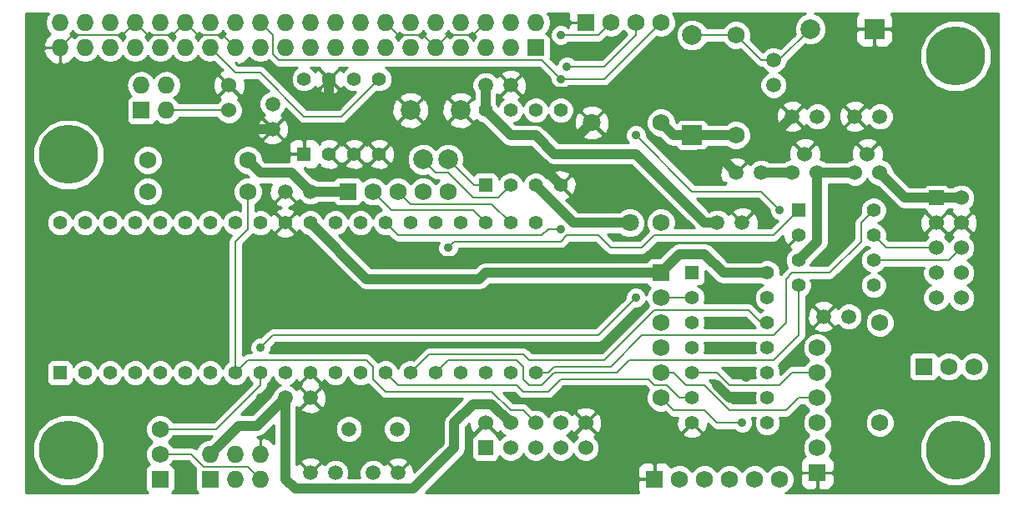
<source format=gbl>
%FSLAX36Y36*%
G04 Gerber Fmt 3.6, Leading zero omitted, Abs format (unit inch)*
G04 Created by KiCad (PCBNEW (2014-jul-16 BZR unknown)-product) date Sun 08 Feb 2015 08:42:31 PM PST*
%MOIN*%
G01*
G04 APERTURE LIST*
%ADD10C,0.003937*%
%ADD11C,0.068000*%
%ADD12C,0.059100*%
%ADD13C,0.078700*%
%ADD14R,0.078700X0.078700*%
%ADD15C,0.060000*%
%ADD16R,0.068000X0.068000*%
%ADD17O,0.068000X0.068000*%
%ADD18R,0.060000X0.060000*%
%ADD19R,0.055000X0.055000*%
%ADD20C,0.055000*%
%ADD21C,0.078740*%
%ADD22C,0.236220*%
%ADD23C,0.070866*%
%ADD24C,0.035000*%
%ADD25C,0.040000*%
%ADD26C,0.008000*%
%ADD27C,0.010000*%
G04 APERTURE END LIST*
D10*
D11*
X7375000Y-5200000D03*
X7375000Y-5600000D03*
X6800000Y-4050000D03*
X6800000Y-4450000D03*
X4450000Y-4675000D03*
X4850000Y-4675000D03*
X4450000Y-4550000D03*
X4850000Y-4550000D03*
X6500000Y-4800000D03*
X6500000Y-4400000D03*
D12*
X5200000Y-5800000D03*
X5100000Y-5800000D03*
X5350000Y-5800000D03*
X5450000Y-5800000D03*
X5000000Y-5500000D03*
X5100000Y-5500000D03*
X5100000Y-4675000D03*
X5000000Y-4675000D03*
X7250000Y-5175000D03*
X7150000Y-5175000D03*
X6950000Y-4250000D03*
X6950000Y-4150000D03*
X6725000Y-4800000D03*
X6825000Y-4800000D03*
X7125000Y-4375000D03*
X7025000Y-4375000D03*
X7375000Y-4375000D03*
X7275000Y-4375000D03*
X6900000Y-4600000D03*
X6800000Y-4600000D03*
X5800000Y-4250000D03*
X5900000Y-4250000D03*
X4950000Y-4325000D03*
X4950000Y-4425000D03*
D13*
X6625000Y-4050000D03*
D14*
X6625000Y-4450000D03*
D15*
X4775000Y-4350000D03*
X4775000Y-4250000D03*
D16*
X7550000Y-5375000D03*
D11*
X7650000Y-5375000D03*
X7750000Y-5375000D03*
D16*
X4425000Y-4350000D03*
D17*
X4425000Y-4250000D03*
X4525000Y-4350000D03*
X4525000Y-4250000D03*
D16*
X6000000Y-4100000D03*
D17*
X6000000Y-4000000D03*
X5900000Y-4100000D03*
X5900000Y-4000000D03*
X5800000Y-4100000D03*
X5800000Y-4000000D03*
X5700000Y-4100000D03*
X5700000Y-4000000D03*
X5600000Y-4100000D03*
X5600000Y-4000000D03*
X5500000Y-4100000D03*
X5500000Y-4000000D03*
X5400000Y-4100000D03*
X5400000Y-4000000D03*
X5300000Y-4100000D03*
X5300000Y-4000000D03*
X5200000Y-4100000D03*
X5200000Y-4000000D03*
X5100000Y-4100000D03*
X5100000Y-4000000D03*
X5000000Y-4100000D03*
X5000000Y-4000000D03*
X4900000Y-4100000D03*
X4900000Y-4000000D03*
X4800000Y-4100000D03*
X4800000Y-4000000D03*
X4700000Y-4100000D03*
X4700000Y-4000000D03*
X4600000Y-4100000D03*
X4600000Y-4000000D03*
X4500000Y-4100000D03*
X4500000Y-4000000D03*
X4400000Y-4100000D03*
X4400000Y-4000000D03*
X4300000Y-4100000D03*
X4300000Y-4000000D03*
X4200000Y-4100000D03*
X4200000Y-4000000D03*
X4100000Y-4100000D03*
X4100000Y-4000000D03*
D18*
X7600000Y-4700000D03*
D15*
X7700000Y-4700000D03*
X7600000Y-4800000D03*
X7700000Y-4800000D03*
X7600000Y-4900000D03*
X7700000Y-4900000D03*
X7600000Y-5000000D03*
X7700000Y-5000000D03*
X7600000Y-5100000D03*
X7700000Y-5100000D03*
D16*
X6475000Y-5825000D03*
D11*
X6575000Y-5825000D03*
X6675000Y-5825000D03*
X6775000Y-5825000D03*
X6875000Y-5825000D03*
X6975000Y-5825000D03*
D16*
X7125000Y-5800000D03*
D11*
X7125000Y-5700000D03*
X7125000Y-5600000D03*
X7125000Y-5500000D03*
X7125000Y-5400000D03*
X7125000Y-5300000D03*
D16*
X4700000Y-5825000D03*
D17*
X4700000Y-5725000D03*
X4800000Y-5825000D03*
X4800000Y-5725000D03*
X4900000Y-5825000D03*
X4900000Y-5725000D03*
D16*
X6200000Y-4000000D03*
D11*
X6300000Y-4000000D03*
X6400000Y-4000000D03*
X6500000Y-4000000D03*
D18*
X5800000Y-5700000D03*
D15*
X5800000Y-5600000D03*
X5900000Y-5700000D03*
X5900000Y-5600000D03*
X6000000Y-5700000D03*
X6000000Y-5600000D03*
X6100000Y-5700000D03*
X6100000Y-5600000D03*
X6200000Y-5700000D03*
X6200000Y-5600000D03*
D16*
X6500000Y-5000000D03*
D11*
X6500000Y-5100000D03*
X6500000Y-5200000D03*
X6500000Y-5300000D03*
X6500000Y-5400000D03*
X6500000Y-5500000D03*
D14*
X7353000Y-4025000D03*
D13*
X7097000Y-4025000D03*
D19*
X5800000Y-4650000D03*
D20*
X5900000Y-4650000D03*
X6000000Y-4650000D03*
X6100000Y-4650000D03*
X6100000Y-4350000D03*
X6000000Y-4350000D03*
X5900000Y-4350000D03*
X5800000Y-4350000D03*
D19*
X6625000Y-5000000D03*
D20*
X6625000Y-5100000D03*
X6625000Y-5200000D03*
X6625000Y-5300000D03*
X6625000Y-5400000D03*
X6625000Y-5500000D03*
X6625000Y-5600000D03*
X6925000Y-5600000D03*
X6925000Y-5500000D03*
X6925000Y-5400000D03*
X6925000Y-5300000D03*
X6925000Y-5200000D03*
X6925000Y-5100000D03*
X6925000Y-5000000D03*
D19*
X7050000Y-4750000D03*
D20*
X7050000Y-4850000D03*
X7050000Y-4950000D03*
X7050000Y-5050000D03*
X7350000Y-5050000D03*
X7350000Y-4950000D03*
X7350000Y-4850000D03*
X7350000Y-4750000D03*
D15*
X7275000Y-4600000D03*
X7325000Y-4525000D03*
X7375000Y-4600000D03*
D19*
X4100000Y-5400000D03*
D20*
X4200000Y-5400000D03*
X4300000Y-5400000D03*
X4400000Y-5400000D03*
X4500000Y-5400000D03*
X4600000Y-5400000D03*
X4700000Y-5400000D03*
X4800000Y-5400000D03*
X4900000Y-5400000D03*
X5000000Y-5400000D03*
X5100000Y-5400000D03*
X5200000Y-5400000D03*
X5300000Y-5400000D03*
X5400000Y-5400000D03*
X5500000Y-5400000D03*
X5600000Y-5400000D03*
X5700000Y-5400000D03*
X5800000Y-5400000D03*
X5900000Y-5400000D03*
X6000000Y-5400000D03*
X6000000Y-4800000D03*
X5900000Y-4800000D03*
X5800000Y-4800000D03*
X5700000Y-4800000D03*
X5600000Y-4800000D03*
X5500000Y-4800000D03*
X5400000Y-4800000D03*
X5300000Y-4800000D03*
X5200000Y-4800000D03*
X5100000Y-4800000D03*
X5000000Y-4800000D03*
X4900000Y-4800000D03*
X4800000Y-4800000D03*
X4700000Y-4800000D03*
X4600000Y-4800000D03*
X4500000Y-4800000D03*
X4400000Y-4800000D03*
X4300000Y-4800000D03*
X4200000Y-4800000D03*
X4100000Y-4800000D03*
D15*
X7025000Y-4600000D03*
X7075000Y-4525000D03*
X7125000Y-4600000D03*
D19*
X5075000Y-4525000D03*
D20*
X5175000Y-4525000D03*
X5275000Y-4525000D03*
X5375000Y-4525000D03*
X5375000Y-4225000D03*
X5275000Y-4225000D03*
X5175000Y-4225000D03*
X5075000Y-4225000D03*
D12*
X5253900Y-5625000D03*
X5446100Y-5625000D03*
D21*
X5650000Y-4546850D03*
X5550000Y-4546850D03*
X5700000Y-4350000D03*
X5500000Y-4350000D03*
D16*
X5250000Y-4675000D03*
D11*
X5350000Y-4675000D03*
X5450000Y-4675000D03*
X5550000Y-4675000D03*
X5650000Y-4675000D03*
D22*
X7677165Y-5708661D03*
X4133858Y-5708661D03*
X7677165Y-4133858D03*
X4133858Y-4527559D03*
D23*
X6375787Y-4800197D03*
X6224213Y-4399803D03*
D16*
X4500000Y-5825000D03*
D11*
X4500000Y-5725000D03*
X4500000Y-5625000D03*
D24*
X5150000Y-5150000D03*
X4925000Y-5150000D03*
X6175000Y-5300000D03*
X6825000Y-5700000D03*
X6950000Y-5675000D03*
X6000000Y-5525000D03*
X6175000Y-5475000D03*
X5300000Y-5550000D03*
X5600000Y-5550000D03*
X5700000Y-5850000D03*
X4750000Y-5500000D03*
X4600000Y-5675000D03*
X4375000Y-5600000D03*
X6175000Y-5150000D03*
X5525000Y-5150000D03*
X5775000Y-5150000D03*
X6025000Y-5150000D03*
X4725000Y-5150000D03*
X4600000Y-5500000D03*
X4600000Y-5775000D03*
X4900000Y-5500000D03*
X7500000Y-4800000D03*
X7150000Y-4950000D03*
X7250000Y-4700000D03*
X7500000Y-4600000D03*
X7500000Y-5025000D03*
X4675000Y-4275000D03*
X4675000Y-4400000D03*
X6000000Y-4550000D03*
X5875000Y-4550000D03*
X6200000Y-4125000D03*
X6025000Y-4225000D03*
X6725000Y-4250000D03*
X6400000Y-4675000D03*
X6350000Y-4375000D03*
X6500000Y-4900000D03*
X6575000Y-4800000D03*
X6500000Y-4250000D03*
X6825000Y-4925000D03*
X6725000Y-5100000D03*
X5100000Y-5300000D03*
X6650000Y-4525000D03*
X6839873Y-5414873D03*
X6725000Y-5200000D03*
X6725000Y-5300000D03*
X6850000Y-5500000D03*
X6725000Y-5450000D03*
X6175000Y-4925000D03*
X6025000Y-4925000D03*
X5750000Y-4950000D03*
X5475000Y-4952000D03*
X6100000Y-4450000D03*
X5175000Y-4325000D03*
X4900000Y-5300000D03*
X6400000Y-5100000D03*
X6100000Y-4825000D03*
X5650000Y-4900000D03*
X6100000Y-4050000D03*
X6400000Y-4450000D03*
X6975000Y-4750000D03*
X6125000Y-4175000D03*
X6825000Y-5600000D03*
X6100000Y-4225000D03*
D25*
X4925000Y-5150000D02*
X5150000Y-5150000D01*
D26*
X6825000Y-5700000D02*
X6925000Y-5700000D01*
X6300000Y-5475000D02*
X6525000Y-5700000D01*
X6525000Y-5700000D02*
X6825000Y-5700000D01*
X6175000Y-5475000D02*
X6300000Y-5475000D01*
X6925000Y-5700000D02*
X6950000Y-5675000D01*
X6000000Y-5525000D02*
X6125000Y-5525000D01*
X6125000Y-5525000D02*
X6175000Y-5475000D01*
X5600000Y-5550000D02*
X5300000Y-5550000D01*
X5150000Y-5550000D02*
X5300000Y-5550000D01*
X5150000Y-5550000D02*
X5100000Y-5500000D01*
D25*
X4600000Y-5500000D02*
X4750000Y-5500000D01*
X4375000Y-5600000D02*
X4475000Y-5500000D01*
X4175000Y-5150000D02*
X4025000Y-5300000D01*
X4025000Y-5300000D02*
X4025000Y-5475000D01*
X4025000Y-5475000D02*
X4050000Y-5500000D01*
X4050000Y-5500000D02*
X4275000Y-5500000D01*
X4275000Y-5500000D02*
X4375000Y-5600000D01*
X5775000Y-5150000D02*
X5525000Y-5150000D01*
X6175000Y-5150000D02*
X6025000Y-5150000D01*
X4725000Y-5150000D02*
X4175000Y-5150000D01*
X4475000Y-5500000D02*
X4600000Y-5500000D01*
X7150000Y-4950000D02*
X7250000Y-4850000D01*
X7250000Y-4850000D02*
X7250000Y-4700000D01*
X4950000Y-4425000D02*
X4725000Y-4425000D01*
X4700000Y-4425000D02*
X4675000Y-4400000D01*
X4725000Y-4425000D02*
X4700000Y-4425000D01*
X5875000Y-4550000D02*
X6000000Y-4550000D01*
X6000000Y-4550000D02*
X6100000Y-4650000D01*
X6350000Y-4375000D02*
X6250000Y-4275000D01*
X6075000Y-4275000D02*
X6025000Y-4225000D01*
X6250000Y-4275000D02*
X6075000Y-4275000D01*
X6725000Y-4250000D02*
X6900000Y-4425000D01*
X6350000Y-4375000D02*
X6475000Y-4250000D01*
D26*
X6575000Y-4775000D02*
X6475000Y-4675000D01*
X6475000Y-4675000D02*
X6400000Y-4675000D01*
X6200000Y-4950000D02*
X6450000Y-4950000D01*
X6450000Y-4950000D02*
X6500000Y-4900000D01*
X6175000Y-4925000D02*
X6200000Y-4950000D01*
X6575000Y-4800000D02*
X6575000Y-4775000D01*
D25*
X6475000Y-4250000D02*
X6500000Y-4250000D01*
X6725000Y-4250000D02*
X6500000Y-4250000D01*
X6975000Y-4425000D02*
X7025000Y-4375000D01*
X6900000Y-4425000D02*
X6975000Y-4425000D01*
X6800000Y-4600000D02*
X6725000Y-4525000D01*
X6725000Y-4525000D02*
X6650000Y-4525000D01*
X6839873Y-5414873D02*
X6825000Y-5400000D01*
X6775000Y-5500000D02*
X6850000Y-5500000D01*
X6725000Y-5450000D02*
X6775000Y-5500000D01*
X6175000Y-4925000D02*
X6025000Y-4925000D01*
X5750000Y-4950000D02*
X5748000Y-4952000D01*
X5748000Y-4952000D02*
X5475000Y-4952000D01*
X6100000Y-4450000D02*
X6174016Y-4450000D01*
X6174016Y-4450000D02*
X6224213Y-4399803D01*
D26*
X4150000Y-4050000D02*
X4350000Y-4050000D01*
X4350000Y-4050000D02*
X4400000Y-4000000D01*
X4100000Y-4100000D02*
X4150000Y-4050000D01*
X4450000Y-4050000D02*
X4550000Y-4050000D01*
X4550000Y-4050000D02*
X4600000Y-4000000D01*
X4400000Y-4000000D02*
X4450000Y-4050000D01*
X4750000Y-4050000D02*
X4650000Y-4050000D01*
X4650000Y-4050000D02*
X4600000Y-4000000D01*
X4800000Y-4100000D02*
X4750000Y-4050000D01*
X5450000Y-4050000D02*
X5550000Y-4050000D01*
X5550000Y-4050000D02*
X5600000Y-4100000D01*
X5400000Y-4000000D02*
X5450000Y-4050000D01*
X5750000Y-4050000D02*
X5675000Y-4050000D01*
X5675000Y-4050000D02*
X5650000Y-4050000D01*
X5650000Y-4050000D02*
X5600000Y-4100000D01*
X5800000Y-4000000D02*
X5750000Y-4050000D01*
D25*
X5175000Y-4225000D02*
X5175000Y-4325000D01*
D26*
X4500000Y-5625000D02*
X4725000Y-5625000D01*
X4900000Y-5450000D02*
X4900000Y-5400000D01*
X4725000Y-5625000D02*
X4900000Y-5450000D01*
X6800000Y-4050000D02*
X6625000Y-4050000D01*
X6950000Y-4150000D02*
X6900000Y-4150000D01*
X6900000Y-4150000D02*
X6800000Y-4050000D01*
X7097000Y-4025000D02*
X6972000Y-4150000D01*
X6972000Y-4150000D02*
X6950000Y-4150000D01*
X4900000Y-5300000D02*
X4950000Y-5250000D01*
X4950000Y-5250000D02*
X6250000Y-5250000D01*
X6250000Y-5250000D02*
X6400000Y-5100000D01*
X4775000Y-4350000D02*
X4525000Y-4350000D01*
X4800000Y-5400000D02*
X4800000Y-4875000D01*
X4850000Y-4825000D02*
X4850000Y-4675000D01*
X4800000Y-4875000D02*
X4850000Y-4825000D01*
X5950000Y-5550000D02*
X6000000Y-5600000D01*
X5325000Y-5350000D02*
X5350000Y-5375000D01*
X5350000Y-5375000D02*
X5350000Y-5425000D01*
X5350000Y-5425000D02*
X5400000Y-5475000D01*
X5400000Y-5475000D02*
X5825000Y-5475000D01*
X4800000Y-5400000D02*
X4850000Y-5350000D01*
X4850000Y-5350000D02*
X5325000Y-5350000D01*
X5900000Y-5550000D02*
X5825000Y-5475000D01*
X5950000Y-5550000D02*
X5900000Y-5550000D01*
X5450000Y-4850000D02*
X5400000Y-4800000D01*
X6025000Y-4850000D02*
X6050000Y-4825000D01*
X6050000Y-4825000D02*
X6100000Y-4825000D01*
X5450000Y-4850000D02*
X6025000Y-4850000D01*
X6475000Y-5150000D02*
X6275000Y-5350000D01*
X5950000Y-5325000D02*
X5575000Y-5325000D01*
X5975000Y-5350000D02*
X5950000Y-5325000D01*
X6275000Y-5350000D02*
X5975000Y-5350000D01*
X6925000Y-5200000D02*
X6900000Y-5200000D01*
X6900000Y-5200000D02*
X6850000Y-5150000D01*
X5575000Y-5325000D02*
X5500000Y-5400000D01*
X6850000Y-5150000D02*
X6475000Y-5150000D01*
X7050000Y-5050000D02*
X7050000Y-5250000D01*
X5650000Y-5350000D02*
X5600000Y-5400000D01*
X5925000Y-5350000D02*
X5650000Y-5350000D01*
X5950000Y-5375000D02*
X5925000Y-5350000D01*
X5950000Y-5425000D02*
X5950000Y-5375000D01*
X5975000Y-5450000D02*
X5950000Y-5425000D01*
X6025000Y-5450000D02*
X5975000Y-5450000D01*
X6950000Y-5350000D02*
X6475000Y-5350000D01*
X7050000Y-5250000D02*
X6950000Y-5350000D01*
X6375000Y-5350000D02*
X6325000Y-5400000D01*
X6325000Y-5400000D02*
X6100000Y-5400000D01*
X6100000Y-5400000D02*
X6075000Y-5400000D01*
X6075000Y-5400000D02*
X6025000Y-5450000D01*
X6475000Y-5350000D02*
X6375000Y-5350000D01*
X5675000Y-4875000D02*
X5650000Y-4900000D01*
X6475000Y-4850000D02*
X6425000Y-4900000D01*
X7050000Y-4750000D02*
X6950000Y-4850000D01*
X6950000Y-4850000D02*
X6475000Y-4850000D01*
X6300000Y-4900000D02*
X6250000Y-4850000D01*
X6425000Y-4900000D02*
X6300000Y-4900000D01*
X6125000Y-4850000D02*
X6100000Y-4875000D01*
X6100000Y-4875000D02*
X5675000Y-4875000D01*
X6250000Y-4850000D02*
X6125000Y-4850000D01*
X5400000Y-5400000D02*
X5450000Y-5450000D01*
X5950000Y-5475000D02*
X5925000Y-5450000D01*
X5450000Y-5450000D02*
X5925000Y-5450000D01*
X6575000Y-5500000D02*
X6525000Y-5450000D01*
X6525000Y-5450000D02*
X6475000Y-5450000D01*
X6625000Y-5500000D02*
X6575000Y-5500000D01*
X6450000Y-5425000D02*
X6100000Y-5425000D01*
X6100000Y-5425000D02*
X6050000Y-5475000D01*
X6050000Y-5475000D02*
X5950000Y-5475000D01*
X6475000Y-5450000D02*
X6450000Y-5425000D01*
X7350000Y-4950000D02*
X7650000Y-4950000D01*
X7650000Y-4950000D02*
X7700000Y-4900000D01*
X7600000Y-4900000D02*
X7400000Y-4900000D01*
X7400000Y-4900000D02*
X7350000Y-4850000D01*
X6625000Y-5100000D02*
X6500000Y-5100000D01*
X7050000Y-5500000D02*
X7000000Y-5550000D01*
X6775000Y-5550000D02*
X6675000Y-5450000D01*
X7000000Y-5550000D02*
X6775000Y-5550000D01*
X7125000Y-5500000D02*
X7050000Y-5500000D01*
X6675000Y-5450000D02*
X6600000Y-5450000D01*
X6550000Y-5400000D02*
X6600000Y-5450000D01*
X6500000Y-5400000D02*
X6550000Y-5400000D01*
D25*
X7050000Y-4950000D02*
X7125000Y-4875000D01*
X7125000Y-4875000D02*
X7125000Y-4600000D01*
X7275000Y-4600000D02*
X7125000Y-4600000D01*
D26*
X5796850Y-4646850D02*
X5800000Y-4650000D01*
X5753150Y-4650000D02*
X5650000Y-4546850D01*
X5800000Y-4650000D02*
X5753150Y-4650000D01*
X5850000Y-4700000D02*
X5900000Y-4650000D01*
X5750000Y-4700000D02*
X5850000Y-4700000D01*
X5650000Y-4600000D02*
X5750000Y-4700000D01*
X5600000Y-4600000D02*
X5650000Y-4600000D01*
X5550000Y-4550000D02*
X5600000Y-4600000D01*
X5550000Y-4546850D02*
X5550000Y-4550000D01*
X7350000Y-4750000D02*
X7300000Y-4800000D01*
X7175000Y-5000000D02*
X7025000Y-5000000D01*
X7300000Y-4875000D02*
X7175000Y-5000000D01*
X7300000Y-4800000D02*
X7300000Y-4875000D01*
X6950000Y-5250000D02*
X7000000Y-5200000D01*
X7000000Y-5025000D02*
X7025000Y-5000000D01*
X7000000Y-5200000D02*
X7000000Y-5025000D01*
X6950000Y-5250000D02*
X6475000Y-5250000D01*
X6000000Y-5400000D02*
X6050000Y-5400000D01*
X6425000Y-5250000D02*
X6300000Y-5375000D01*
X6300000Y-5375000D02*
X6075000Y-5375000D01*
X6075000Y-5375000D02*
X6050000Y-5400000D01*
X6475000Y-5250000D02*
X6425000Y-5250000D01*
D25*
X7600000Y-4700000D02*
X7475000Y-4700000D01*
X7475000Y-4700000D02*
X7375000Y-4600000D01*
X7700000Y-4700000D02*
X7600000Y-4700000D01*
X6375787Y-4800197D02*
X6150197Y-4800197D01*
X6150197Y-4800197D02*
X6000000Y-4650000D01*
D26*
X6725000Y-5400000D02*
X6775000Y-5450000D01*
X6975000Y-5450000D02*
X7025000Y-5400000D01*
X6775000Y-5450000D02*
X6975000Y-5450000D01*
X6625000Y-5400000D02*
X6725000Y-5400000D01*
X7025000Y-5400000D02*
X7125000Y-5400000D01*
X6100000Y-4050000D02*
X6250000Y-4050000D01*
X6250000Y-4050000D02*
X6300000Y-4000000D01*
X6400000Y-4000000D02*
X6400000Y-4050000D01*
X6275000Y-4175000D02*
X6125000Y-4175000D01*
X6400000Y-4050000D02*
X6275000Y-4175000D01*
X6925000Y-4700000D02*
X6900000Y-4675000D01*
X6625000Y-4675000D02*
X6400000Y-4450000D01*
X6900000Y-4675000D02*
X6625000Y-4675000D01*
X6975000Y-4750000D02*
X6925000Y-4700000D01*
X6550000Y-5550000D02*
X6675000Y-5550000D01*
X6675000Y-5550000D02*
X6725000Y-5600000D01*
X6725000Y-5600000D02*
X6825000Y-5600000D01*
X6500000Y-5500000D02*
X6550000Y-5550000D01*
X6100000Y-4225000D02*
X6275000Y-4225000D01*
X6275000Y-4225000D02*
X6500000Y-4000000D01*
X6025000Y-4150000D02*
X4975000Y-4150000D01*
X4975000Y-4150000D02*
X4950000Y-4125000D01*
X4950000Y-4125000D02*
X4950000Y-4050000D01*
X4950000Y-4050000D02*
X4900000Y-4000000D01*
X6100000Y-4225000D02*
X6025000Y-4150000D01*
X4800000Y-4200000D02*
X4900000Y-4200000D01*
X4900000Y-4200000D02*
X5075000Y-4375000D01*
X5075000Y-4375000D02*
X5225000Y-4375000D01*
X5225000Y-4375000D02*
X5375000Y-4225000D01*
X4700000Y-4100000D02*
X4800000Y-4200000D01*
X4675000Y-4000000D02*
X4700000Y-4000000D01*
X5750000Y-4750000D02*
X5425000Y-4750000D01*
X5425000Y-4750000D02*
X5350000Y-4675000D01*
X5800000Y-4800000D02*
X5750000Y-4750000D01*
X5825000Y-4725000D02*
X5500000Y-4725000D01*
X5500000Y-4725000D02*
X5450000Y-4675000D01*
X5900000Y-4800000D02*
X5825000Y-4725000D01*
D25*
X6500000Y-5000000D02*
X6575000Y-4925000D01*
X6750000Y-5000000D02*
X6925000Y-5000000D01*
X6675000Y-4925000D02*
X6750000Y-5000000D01*
X6575000Y-4925000D02*
X6675000Y-4925000D01*
X6625000Y-4450000D02*
X6550000Y-4450000D01*
X6550000Y-4450000D02*
X6500000Y-4400000D01*
X6500000Y-5000000D02*
X5800000Y-5000000D01*
X5325000Y-5025000D02*
X5100000Y-4800000D01*
X5775000Y-5025000D02*
X5325000Y-5025000D01*
X5800000Y-5000000D02*
X5775000Y-5025000D01*
X6725000Y-4800000D02*
X6675000Y-4800000D01*
X5000000Y-5500000D02*
X5000000Y-5825000D01*
X5825000Y-5525000D02*
X5900000Y-5600000D01*
X5750000Y-5525000D02*
X5825000Y-5525000D01*
X5675000Y-5600000D02*
X5750000Y-5525000D01*
X5675000Y-5700000D02*
X5675000Y-5600000D01*
X5511000Y-5864000D02*
X5675000Y-5700000D01*
X5039000Y-5864000D02*
X5511000Y-5864000D01*
X5000000Y-5825000D02*
X5039000Y-5864000D01*
X6800000Y-4450000D02*
X6625000Y-4450000D01*
X4700000Y-5725000D02*
X4812500Y-5612500D01*
X4887500Y-5612500D02*
X5000000Y-5500000D01*
X4812500Y-5612500D02*
X4887500Y-5612500D01*
X7025000Y-4600000D02*
X6900000Y-4600000D01*
X5025000Y-4600000D02*
X4900000Y-4600000D01*
X4900000Y-4600000D02*
X4850000Y-4550000D01*
X5100000Y-4675000D02*
X5025000Y-4600000D01*
X5800000Y-4350000D02*
X5800000Y-4250000D01*
X5100000Y-4675000D02*
X5250000Y-4675000D01*
X5900000Y-4450000D02*
X6000000Y-4450000D01*
X6000000Y-4450000D02*
X6075000Y-4525000D01*
X6075000Y-4525000D02*
X6400000Y-4525000D01*
X6400000Y-4525000D02*
X6675000Y-4800000D01*
X5800000Y-4350000D02*
X5900000Y-4450000D01*
D26*
X4900000Y-5825000D02*
X4850000Y-5775000D01*
X4625000Y-5725000D02*
X4500000Y-5725000D01*
X4675000Y-5775000D02*
X4625000Y-5725000D01*
X4850000Y-5775000D02*
X4675000Y-5775000D01*
D27*
G36*
X4169518Y-4050000D02*
X4157125Y-4058281D01*
X4156038Y-4059907D01*
X4139380Y-4044055D01*
X4142875Y-4041719D01*
X4150000Y-4031056D01*
X4157125Y-4041719D01*
X4169518Y-4050000D01*
X4169518Y-4050000D01*
G37*
X4169518Y-4050000D02*
X4157125Y-4058281D01*
X4156038Y-4059907D01*
X4139380Y-4044055D01*
X4142875Y-4041719D01*
X4150000Y-4031056D01*
X4157125Y-4041719D01*
X4169518Y-4050000D01*
G36*
X4360620Y-4055945D02*
X4357125Y-4058281D01*
X4350000Y-4068944D01*
X4342875Y-4058281D01*
X4330482Y-4050000D01*
X4342875Y-4041719D01*
X4343962Y-4040093D01*
X4360620Y-4055945D01*
X4360620Y-4055945D01*
G37*
X4360620Y-4055945D02*
X4357125Y-4058281D01*
X4350000Y-4068944D01*
X4342875Y-4058281D01*
X4330482Y-4050000D01*
X4342875Y-4041719D01*
X4343962Y-4040093D01*
X4360620Y-4055945D01*
G36*
X4401787Y-4001000D02*
X4401000Y-4001000D01*
X4401000Y-4001787D01*
X4399000Y-4001787D01*
X4399000Y-4001000D01*
X4398213Y-4001000D01*
X4398213Y-3999000D01*
X4399000Y-3999000D01*
X4399000Y-3998213D01*
X4401000Y-3998213D01*
X4401000Y-3999000D01*
X4401787Y-3999000D01*
X4401787Y-4001000D01*
X4401787Y-4001000D01*
G37*
X4401787Y-4001000D02*
X4401000Y-4001000D01*
X4401000Y-4001787D01*
X4399000Y-4001787D01*
X4399000Y-4001000D01*
X4398213Y-4001000D01*
X4398213Y-3999000D01*
X4399000Y-3999000D01*
X4399000Y-3998213D01*
X4401000Y-3998213D01*
X4401000Y-3999000D01*
X4401787Y-3999000D01*
X4401787Y-4001000D01*
G36*
X4469518Y-4050000D02*
X4457125Y-4058281D01*
X4450000Y-4068944D01*
X4442875Y-4058281D01*
X4439380Y-4055945D01*
X4456038Y-4040093D01*
X4457125Y-4041719D01*
X4469518Y-4050000D01*
X4469518Y-4050000D01*
G37*
X4469518Y-4050000D02*
X4457125Y-4058281D01*
X4450000Y-4068944D01*
X4442875Y-4058281D01*
X4439380Y-4055945D01*
X4456038Y-4040093D01*
X4457125Y-4041719D01*
X4469518Y-4050000D01*
G36*
X4560620Y-4055945D02*
X4557125Y-4058281D01*
X4550000Y-4068944D01*
X4542875Y-4058281D01*
X4530482Y-4050000D01*
X4542875Y-4041719D01*
X4543962Y-4040093D01*
X4560620Y-4055945D01*
X4560620Y-4055945D01*
G37*
X4560620Y-4055945D02*
X4557125Y-4058281D01*
X4550000Y-4068944D01*
X4542875Y-4058281D01*
X4530482Y-4050000D01*
X4542875Y-4041719D01*
X4543962Y-4040093D01*
X4560620Y-4055945D01*
G36*
X4601787Y-4001000D02*
X4601000Y-4001000D01*
X4601000Y-4001787D01*
X4599000Y-4001787D01*
X4599000Y-4001000D01*
X4598213Y-4001000D01*
X4598213Y-3999000D01*
X4599000Y-3999000D01*
X4599000Y-3998213D01*
X4601000Y-3998213D01*
X4601000Y-3999000D01*
X4601787Y-3999000D01*
X4601787Y-4001000D01*
X4601787Y-4001000D01*
G37*
X4601787Y-4001000D02*
X4601000Y-4001000D01*
X4601000Y-4001787D01*
X4599000Y-4001787D01*
X4599000Y-4001000D01*
X4598213Y-4001000D01*
X4598213Y-3999000D01*
X4599000Y-3999000D01*
X4599000Y-3998213D01*
X4601000Y-3998213D01*
X4601000Y-3999000D01*
X4601787Y-3999000D01*
X4601787Y-4001000D01*
G36*
X4651172Y-5879528D02*
X4548828Y-5879528D01*
X4555194Y-5873161D01*
X4559000Y-5863973D01*
X4559000Y-5854027D01*
X4559000Y-5786027D01*
X4555194Y-5776839D01*
X4548161Y-5769806D01*
X4541423Y-5767015D01*
X4549989Y-5758464D01*
X4551842Y-5754000D01*
X4612988Y-5754000D01*
X4642176Y-5783188D01*
X4641000Y-5786027D01*
X4641000Y-5795973D01*
X4641000Y-5863973D01*
X4644806Y-5873161D01*
X4651172Y-5879528D01*
X4651172Y-5879528D01*
G37*
X4651172Y-5879528D02*
X4548828Y-5879528D01*
X4555194Y-5873161D01*
X4559000Y-5863973D01*
X4559000Y-5854027D01*
X4559000Y-5786027D01*
X4555194Y-5776839D01*
X4548161Y-5769806D01*
X4541423Y-5767015D01*
X4549989Y-5758464D01*
X4551842Y-5754000D01*
X4612988Y-5754000D01*
X4642176Y-5783188D01*
X4641000Y-5786027D01*
X4641000Y-5795973D01*
X4641000Y-5863973D01*
X4644806Y-5873161D01*
X4651172Y-5879528D01*
G36*
X4669518Y-4050000D02*
X4657125Y-4058281D01*
X4650000Y-4068944D01*
X4642875Y-4058281D01*
X4639380Y-4055945D01*
X4656038Y-4040093D01*
X4657125Y-4041719D01*
X4669518Y-4050000D01*
X4669518Y-4050000D01*
G37*
X4669518Y-4050000D02*
X4657125Y-4058281D01*
X4650000Y-4068944D01*
X4642875Y-4058281D01*
X4639380Y-4055945D01*
X4656038Y-4040093D01*
X4657125Y-4041719D01*
X4669518Y-4050000D01*
G36*
X4707360Y-5654000D02*
X4694495Y-5666865D01*
X4676266Y-5670491D01*
X4657125Y-5683281D01*
X4644335Y-5702422D01*
X4644109Y-5703560D01*
X4636098Y-5698207D01*
X4625000Y-5696000D01*
X4551856Y-5696000D01*
X4550047Y-5691623D01*
X4533464Y-5675011D01*
X4533428Y-5674996D01*
X4549989Y-5658464D01*
X4551842Y-5654000D01*
X4707360Y-5654000D01*
X4707360Y-5654000D01*
G37*
X4707360Y-5654000D02*
X4694495Y-5666865D01*
X4676266Y-5670491D01*
X4657125Y-5683281D01*
X4644335Y-5702422D01*
X4644109Y-5703560D01*
X4636098Y-5698207D01*
X4625000Y-5696000D01*
X4551856Y-5696000D01*
X4550047Y-5691623D01*
X4533464Y-5675011D01*
X4533428Y-5674996D01*
X4549989Y-5658464D01*
X4551842Y-5654000D01*
X4707360Y-5654000D01*
G36*
X4760620Y-4044055D02*
X4743962Y-4059907D01*
X4742875Y-4058281D01*
X4730482Y-4050000D01*
X4742875Y-4041719D01*
X4750000Y-4031056D01*
X4757125Y-4041719D01*
X4760620Y-4044055D01*
X4760620Y-4044055D01*
G37*
X4760620Y-4044055D02*
X4743962Y-4059907D01*
X4742875Y-4058281D01*
X4730482Y-4050000D01*
X4742875Y-4041719D01*
X4750000Y-4031056D01*
X4757125Y-4041719D01*
X4760620Y-4044055D01*
G36*
X4801787Y-4101000D02*
X4801000Y-4101000D01*
X4801000Y-4101787D01*
X4799000Y-4101787D01*
X4799000Y-4101000D01*
X4798213Y-4101000D01*
X4798213Y-4099000D01*
X4799000Y-4099000D01*
X4799000Y-4098213D01*
X4801000Y-4098213D01*
X4801000Y-4099000D01*
X4801787Y-4099000D01*
X4801787Y-4101000D01*
X4801787Y-4101000D01*
G37*
X4801787Y-4101000D02*
X4801000Y-4101000D01*
X4801000Y-4101787D01*
X4799000Y-4101787D01*
X4799000Y-4101000D01*
X4798213Y-4101000D01*
X4798213Y-4099000D01*
X4799000Y-4099000D01*
X4799000Y-4098213D01*
X4801000Y-4098213D01*
X4801000Y-4099000D01*
X4801787Y-4099000D01*
X4801787Y-4101000D01*
G36*
X4955000Y-5683920D02*
X4936901Y-5666696D01*
X4911781Y-5657013D01*
X4901000Y-5664757D01*
X4901000Y-5724000D01*
X4901787Y-5724000D01*
X4901787Y-5726000D01*
X4901000Y-5726000D01*
X4901000Y-5726787D01*
X4899000Y-5726787D01*
X4899000Y-5726000D01*
X4898213Y-5726000D01*
X4898213Y-5724000D01*
X4899000Y-5724000D01*
X4899000Y-5664757D01*
X4888594Y-5657282D01*
X4904721Y-5654075D01*
X4919320Y-5644320D01*
X4955000Y-5608640D01*
X4955000Y-5683920D01*
X4955000Y-5683920D01*
G37*
X4955000Y-5683920D02*
X4936901Y-5666696D01*
X4911781Y-5657013D01*
X4901000Y-5664757D01*
X4901000Y-5724000D01*
X4901787Y-5724000D01*
X4901787Y-5726000D01*
X4901000Y-5726000D01*
X4901000Y-5726787D01*
X4899000Y-5726787D01*
X4899000Y-5726000D01*
X4898213Y-5726000D01*
X4898213Y-5724000D01*
X4899000Y-5724000D01*
X4899000Y-5664757D01*
X4888594Y-5657282D01*
X4904721Y-5654075D01*
X4919320Y-5644320D01*
X4955000Y-5608640D01*
X4955000Y-5683920D01*
G36*
X4980844Y-5448892D02*
X4969140Y-5453728D01*
X4953782Y-5469060D01*
X4945459Y-5489102D01*
X4945458Y-5490902D01*
X4868860Y-5567500D01*
X4823512Y-5567500D01*
X4920506Y-5470506D01*
X4926793Y-5461098D01*
X4929000Y-5450000D01*
X4929000Y-5444823D01*
X4929700Y-5444533D01*
X4944481Y-5429778D01*
X4950004Y-5416478D01*
X4955467Y-5429700D01*
X4970222Y-5444481D01*
X4980844Y-5448892D01*
X4980844Y-5448892D01*
G37*
X4980844Y-5448892D02*
X4969140Y-5453728D01*
X4953782Y-5469060D01*
X4945459Y-5489102D01*
X4945458Y-5490902D01*
X4868860Y-5567500D01*
X4823512Y-5567500D01*
X4920506Y-5470506D01*
X4926793Y-5461098D01*
X4929000Y-5450000D01*
X4929000Y-5444823D01*
X4929700Y-5444533D01*
X4944481Y-5429778D01*
X4950004Y-5416478D01*
X4955467Y-5429700D01*
X4970222Y-5444481D01*
X4980844Y-5448892D01*
G36*
X5101787Y-4001000D02*
X5101000Y-4001000D01*
X5101000Y-4001787D01*
X5099000Y-4001787D01*
X5099000Y-4001000D01*
X5098213Y-4001000D01*
X5098213Y-3999000D01*
X5099000Y-3999000D01*
X5099000Y-3998213D01*
X5101000Y-3998213D01*
X5101000Y-3999000D01*
X5101787Y-3999000D01*
X5101787Y-4001000D01*
X5101787Y-4001000D01*
G37*
X5101787Y-4001000D02*
X5101000Y-4001000D01*
X5101000Y-4001787D01*
X5099000Y-4001787D01*
X5099000Y-4001000D01*
X5098213Y-4001000D01*
X5098213Y-3999000D01*
X5099000Y-3999000D01*
X5099000Y-3998213D01*
X5101000Y-3998213D01*
X5101000Y-3999000D01*
X5101787Y-3999000D01*
X5101787Y-4001000D01*
G36*
X5281482Y-4277506D02*
X5213159Y-4345829D01*
X5213159Y-4264573D01*
X5175000Y-4226414D01*
X5136841Y-4264573D01*
X5138357Y-4277136D01*
X5161098Y-4287190D01*
X5185955Y-4287776D01*
X5209145Y-4278805D01*
X5211643Y-4277136D01*
X5213159Y-4264573D01*
X5213159Y-4345829D01*
X5212988Y-4346000D01*
X5087012Y-4346000D01*
X4920506Y-4179494D01*
X4911098Y-4173207D01*
X4900000Y-4171000D01*
X4812012Y-4171000D01*
X4801905Y-4160893D01*
X4811781Y-4167987D01*
X4836901Y-4158304D01*
X4856038Y-4140093D01*
X4857125Y-4141719D01*
X4876266Y-4154509D01*
X4898844Y-4159000D01*
X4901156Y-4159000D01*
X4923734Y-4154509D01*
X4932584Y-4148596D01*
X4954494Y-4170506D01*
X4963902Y-4176793D01*
X4963902Y-4176793D01*
X4975000Y-4179000D01*
X5048850Y-4179000D01*
X5045300Y-4180467D01*
X5030519Y-4195222D01*
X5022509Y-4214511D01*
X5022491Y-4235397D01*
X5030467Y-4254700D01*
X5045222Y-4269481D01*
X5064511Y-4277491D01*
X5085397Y-4277509D01*
X5104700Y-4269533D01*
X5119481Y-4254778D01*
X5119494Y-4254747D01*
X5121195Y-4259145D01*
X5122864Y-4261643D01*
X5135427Y-4263159D01*
X5173586Y-4225000D01*
X5135427Y-4186841D01*
X5122864Y-4188357D01*
X5119660Y-4195606D01*
X5119533Y-4195300D01*
X5104778Y-4180519D01*
X5101120Y-4179000D01*
X5137617Y-4179000D01*
X5136841Y-4185427D01*
X5175000Y-4223586D01*
X5213159Y-4185427D01*
X5212383Y-4179000D01*
X5248850Y-4179000D01*
X5245300Y-4180467D01*
X5230519Y-4195222D01*
X5230506Y-4195253D01*
X5228805Y-4190855D01*
X5227136Y-4188357D01*
X5214573Y-4186841D01*
X5176414Y-4225000D01*
X5214573Y-4263159D01*
X5227136Y-4261643D01*
X5230340Y-4254394D01*
X5230467Y-4254700D01*
X5245222Y-4269481D01*
X5264511Y-4277491D01*
X5281482Y-4277506D01*
X5281482Y-4277506D01*
G37*
X5281482Y-4277506D02*
X5213159Y-4345829D01*
X5213159Y-4264573D01*
X5175000Y-4226414D01*
X5136841Y-4264573D01*
X5138357Y-4277136D01*
X5161098Y-4287190D01*
X5185955Y-4287776D01*
X5209145Y-4278805D01*
X5211643Y-4277136D01*
X5213159Y-4264573D01*
X5213159Y-4345829D01*
X5212988Y-4346000D01*
X5087012Y-4346000D01*
X4920506Y-4179494D01*
X4911098Y-4173207D01*
X4900000Y-4171000D01*
X4812012Y-4171000D01*
X4801905Y-4160893D01*
X4811781Y-4167987D01*
X4836901Y-4158304D01*
X4856038Y-4140093D01*
X4857125Y-4141719D01*
X4876266Y-4154509D01*
X4898844Y-4159000D01*
X4901156Y-4159000D01*
X4923734Y-4154509D01*
X4932584Y-4148596D01*
X4954494Y-4170506D01*
X4963902Y-4176793D01*
X4963902Y-4176793D01*
X4975000Y-4179000D01*
X5048850Y-4179000D01*
X5045300Y-4180467D01*
X5030519Y-4195222D01*
X5022509Y-4214511D01*
X5022491Y-4235397D01*
X5030467Y-4254700D01*
X5045222Y-4269481D01*
X5064511Y-4277491D01*
X5085397Y-4277509D01*
X5104700Y-4269533D01*
X5119481Y-4254778D01*
X5119494Y-4254747D01*
X5121195Y-4259145D01*
X5122864Y-4261643D01*
X5135427Y-4263159D01*
X5173586Y-4225000D01*
X5135427Y-4186841D01*
X5122864Y-4188357D01*
X5119660Y-4195606D01*
X5119533Y-4195300D01*
X5104778Y-4180519D01*
X5101120Y-4179000D01*
X5137617Y-4179000D01*
X5136841Y-4185427D01*
X5175000Y-4223586D01*
X5213159Y-4185427D01*
X5212383Y-4179000D01*
X5248850Y-4179000D01*
X5245300Y-4180467D01*
X5230519Y-4195222D01*
X5230506Y-4195253D01*
X5228805Y-4190855D01*
X5227136Y-4188357D01*
X5214573Y-4186841D01*
X5176414Y-4225000D01*
X5214573Y-4263159D01*
X5227136Y-4261643D01*
X5230340Y-4254394D01*
X5230467Y-4254700D01*
X5245222Y-4269481D01*
X5264511Y-4277491D01*
X5281482Y-4277506D01*
G36*
X5401787Y-4001000D02*
X5401000Y-4001000D01*
X5401000Y-4001787D01*
X5399000Y-4001787D01*
X5399000Y-4001000D01*
X5398213Y-4001000D01*
X5398213Y-3999000D01*
X5399000Y-3999000D01*
X5399000Y-3998213D01*
X5401000Y-3998213D01*
X5401000Y-3999000D01*
X5401787Y-3999000D01*
X5401787Y-4001000D01*
X5401787Y-4001000D01*
G37*
X5401787Y-4001000D02*
X5401000Y-4001000D01*
X5401000Y-4001787D01*
X5399000Y-4001787D01*
X5399000Y-4001000D01*
X5398213Y-4001000D01*
X5398213Y-3999000D01*
X5399000Y-3999000D01*
X5399000Y-3998213D01*
X5401000Y-3998213D01*
X5401000Y-3999000D01*
X5401787Y-3999000D01*
X5401787Y-4001000D01*
G36*
X5469518Y-4050000D02*
X5457125Y-4058281D01*
X5450000Y-4068944D01*
X5442875Y-4058281D01*
X5439380Y-4055945D01*
X5456038Y-4040093D01*
X5457125Y-4041719D01*
X5469518Y-4050000D01*
X5469518Y-4050000D01*
G37*
X5469518Y-4050000D02*
X5457125Y-4058281D01*
X5450000Y-4068944D01*
X5442875Y-4058281D01*
X5439380Y-4055945D01*
X5456038Y-4040093D01*
X5457125Y-4041719D01*
X5469518Y-4050000D01*
G36*
X5560620Y-4044055D02*
X5543962Y-4059907D01*
X5542875Y-4058281D01*
X5530482Y-4050000D01*
X5542875Y-4041719D01*
X5550000Y-4031056D01*
X5557125Y-4041719D01*
X5560620Y-4044055D01*
X5560620Y-4044055D01*
G37*
X5560620Y-4044055D02*
X5543962Y-4059907D01*
X5542875Y-4058281D01*
X5530482Y-4050000D01*
X5542875Y-4041719D01*
X5550000Y-4031056D01*
X5557125Y-4041719D01*
X5560620Y-4044055D01*
G36*
X5601787Y-4101000D02*
X5601000Y-4101000D01*
X5601000Y-4101787D01*
X5599000Y-4101787D01*
X5599000Y-4101000D01*
X5598213Y-4101000D01*
X5598213Y-4099000D01*
X5599000Y-4099000D01*
X5599000Y-4098213D01*
X5601000Y-4098213D01*
X5601000Y-4099000D01*
X5601787Y-4099000D01*
X5601787Y-4101000D01*
X5601787Y-4101000D01*
G37*
X5601787Y-4101000D02*
X5601000Y-4101000D01*
X5601000Y-4101787D01*
X5599000Y-4101787D01*
X5599000Y-4101000D01*
X5598213Y-4101000D01*
X5598213Y-4099000D01*
X5599000Y-4099000D01*
X5599000Y-4098213D01*
X5601000Y-4098213D01*
X5601000Y-4099000D01*
X5601787Y-4099000D01*
X5601787Y-4101000D01*
G36*
X5669518Y-4050000D02*
X5657125Y-4058281D01*
X5656038Y-4059907D01*
X5639380Y-4044055D01*
X5642875Y-4041719D01*
X5650000Y-4031056D01*
X5657125Y-4041719D01*
X5669518Y-4050000D01*
X5669518Y-4050000D01*
G37*
X5669518Y-4050000D02*
X5657125Y-4058281D01*
X5656038Y-4059907D01*
X5639380Y-4044055D01*
X5642875Y-4041719D01*
X5650000Y-4031056D01*
X5657125Y-4041719D01*
X5669518Y-4050000D01*
G36*
X5707360Y-5504000D02*
X5643180Y-5568180D01*
X5633425Y-5582779D01*
X5630000Y-5600000D01*
X5630000Y-5681360D01*
X5514648Y-5796712D01*
X5514840Y-5788718D01*
X5505587Y-5764763D01*
X5503827Y-5762129D01*
X5500659Y-5761691D01*
X5500659Y-5614197D01*
X5492372Y-5594140D01*
X5477040Y-5578782D01*
X5456998Y-5570459D01*
X5435297Y-5570441D01*
X5415240Y-5578728D01*
X5399882Y-5594060D01*
X5391559Y-5614102D01*
X5391541Y-5635803D01*
X5399828Y-5655860D01*
X5415160Y-5671218D01*
X5435202Y-5679541D01*
X5456903Y-5679559D01*
X5476960Y-5671272D01*
X5492318Y-5655940D01*
X5500641Y-5635898D01*
X5500659Y-5614197D01*
X5500659Y-5761691D01*
X5491052Y-5760363D01*
X5489637Y-5761777D01*
X5489637Y-5758948D01*
X5487871Y-5746173D01*
X5464390Y-5735778D01*
X5438718Y-5735160D01*
X5414763Y-5744413D01*
X5412129Y-5746173D01*
X5410363Y-5758948D01*
X5450000Y-5798586D01*
X5489637Y-5758948D01*
X5489637Y-5761777D01*
X5451414Y-5800000D01*
X5451971Y-5800557D01*
X5450557Y-5801971D01*
X5450000Y-5801414D01*
X5449443Y-5801971D01*
X5448029Y-5800557D01*
X5448586Y-5800000D01*
X5408948Y-5760363D01*
X5396173Y-5762129D01*
X5394053Y-5766917D01*
X5380940Y-5753782D01*
X5360898Y-5745459D01*
X5339197Y-5745441D01*
X5319140Y-5753728D01*
X5308459Y-5764390D01*
X5308459Y-5614197D01*
X5300172Y-5594140D01*
X5284840Y-5578782D01*
X5264798Y-5570459D01*
X5243097Y-5570441D01*
X5223040Y-5578728D01*
X5207682Y-5594060D01*
X5199359Y-5614102D01*
X5199341Y-5635803D01*
X5207628Y-5655860D01*
X5222960Y-5671218D01*
X5243002Y-5679541D01*
X5264703Y-5679559D01*
X5284760Y-5671272D01*
X5300118Y-5655940D01*
X5308441Y-5635898D01*
X5308459Y-5614197D01*
X5308459Y-5764390D01*
X5303782Y-5769060D01*
X5295459Y-5789102D01*
X5295441Y-5810803D01*
X5298827Y-5819000D01*
X5251176Y-5819000D01*
X5254541Y-5810898D01*
X5254559Y-5789197D01*
X5246272Y-5769140D01*
X5230940Y-5753782D01*
X5210898Y-5745459D01*
X5189197Y-5745441D01*
X5169140Y-5753728D01*
X5164840Y-5758020D01*
X5164840Y-5488718D01*
X5155587Y-5464763D01*
X5153827Y-5462129D01*
X5141052Y-5460363D01*
X5139637Y-5461777D01*
X5139637Y-5458948D01*
X5137871Y-5446173D01*
X5137388Y-5445959D01*
X5138159Y-5439573D01*
X5100000Y-5401414D01*
X5061841Y-5439573D01*
X5062599Y-5445859D01*
X5062129Y-5446173D01*
X5060363Y-5458948D01*
X5100000Y-5498586D01*
X5139637Y-5458948D01*
X5139637Y-5461777D01*
X5101414Y-5500000D01*
X5141052Y-5539637D01*
X5153827Y-5537871D01*
X5164222Y-5514390D01*
X5164840Y-5488718D01*
X5164840Y-5758020D01*
X5156282Y-5766563D01*
X5155587Y-5764763D01*
X5153827Y-5762129D01*
X5141052Y-5760363D01*
X5139637Y-5761777D01*
X5139637Y-5758948D01*
X5139637Y-5541052D01*
X5100000Y-5501414D01*
X5060363Y-5541052D01*
X5062129Y-5553827D01*
X5085610Y-5564222D01*
X5111282Y-5564840D01*
X5135237Y-5555587D01*
X5137871Y-5553827D01*
X5139637Y-5541052D01*
X5139637Y-5758948D01*
X5137871Y-5746173D01*
X5114390Y-5735778D01*
X5088718Y-5735160D01*
X5064763Y-5744413D01*
X5062129Y-5746173D01*
X5060363Y-5758948D01*
X5100000Y-5798586D01*
X5139637Y-5758948D01*
X5139637Y-5761777D01*
X5101414Y-5800000D01*
X5101971Y-5800557D01*
X5100557Y-5801971D01*
X5100000Y-5801414D01*
X5099443Y-5801971D01*
X5098029Y-5800557D01*
X5098586Y-5800000D01*
X5058948Y-5760363D01*
X5046173Y-5762129D01*
X5045000Y-5764779D01*
X5045000Y-5536116D01*
X5046173Y-5537871D01*
X5058948Y-5539637D01*
X5098586Y-5500000D01*
X5058948Y-5460363D01*
X5046173Y-5462129D01*
X5044053Y-5466917D01*
X5030940Y-5453782D01*
X5019158Y-5448889D01*
X5029700Y-5444533D01*
X5044481Y-5429778D01*
X5044494Y-5429747D01*
X5046195Y-5434145D01*
X5047864Y-5436643D01*
X5060427Y-5438159D01*
X5098586Y-5400000D01*
X5098029Y-5399443D01*
X5099443Y-5398029D01*
X5100000Y-5398586D01*
X5100557Y-5398029D01*
X5101971Y-5399443D01*
X5101414Y-5400000D01*
X5139573Y-5438159D01*
X5152136Y-5436643D01*
X5155340Y-5429394D01*
X5155467Y-5429700D01*
X5170222Y-5444481D01*
X5189511Y-5452491D01*
X5210397Y-5452509D01*
X5229700Y-5444533D01*
X5244481Y-5429778D01*
X5250004Y-5416478D01*
X5255467Y-5429700D01*
X5270222Y-5444481D01*
X5289511Y-5452491D01*
X5310397Y-5452509D01*
X5329029Y-5444810D01*
X5329494Y-5445506D01*
X5379494Y-5495506D01*
X5388902Y-5501793D01*
X5400000Y-5504000D01*
X5707360Y-5504000D01*
X5707360Y-5504000D01*
G37*
X5707360Y-5504000D02*
X5643180Y-5568180D01*
X5633425Y-5582779D01*
X5630000Y-5600000D01*
X5630000Y-5681360D01*
X5514648Y-5796712D01*
X5514840Y-5788718D01*
X5505587Y-5764763D01*
X5503827Y-5762129D01*
X5500659Y-5761691D01*
X5500659Y-5614197D01*
X5492372Y-5594140D01*
X5477040Y-5578782D01*
X5456998Y-5570459D01*
X5435297Y-5570441D01*
X5415240Y-5578728D01*
X5399882Y-5594060D01*
X5391559Y-5614102D01*
X5391541Y-5635803D01*
X5399828Y-5655860D01*
X5415160Y-5671218D01*
X5435202Y-5679541D01*
X5456903Y-5679559D01*
X5476960Y-5671272D01*
X5492318Y-5655940D01*
X5500641Y-5635898D01*
X5500659Y-5614197D01*
X5500659Y-5761691D01*
X5491052Y-5760363D01*
X5489637Y-5761777D01*
X5489637Y-5758948D01*
X5487871Y-5746173D01*
X5464390Y-5735778D01*
X5438718Y-5735160D01*
X5414763Y-5744413D01*
X5412129Y-5746173D01*
X5410363Y-5758948D01*
X5450000Y-5798586D01*
X5489637Y-5758948D01*
X5489637Y-5761777D01*
X5451414Y-5800000D01*
X5451971Y-5800557D01*
X5450557Y-5801971D01*
X5450000Y-5801414D01*
X5449443Y-5801971D01*
X5448029Y-5800557D01*
X5448586Y-5800000D01*
X5408948Y-5760363D01*
X5396173Y-5762129D01*
X5394053Y-5766917D01*
X5380940Y-5753782D01*
X5360898Y-5745459D01*
X5339197Y-5745441D01*
X5319140Y-5753728D01*
X5308459Y-5764390D01*
X5308459Y-5614197D01*
X5300172Y-5594140D01*
X5284840Y-5578782D01*
X5264798Y-5570459D01*
X5243097Y-5570441D01*
X5223040Y-5578728D01*
X5207682Y-5594060D01*
X5199359Y-5614102D01*
X5199341Y-5635803D01*
X5207628Y-5655860D01*
X5222960Y-5671218D01*
X5243002Y-5679541D01*
X5264703Y-5679559D01*
X5284760Y-5671272D01*
X5300118Y-5655940D01*
X5308441Y-5635898D01*
X5308459Y-5614197D01*
X5308459Y-5764390D01*
X5303782Y-5769060D01*
X5295459Y-5789102D01*
X5295441Y-5810803D01*
X5298827Y-5819000D01*
X5251176Y-5819000D01*
X5254541Y-5810898D01*
X5254559Y-5789197D01*
X5246272Y-5769140D01*
X5230940Y-5753782D01*
X5210898Y-5745459D01*
X5189197Y-5745441D01*
X5169140Y-5753728D01*
X5164840Y-5758020D01*
X5164840Y-5488718D01*
X5155587Y-5464763D01*
X5153827Y-5462129D01*
X5141052Y-5460363D01*
X5139637Y-5461777D01*
X5139637Y-5458948D01*
X5137871Y-5446173D01*
X5137388Y-5445959D01*
X5138159Y-5439573D01*
X5100000Y-5401414D01*
X5061841Y-5439573D01*
X5062599Y-5445859D01*
X5062129Y-5446173D01*
X5060363Y-5458948D01*
X5100000Y-5498586D01*
X5139637Y-5458948D01*
X5139637Y-5461777D01*
X5101414Y-5500000D01*
X5141052Y-5539637D01*
X5153827Y-5537871D01*
X5164222Y-5514390D01*
X5164840Y-5488718D01*
X5164840Y-5758020D01*
X5156282Y-5766563D01*
X5155587Y-5764763D01*
X5153827Y-5762129D01*
X5141052Y-5760363D01*
X5139637Y-5761777D01*
X5139637Y-5758948D01*
X5139637Y-5541052D01*
X5100000Y-5501414D01*
X5060363Y-5541052D01*
X5062129Y-5553827D01*
X5085610Y-5564222D01*
X5111282Y-5564840D01*
X5135237Y-5555587D01*
X5137871Y-5553827D01*
X5139637Y-5541052D01*
X5139637Y-5758948D01*
X5137871Y-5746173D01*
X5114390Y-5735778D01*
X5088718Y-5735160D01*
X5064763Y-5744413D01*
X5062129Y-5746173D01*
X5060363Y-5758948D01*
X5100000Y-5798586D01*
X5139637Y-5758948D01*
X5139637Y-5761777D01*
X5101414Y-5800000D01*
X5101971Y-5800557D01*
X5100557Y-5801971D01*
X5100000Y-5801414D01*
X5099443Y-5801971D01*
X5098029Y-5800557D01*
X5098586Y-5800000D01*
X5058948Y-5760363D01*
X5046173Y-5762129D01*
X5045000Y-5764779D01*
X5045000Y-5536116D01*
X5046173Y-5537871D01*
X5058948Y-5539637D01*
X5098586Y-5500000D01*
X5058948Y-5460363D01*
X5046173Y-5462129D01*
X5044053Y-5466917D01*
X5030940Y-5453782D01*
X5019158Y-5448889D01*
X5029700Y-5444533D01*
X5044481Y-5429778D01*
X5044494Y-5429747D01*
X5046195Y-5434145D01*
X5047864Y-5436643D01*
X5060427Y-5438159D01*
X5098586Y-5400000D01*
X5098029Y-5399443D01*
X5099443Y-5398029D01*
X5100000Y-5398586D01*
X5100557Y-5398029D01*
X5101971Y-5399443D01*
X5101414Y-5400000D01*
X5139573Y-5438159D01*
X5152136Y-5436643D01*
X5155340Y-5429394D01*
X5155467Y-5429700D01*
X5170222Y-5444481D01*
X5189511Y-5452491D01*
X5210397Y-5452509D01*
X5229700Y-5444533D01*
X5244481Y-5429778D01*
X5250004Y-5416478D01*
X5255467Y-5429700D01*
X5270222Y-5444481D01*
X5289511Y-5452491D01*
X5310397Y-5452509D01*
X5329029Y-5444810D01*
X5329494Y-5445506D01*
X5379494Y-5495506D01*
X5388902Y-5501793D01*
X5400000Y-5504000D01*
X5707360Y-5504000D01*
G36*
X5760620Y-4055945D02*
X5757125Y-4058281D01*
X5750000Y-4068944D01*
X5742875Y-4058281D01*
X5730482Y-4050000D01*
X5742875Y-4041719D01*
X5743962Y-4040093D01*
X5760620Y-4055945D01*
X5760620Y-4055945D01*
G37*
X5760620Y-4055945D02*
X5757125Y-4058281D01*
X5750000Y-4068944D01*
X5742875Y-4058281D01*
X5730482Y-4050000D01*
X5742875Y-4041719D01*
X5743962Y-4040093D01*
X5760620Y-4055945D01*
G36*
X5801787Y-4001000D02*
X5801000Y-4001000D01*
X5801000Y-4001787D01*
X5799000Y-4001787D01*
X5799000Y-4001000D01*
X5798213Y-4001000D01*
X5798213Y-3999000D01*
X5799000Y-3999000D01*
X5799000Y-3998213D01*
X5801000Y-3998213D01*
X5801000Y-3999000D01*
X5801787Y-3999000D01*
X5801787Y-4001000D01*
X5801787Y-4001000D01*
G37*
X5801787Y-4001000D02*
X5801000Y-4001000D01*
X5801000Y-4001787D01*
X5799000Y-4001787D01*
X5799000Y-4001000D01*
X5798213Y-4001000D01*
X5798213Y-3999000D01*
X5799000Y-3999000D01*
X5799000Y-3998213D01*
X5801000Y-3998213D01*
X5801000Y-3999000D01*
X5801787Y-3999000D01*
X5801787Y-4001000D01*
G36*
X6201787Y-4001000D02*
X6201000Y-4001000D01*
X6201000Y-4001787D01*
X6199000Y-4001787D01*
X6199000Y-4001000D01*
X6139750Y-4001000D01*
X6131000Y-4009750D01*
X6131000Y-4020898D01*
X6124106Y-4013991D01*
X6108491Y-4007507D01*
X6091583Y-4007493D01*
X6075957Y-4013949D01*
X6063991Y-4025894D01*
X6057507Y-4041509D01*
X6057494Y-4057390D01*
X6055194Y-4051839D01*
X6048161Y-4044806D01*
X6042046Y-4042273D01*
X6042875Y-4041719D01*
X6055665Y-4022578D01*
X6060156Y-4000000D01*
X6055665Y-3977422D01*
X6046023Y-3962992D01*
X6131000Y-3962992D01*
X6131000Y-3972962D01*
X6131000Y-3990250D01*
X6139750Y-3999000D01*
X6199000Y-3999000D01*
X6199000Y-3998213D01*
X6201000Y-3998213D01*
X6201000Y-3999000D01*
X6201787Y-3999000D01*
X6201787Y-4001000D01*
X6201787Y-4001000D01*
G37*
X6201787Y-4001000D02*
X6201000Y-4001000D01*
X6201000Y-4001787D01*
X6199000Y-4001787D01*
X6199000Y-4001000D01*
X6139750Y-4001000D01*
X6131000Y-4009750D01*
X6131000Y-4020898D01*
X6124106Y-4013991D01*
X6108491Y-4007507D01*
X6091583Y-4007493D01*
X6075957Y-4013949D01*
X6063991Y-4025894D01*
X6057507Y-4041509D01*
X6057494Y-4057390D01*
X6055194Y-4051839D01*
X6048161Y-4044806D01*
X6042046Y-4042273D01*
X6042875Y-4041719D01*
X6055665Y-4022578D01*
X6060156Y-4000000D01*
X6055665Y-3977422D01*
X6046023Y-3962992D01*
X6131000Y-3962992D01*
X6131000Y-3972962D01*
X6131000Y-3990250D01*
X6139750Y-3999000D01*
X6199000Y-3999000D01*
X6199000Y-3998213D01*
X6201000Y-3998213D01*
X6201000Y-3999000D01*
X6201787Y-3999000D01*
X6201787Y-4001000D01*
G36*
X6362771Y-4046217D02*
X6262988Y-4146000D01*
X6156102Y-4146000D01*
X6149106Y-4138991D01*
X6133491Y-4132507D01*
X6116583Y-4132493D01*
X6100957Y-4138949D01*
X6088991Y-4150894D01*
X6082511Y-4166499D01*
X6057824Y-4141812D01*
X6059000Y-4138973D01*
X6059000Y-4129027D01*
X6059000Y-4062065D01*
X6063949Y-4074043D01*
X6075894Y-4086009D01*
X6091509Y-4092493D01*
X6108417Y-4092507D01*
X6124043Y-4086051D01*
X6131106Y-4079000D01*
X6250000Y-4079000D01*
X6261098Y-4076793D01*
X6270506Y-4070506D01*
X6283839Y-4057173D01*
X6288213Y-4058990D01*
X6311684Y-4059010D01*
X6333377Y-4050047D01*
X6349989Y-4033464D01*
X6350004Y-4033428D01*
X6362771Y-4046217D01*
X6362771Y-4046217D01*
G37*
X6362771Y-4046217D02*
X6262988Y-4146000D01*
X6156102Y-4146000D01*
X6149106Y-4138991D01*
X6133491Y-4132507D01*
X6116583Y-4132493D01*
X6100957Y-4138949D01*
X6088991Y-4150894D01*
X6082511Y-4166499D01*
X6057824Y-4141812D01*
X6059000Y-4138973D01*
X6059000Y-4129027D01*
X6059000Y-4062065D01*
X6063949Y-4074043D01*
X6075894Y-4086009D01*
X6091509Y-4092493D01*
X6108417Y-4092507D01*
X6124043Y-4086051D01*
X6131106Y-4079000D01*
X6250000Y-4079000D01*
X6261098Y-4076793D01*
X6270506Y-4070506D01*
X6283839Y-4057173D01*
X6288213Y-4058990D01*
X6311684Y-4059010D01*
X6333377Y-4050047D01*
X6349989Y-4033464D01*
X6350004Y-4033428D01*
X6362771Y-4046217D01*
G36*
X6450282Y-5133706D02*
X6262988Y-5321000D01*
X5987012Y-5321000D01*
X5970506Y-5304494D01*
X5961098Y-5298207D01*
X5950000Y-5296000D01*
X5575000Y-5296000D01*
X5563902Y-5298207D01*
X5554494Y-5304494D01*
X5511188Y-5347800D01*
X5510489Y-5347509D01*
X5489603Y-5347491D01*
X5470300Y-5355467D01*
X5455519Y-5370222D01*
X5449996Y-5383521D01*
X5444533Y-5370300D01*
X5429778Y-5355519D01*
X5410489Y-5347509D01*
X5389603Y-5347491D01*
X5370971Y-5355189D01*
X5370506Y-5354494D01*
X5345506Y-5329494D01*
X5336098Y-5323207D01*
X5325000Y-5321000D01*
X4937298Y-5321000D01*
X4942493Y-5308491D01*
X4942501Y-5298511D01*
X4962012Y-5279000D01*
X6250000Y-5279000D01*
X6261098Y-5276793D01*
X6270506Y-5270506D01*
X6398513Y-5142499D01*
X6408417Y-5142507D01*
X6424043Y-5136051D01*
X6436009Y-5124106D01*
X6441078Y-5111898D01*
X6449953Y-5133377D01*
X6450282Y-5133706D01*
X6450282Y-5133706D01*
G37*
X6450282Y-5133706D02*
X6262988Y-5321000D01*
X5987012Y-5321000D01*
X5970506Y-5304494D01*
X5961098Y-5298207D01*
X5950000Y-5296000D01*
X5575000Y-5296000D01*
X5563902Y-5298207D01*
X5554494Y-5304494D01*
X5511188Y-5347800D01*
X5510489Y-5347509D01*
X5489603Y-5347491D01*
X5470300Y-5355467D01*
X5455519Y-5370222D01*
X5449996Y-5383521D01*
X5444533Y-5370300D01*
X5429778Y-5355519D01*
X5410489Y-5347509D01*
X5389603Y-5347491D01*
X5370971Y-5355189D01*
X5370506Y-5354494D01*
X5345506Y-5329494D01*
X5336098Y-5323207D01*
X5325000Y-5321000D01*
X4937298Y-5321000D01*
X4942493Y-5308491D01*
X4942501Y-5298511D01*
X4962012Y-5279000D01*
X6250000Y-5279000D01*
X6261098Y-5276793D01*
X6270506Y-5270506D01*
X6398513Y-5142499D01*
X6408417Y-5142507D01*
X6424043Y-5136051D01*
X6436009Y-5124106D01*
X6441078Y-5111898D01*
X6449953Y-5133377D01*
X6450282Y-5133706D01*
G36*
X6458577Y-5057985D02*
X6450011Y-5066536D01*
X6441063Y-5088087D01*
X6436051Y-5075957D01*
X6424106Y-5063991D01*
X6408491Y-5057507D01*
X6391583Y-5057493D01*
X6375957Y-5063949D01*
X6363991Y-5075894D01*
X6357507Y-5091509D01*
X6357499Y-5101489D01*
X6237988Y-5221000D01*
X5038159Y-5221000D01*
X5038159Y-4839573D01*
X5000000Y-4801414D01*
X4961841Y-4839573D01*
X4963357Y-4852136D01*
X4986098Y-4862190D01*
X5010955Y-4862776D01*
X5034145Y-4853805D01*
X5036643Y-4852136D01*
X5038159Y-4839573D01*
X5038159Y-5221000D01*
X4950000Y-5221000D01*
X4938902Y-5223207D01*
X4929494Y-5229494D01*
X4901486Y-5257501D01*
X4891583Y-5257493D01*
X4875957Y-5263949D01*
X4863991Y-5275894D01*
X4857507Y-5291509D01*
X4857493Y-5308417D01*
X4862692Y-5321000D01*
X4850000Y-5321000D01*
X4838902Y-5323207D01*
X4829494Y-5329494D01*
X4829000Y-5329988D01*
X4829000Y-4887012D01*
X4870506Y-4845506D01*
X4870980Y-4844796D01*
X4889511Y-4852491D01*
X4910397Y-4852509D01*
X4929700Y-4844533D01*
X4944481Y-4829778D01*
X4944494Y-4829747D01*
X4946195Y-4834145D01*
X4947864Y-4836643D01*
X4960427Y-4838159D01*
X4998586Y-4800000D01*
X4960427Y-4761841D01*
X4947864Y-4763357D01*
X4944660Y-4770606D01*
X4944533Y-4770300D01*
X4929778Y-4755519D01*
X4910489Y-4747509D01*
X4889603Y-4747491D01*
X4879000Y-4751872D01*
X4879000Y-4726856D01*
X4883377Y-4725047D01*
X4899989Y-4708464D01*
X4908990Y-4686787D01*
X4909010Y-4663316D01*
X4901442Y-4645000D01*
X4942688Y-4645000D01*
X4935778Y-4660610D01*
X4935160Y-4686282D01*
X4944413Y-4710237D01*
X4946173Y-4712871D01*
X4958948Y-4714637D01*
X4998586Y-4675000D01*
X4998029Y-4674443D01*
X4999443Y-4673029D01*
X5000000Y-4673586D01*
X5000557Y-4673029D01*
X5001971Y-4674443D01*
X5001414Y-4675000D01*
X5041052Y-4714637D01*
X5053827Y-4712871D01*
X5055947Y-4708083D01*
X5069060Y-4721218D01*
X5089102Y-4729541D01*
X5110803Y-4729559D01*
X5130860Y-4721272D01*
X5132134Y-4720000D01*
X5193497Y-4720000D01*
X5194806Y-4723161D01*
X5201839Y-4730194D01*
X5211027Y-4734000D01*
X5220973Y-4734000D01*
X5288973Y-4734000D01*
X5298161Y-4730194D01*
X5305194Y-4723161D01*
X5307985Y-4716423D01*
X5316536Y-4724989D01*
X5338213Y-4733990D01*
X5361684Y-4734010D01*
X5366152Y-4732164D01*
X5383854Y-4749866D01*
X5370300Y-4755467D01*
X5355519Y-4770222D01*
X5349996Y-4783521D01*
X5344533Y-4770300D01*
X5329778Y-4755519D01*
X5310489Y-4747509D01*
X5289603Y-4747491D01*
X5270300Y-4755467D01*
X5255519Y-4770222D01*
X5249996Y-4783521D01*
X5244533Y-4770300D01*
X5229778Y-4755519D01*
X5210489Y-4747509D01*
X5189603Y-4747491D01*
X5170300Y-4755467D01*
X5155519Y-4770222D01*
X5149996Y-4783521D01*
X5144533Y-4770300D01*
X5129778Y-4755519D01*
X5110489Y-4747509D01*
X5089603Y-4747491D01*
X5070300Y-4755467D01*
X5055519Y-4770222D01*
X5055506Y-4770253D01*
X5053805Y-4765855D01*
X5052136Y-4763357D01*
X5039637Y-4761848D01*
X5039637Y-4716052D01*
X5000000Y-4676414D01*
X4960363Y-4716052D01*
X4962129Y-4728827D01*
X4984803Y-4738865D01*
X4965855Y-4746195D01*
X4963357Y-4747864D01*
X4961841Y-4760427D01*
X5000000Y-4798586D01*
X5038159Y-4760427D01*
X5036643Y-4747864D01*
X5015131Y-4738354D01*
X5035237Y-4730587D01*
X5037871Y-4728827D01*
X5039637Y-4716052D01*
X5039637Y-4761848D01*
X5039573Y-4761841D01*
X5001414Y-4800000D01*
X5039573Y-4838159D01*
X5052136Y-4836643D01*
X5055340Y-4829394D01*
X5055467Y-4829700D01*
X5070222Y-4844481D01*
X5088383Y-4852022D01*
X5293180Y-5056820D01*
X5307779Y-5066575D01*
X5325000Y-5070000D01*
X5775000Y-5070000D01*
X5792221Y-5066575D01*
X5806820Y-5056820D01*
X5818640Y-5045000D01*
X6443497Y-5045000D01*
X6444806Y-5048161D01*
X6451839Y-5055194D01*
X6458577Y-5057985D01*
X6458577Y-5057985D01*
G37*
X6458577Y-5057985D02*
X6450011Y-5066536D01*
X6441063Y-5088087D01*
X6436051Y-5075957D01*
X6424106Y-5063991D01*
X6408491Y-5057507D01*
X6391583Y-5057493D01*
X6375957Y-5063949D01*
X6363991Y-5075894D01*
X6357507Y-5091509D01*
X6357499Y-5101489D01*
X6237988Y-5221000D01*
X5038159Y-5221000D01*
X5038159Y-4839573D01*
X5000000Y-4801414D01*
X4961841Y-4839573D01*
X4963357Y-4852136D01*
X4986098Y-4862190D01*
X5010955Y-4862776D01*
X5034145Y-4853805D01*
X5036643Y-4852136D01*
X5038159Y-4839573D01*
X5038159Y-5221000D01*
X4950000Y-5221000D01*
X4938902Y-5223207D01*
X4929494Y-5229494D01*
X4901486Y-5257501D01*
X4891583Y-5257493D01*
X4875957Y-5263949D01*
X4863991Y-5275894D01*
X4857507Y-5291509D01*
X4857493Y-5308417D01*
X4862692Y-5321000D01*
X4850000Y-5321000D01*
X4838902Y-5323207D01*
X4829494Y-5329494D01*
X4829000Y-5329988D01*
X4829000Y-4887012D01*
X4870506Y-4845506D01*
X4870980Y-4844796D01*
X4889511Y-4852491D01*
X4910397Y-4852509D01*
X4929700Y-4844533D01*
X4944481Y-4829778D01*
X4944494Y-4829747D01*
X4946195Y-4834145D01*
X4947864Y-4836643D01*
X4960427Y-4838159D01*
X4998586Y-4800000D01*
X4960427Y-4761841D01*
X4947864Y-4763357D01*
X4944660Y-4770606D01*
X4944533Y-4770300D01*
X4929778Y-4755519D01*
X4910489Y-4747509D01*
X4889603Y-4747491D01*
X4879000Y-4751872D01*
X4879000Y-4726856D01*
X4883377Y-4725047D01*
X4899989Y-4708464D01*
X4908990Y-4686787D01*
X4909010Y-4663316D01*
X4901442Y-4645000D01*
X4942688Y-4645000D01*
X4935778Y-4660610D01*
X4935160Y-4686282D01*
X4944413Y-4710237D01*
X4946173Y-4712871D01*
X4958948Y-4714637D01*
X4998586Y-4675000D01*
X4998029Y-4674443D01*
X4999443Y-4673029D01*
X5000000Y-4673586D01*
X5000557Y-4673029D01*
X5001971Y-4674443D01*
X5001414Y-4675000D01*
X5041052Y-4714637D01*
X5053827Y-4712871D01*
X5055947Y-4708083D01*
X5069060Y-4721218D01*
X5089102Y-4729541D01*
X5110803Y-4729559D01*
X5130860Y-4721272D01*
X5132134Y-4720000D01*
X5193497Y-4720000D01*
X5194806Y-4723161D01*
X5201839Y-4730194D01*
X5211027Y-4734000D01*
X5220973Y-4734000D01*
X5288973Y-4734000D01*
X5298161Y-4730194D01*
X5305194Y-4723161D01*
X5307985Y-4716423D01*
X5316536Y-4724989D01*
X5338213Y-4733990D01*
X5361684Y-4734010D01*
X5366152Y-4732164D01*
X5383854Y-4749866D01*
X5370300Y-4755467D01*
X5355519Y-4770222D01*
X5349996Y-4783521D01*
X5344533Y-4770300D01*
X5329778Y-4755519D01*
X5310489Y-4747509D01*
X5289603Y-4747491D01*
X5270300Y-4755467D01*
X5255519Y-4770222D01*
X5249996Y-4783521D01*
X5244533Y-4770300D01*
X5229778Y-4755519D01*
X5210489Y-4747509D01*
X5189603Y-4747491D01*
X5170300Y-4755467D01*
X5155519Y-4770222D01*
X5149996Y-4783521D01*
X5144533Y-4770300D01*
X5129778Y-4755519D01*
X5110489Y-4747509D01*
X5089603Y-4747491D01*
X5070300Y-4755467D01*
X5055519Y-4770222D01*
X5055506Y-4770253D01*
X5053805Y-4765855D01*
X5052136Y-4763357D01*
X5039637Y-4761848D01*
X5039637Y-4716052D01*
X5000000Y-4676414D01*
X4960363Y-4716052D01*
X4962129Y-4728827D01*
X4984803Y-4738865D01*
X4965855Y-4746195D01*
X4963357Y-4747864D01*
X4961841Y-4760427D01*
X5000000Y-4798586D01*
X5038159Y-4760427D01*
X5036643Y-4747864D01*
X5015131Y-4738354D01*
X5035237Y-4730587D01*
X5037871Y-4728827D01*
X5039637Y-4716052D01*
X5039637Y-4761848D01*
X5039573Y-4761841D01*
X5001414Y-4800000D01*
X5039573Y-4838159D01*
X5052136Y-4836643D01*
X5055340Y-4829394D01*
X5055467Y-4829700D01*
X5070222Y-4844481D01*
X5088383Y-4852022D01*
X5293180Y-5056820D01*
X5307779Y-5066575D01*
X5325000Y-5070000D01*
X5775000Y-5070000D01*
X5792221Y-5066575D01*
X5806820Y-5056820D01*
X5818640Y-5045000D01*
X6443497Y-5045000D01*
X6444806Y-5048161D01*
X6451839Y-5055194D01*
X6458577Y-5057985D01*
G36*
X6876872Y-5221000D02*
X6673126Y-5221000D01*
X6677491Y-5210489D01*
X6677509Y-5189603D01*
X6673128Y-5179000D01*
X6837988Y-5179000D01*
X6874678Y-5215690D01*
X6876872Y-5221000D01*
X6876872Y-5221000D01*
G37*
X6876872Y-5221000D02*
X6673126Y-5221000D01*
X6677491Y-5210489D01*
X6677509Y-5189603D01*
X6673128Y-5179000D01*
X6837988Y-5179000D01*
X6874678Y-5215690D01*
X6876872Y-5221000D01*
G36*
X6876874Y-5279000D02*
X6872509Y-5289511D01*
X6872491Y-5310397D01*
X6876872Y-5321000D01*
X6673126Y-5321000D01*
X6677491Y-5310489D01*
X6677509Y-5289603D01*
X6673128Y-5279000D01*
X6876874Y-5279000D01*
X6876874Y-5279000D01*
G37*
X6876874Y-5279000D02*
X6872509Y-5289511D01*
X6872491Y-5310397D01*
X6876872Y-5321000D01*
X6673126Y-5321000D01*
X6677491Y-5310489D01*
X6677509Y-5289603D01*
X6673128Y-5279000D01*
X6876874Y-5279000D01*
G36*
X6876874Y-5379000D02*
X6872509Y-5389511D01*
X6872491Y-5410397D01*
X6876872Y-5421000D01*
X6787012Y-5421000D01*
X6745506Y-5379494D01*
X6744767Y-5379000D01*
X6876874Y-5379000D01*
X6876874Y-5379000D01*
G37*
X6876874Y-5379000D02*
X6872509Y-5389511D01*
X6872491Y-5410397D01*
X6876872Y-5421000D01*
X6787012Y-5421000D01*
X6745506Y-5379494D01*
X6744767Y-5379000D01*
X6876874Y-5379000D01*
G36*
X6876874Y-5479000D02*
X6872509Y-5489511D01*
X6872491Y-5510397D01*
X6876872Y-5521000D01*
X6787012Y-5521000D01*
X6695506Y-5429494D01*
X6694767Y-5429000D01*
X6712988Y-5429000D01*
X6754494Y-5470506D01*
X6763902Y-5476793D01*
X6775000Y-5479000D01*
X6876874Y-5479000D01*
X6876874Y-5479000D01*
G37*
X6876874Y-5479000D02*
X6872509Y-5489511D01*
X6872491Y-5510397D01*
X6876872Y-5521000D01*
X6787012Y-5521000D01*
X6695506Y-5429494D01*
X6694767Y-5429000D01*
X6712988Y-5429000D01*
X6754494Y-5470506D01*
X6763902Y-5476793D01*
X6775000Y-5479000D01*
X6876874Y-5479000D01*
G36*
X6908521Y-5150004D02*
X6896134Y-5155122D01*
X6870506Y-5129494D01*
X6861098Y-5123207D01*
X6850000Y-5121000D01*
X6673126Y-5121000D01*
X6677491Y-5110489D01*
X6677509Y-5089603D01*
X6669533Y-5070300D01*
X6654778Y-5055519D01*
X6647508Y-5052500D01*
X6657473Y-5052500D01*
X6666661Y-5048694D01*
X6673694Y-5041661D01*
X6677500Y-5032473D01*
X6677500Y-5022527D01*
X6677500Y-4991140D01*
X6718180Y-5031820D01*
X6732779Y-5041575D01*
X6750000Y-5045000D01*
X6896471Y-5045000D01*
X6908521Y-5050004D01*
X6895300Y-5055467D01*
X6880519Y-5070222D01*
X6872509Y-5089511D01*
X6872491Y-5110397D01*
X6880467Y-5129700D01*
X6895222Y-5144481D01*
X6908521Y-5150004D01*
X6908521Y-5150004D01*
G37*
X6908521Y-5150004D02*
X6896134Y-5155122D01*
X6870506Y-5129494D01*
X6861098Y-5123207D01*
X6850000Y-5121000D01*
X6673126Y-5121000D01*
X6677491Y-5110489D01*
X6677509Y-5089603D01*
X6669533Y-5070300D01*
X6654778Y-5055519D01*
X6647508Y-5052500D01*
X6657473Y-5052500D01*
X6666661Y-5048694D01*
X6673694Y-5041661D01*
X6677500Y-5032473D01*
X6677500Y-5022527D01*
X6677500Y-4991140D01*
X6718180Y-5031820D01*
X6732779Y-5041575D01*
X6750000Y-5045000D01*
X6896471Y-5045000D01*
X6908521Y-5050004D01*
X6895300Y-5055467D01*
X6880519Y-5070222D01*
X6872509Y-5089511D01*
X6872491Y-5110397D01*
X6880467Y-5129700D01*
X6895222Y-5144481D01*
X6908521Y-5150004D01*
G36*
X6966499Y-4792489D02*
X6937988Y-4821000D01*
X6886296Y-4821000D01*
X6889222Y-4814390D01*
X6889840Y-4788718D01*
X6880587Y-4764763D01*
X6878827Y-4762129D01*
X6866052Y-4760363D01*
X6864637Y-4761777D01*
X6864637Y-4758948D01*
X6862871Y-4746173D01*
X6839390Y-4735778D01*
X6813718Y-4735160D01*
X6789763Y-4744413D01*
X6787129Y-4746173D01*
X6785363Y-4758948D01*
X6825000Y-4798586D01*
X6864637Y-4758948D01*
X6864637Y-4761777D01*
X6826414Y-4800000D01*
X6826971Y-4800557D01*
X6825557Y-4801971D01*
X6825000Y-4801414D01*
X6824443Y-4801971D01*
X6823029Y-4800557D01*
X6823586Y-4800000D01*
X6783948Y-4760363D01*
X6771173Y-4762129D01*
X6769053Y-4766917D01*
X6755940Y-4753782D01*
X6735898Y-4745459D01*
X6714197Y-4745441D01*
X6694140Y-4753728D01*
X6693253Y-4754613D01*
X6642640Y-4704000D01*
X6887988Y-4704000D01*
X6904494Y-4720506D01*
X6932501Y-4748513D01*
X6932493Y-4758417D01*
X6938949Y-4774043D01*
X6950894Y-4786009D01*
X6966499Y-4792489D01*
X6966499Y-4792489D01*
G37*
X6966499Y-4792489D02*
X6937988Y-4821000D01*
X6886296Y-4821000D01*
X6889222Y-4814390D01*
X6889840Y-4788718D01*
X6880587Y-4764763D01*
X6878827Y-4762129D01*
X6866052Y-4760363D01*
X6864637Y-4761777D01*
X6864637Y-4758948D01*
X6862871Y-4746173D01*
X6839390Y-4735778D01*
X6813718Y-4735160D01*
X6789763Y-4744413D01*
X6787129Y-4746173D01*
X6785363Y-4758948D01*
X6825000Y-4798586D01*
X6864637Y-4758948D01*
X6864637Y-4761777D01*
X6826414Y-4800000D01*
X6826971Y-4800557D01*
X6825557Y-4801971D01*
X6825000Y-4801414D01*
X6824443Y-4801971D01*
X6823029Y-4800557D01*
X6823586Y-4800000D01*
X6783948Y-4760363D01*
X6771173Y-4762129D01*
X6769053Y-4766917D01*
X6755940Y-4753782D01*
X6735898Y-4745459D01*
X6714197Y-4745441D01*
X6694140Y-4753728D01*
X6693253Y-4754613D01*
X6642640Y-4704000D01*
X6887988Y-4704000D01*
X6904494Y-4720506D01*
X6932501Y-4748513D01*
X6932493Y-4758417D01*
X6938949Y-4774043D01*
X6950894Y-4786009D01*
X6966499Y-4792489D01*
G36*
X7051971Y-4850557D02*
X7050557Y-4851971D01*
X7050000Y-4851414D01*
X7011841Y-4889573D01*
X7013357Y-4902136D01*
X7020606Y-4905340D01*
X7020300Y-4905467D01*
X7005519Y-4920222D01*
X6997509Y-4939511D01*
X6997491Y-4960397D01*
X7005189Y-4979029D01*
X7004494Y-4979494D01*
X6979494Y-5004494D01*
X6977493Y-5007488D01*
X6977509Y-4989603D01*
X6969533Y-4970300D01*
X6954778Y-4955519D01*
X6935489Y-4947509D01*
X6914603Y-4947491D01*
X6896429Y-4955000D01*
X6768640Y-4955000D01*
X6706820Y-4893180D01*
X6692221Y-4883425D01*
X6675000Y-4880000D01*
X6575000Y-4880000D01*
X6557779Y-4883425D01*
X6543180Y-4893180D01*
X6495360Y-4941000D01*
X6461027Y-4941000D01*
X6451839Y-4944806D01*
X6444806Y-4951839D01*
X6443497Y-4955000D01*
X5800000Y-4955000D01*
X5782779Y-4958425D01*
X5768180Y-4968180D01*
X5756360Y-4980000D01*
X5343640Y-4980000D01*
X5214467Y-4850827D01*
X5229700Y-4844533D01*
X5244481Y-4829778D01*
X5250004Y-4816478D01*
X5255467Y-4829700D01*
X5270222Y-4844481D01*
X5289511Y-4852491D01*
X5310397Y-4852509D01*
X5329700Y-4844533D01*
X5344481Y-4829778D01*
X5350004Y-4816478D01*
X5355467Y-4829700D01*
X5370222Y-4844481D01*
X5389511Y-4852491D01*
X5410397Y-4852509D01*
X5411175Y-4852188D01*
X5429494Y-4870506D01*
X5438902Y-4876793D01*
X5450000Y-4879000D01*
X5612702Y-4879000D01*
X5607507Y-4891509D01*
X5607493Y-4908417D01*
X5613949Y-4924043D01*
X5625894Y-4936009D01*
X5641509Y-4942493D01*
X5658417Y-4942507D01*
X5674043Y-4936051D01*
X5686009Y-4924106D01*
X5692493Y-4908491D01*
X5692497Y-4904000D01*
X6100000Y-4904000D01*
X6111098Y-4901793D01*
X6120506Y-4895506D01*
X6137012Y-4879000D01*
X6237988Y-4879000D01*
X6279494Y-4920506D01*
X6288902Y-4926793D01*
X6300000Y-4929000D01*
X6425000Y-4929000D01*
X6436098Y-4926793D01*
X6445506Y-4920506D01*
X6487012Y-4879000D01*
X6950000Y-4879000D01*
X6961098Y-4876793D01*
X6970506Y-4870506D01*
X6987397Y-4853615D01*
X6987224Y-4860955D01*
X6996195Y-4884145D01*
X6997864Y-4886643D01*
X7010427Y-4888159D01*
X7048586Y-4850000D01*
X7048029Y-4849443D01*
X7049443Y-4848029D01*
X7050000Y-4848586D01*
X7050557Y-4848029D01*
X7051971Y-4849443D01*
X7051414Y-4850000D01*
X7051971Y-4850557D01*
X7051971Y-4850557D01*
G37*
X7051971Y-4850557D02*
X7050557Y-4851971D01*
X7050000Y-4851414D01*
X7011841Y-4889573D01*
X7013357Y-4902136D01*
X7020606Y-4905340D01*
X7020300Y-4905467D01*
X7005519Y-4920222D01*
X6997509Y-4939511D01*
X6997491Y-4960397D01*
X7005189Y-4979029D01*
X7004494Y-4979494D01*
X6979494Y-5004494D01*
X6977493Y-5007488D01*
X6977509Y-4989603D01*
X6969533Y-4970300D01*
X6954778Y-4955519D01*
X6935489Y-4947509D01*
X6914603Y-4947491D01*
X6896429Y-4955000D01*
X6768640Y-4955000D01*
X6706820Y-4893180D01*
X6692221Y-4883425D01*
X6675000Y-4880000D01*
X6575000Y-4880000D01*
X6557779Y-4883425D01*
X6543180Y-4893180D01*
X6495360Y-4941000D01*
X6461027Y-4941000D01*
X6451839Y-4944806D01*
X6444806Y-4951839D01*
X6443497Y-4955000D01*
X5800000Y-4955000D01*
X5782779Y-4958425D01*
X5768180Y-4968180D01*
X5756360Y-4980000D01*
X5343640Y-4980000D01*
X5214467Y-4850827D01*
X5229700Y-4844533D01*
X5244481Y-4829778D01*
X5250004Y-4816478D01*
X5255467Y-4829700D01*
X5270222Y-4844481D01*
X5289511Y-4852491D01*
X5310397Y-4852509D01*
X5329700Y-4844533D01*
X5344481Y-4829778D01*
X5350004Y-4816478D01*
X5355467Y-4829700D01*
X5370222Y-4844481D01*
X5389511Y-4852491D01*
X5410397Y-4852509D01*
X5411175Y-4852188D01*
X5429494Y-4870506D01*
X5438902Y-4876793D01*
X5450000Y-4879000D01*
X5612702Y-4879000D01*
X5607507Y-4891509D01*
X5607493Y-4908417D01*
X5613949Y-4924043D01*
X5625894Y-4936009D01*
X5641509Y-4942493D01*
X5658417Y-4942507D01*
X5674043Y-4936051D01*
X5686009Y-4924106D01*
X5692493Y-4908491D01*
X5692497Y-4904000D01*
X6100000Y-4904000D01*
X6111098Y-4901793D01*
X6120506Y-4895506D01*
X6137012Y-4879000D01*
X6237988Y-4879000D01*
X6279494Y-4920506D01*
X6288902Y-4926793D01*
X6300000Y-4929000D01*
X6425000Y-4929000D01*
X6436098Y-4926793D01*
X6445506Y-4920506D01*
X6487012Y-4879000D01*
X6950000Y-4879000D01*
X6961098Y-4876793D01*
X6970506Y-4870506D01*
X6987397Y-4853615D01*
X6987224Y-4860955D01*
X6996195Y-4884145D01*
X6997864Y-4886643D01*
X7010427Y-4888159D01*
X7048586Y-4850000D01*
X7048029Y-4849443D01*
X7049443Y-4848029D01*
X7050000Y-4848586D01*
X7050557Y-4848029D01*
X7051971Y-4849443D01*
X7051414Y-4850000D01*
X7051971Y-4850557D01*
G36*
X7848031Y-5879528D02*
X7820300Y-5879528D01*
X7820300Y-5680320D01*
X7820300Y-4105517D01*
X7798559Y-4052899D01*
X7758337Y-4012606D01*
X7705757Y-3990773D01*
X7648824Y-3990723D01*
X7596206Y-4012465D01*
X7555913Y-4052687D01*
X7534080Y-4105267D01*
X7534030Y-4162200D01*
X7555772Y-4214818D01*
X7595994Y-4255110D01*
X7648574Y-4276944D01*
X7705507Y-4276993D01*
X7758125Y-4255252D01*
X7798418Y-4215030D01*
X7820251Y-4162450D01*
X7820300Y-4105517D01*
X7820300Y-5680320D01*
X7809010Y-5652996D01*
X7809010Y-5363316D01*
X7800047Y-5341623D01*
X7783464Y-5325011D01*
X7765294Y-5317466D01*
X7765294Y-4788646D01*
X7755978Y-4764524D01*
X7754198Y-4761859D01*
X7741376Y-4760038D01*
X7701414Y-4800000D01*
X7741376Y-4839962D01*
X7754198Y-4838141D01*
X7764668Y-4814497D01*
X7765294Y-4788646D01*
X7765294Y-5317466D01*
X7761787Y-5316010D01*
X7738316Y-5315990D01*
X7716623Y-5324953D01*
X7700011Y-5341536D01*
X7699996Y-5341572D01*
X7683464Y-5325011D01*
X7661787Y-5316010D01*
X7638316Y-5315990D01*
X7616623Y-5324953D01*
X7607985Y-5333576D01*
X7605194Y-5326839D01*
X7598161Y-5319806D01*
X7588973Y-5316000D01*
X7579027Y-5316000D01*
X7511027Y-5316000D01*
X7501839Y-5319806D01*
X7494806Y-5326839D01*
X7491000Y-5336027D01*
X7491000Y-5345973D01*
X7491000Y-5413973D01*
X7494806Y-5423161D01*
X7501839Y-5430194D01*
X7511027Y-5434000D01*
X7520973Y-5434000D01*
X7588973Y-5434000D01*
X7598161Y-5430194D01*
X7605194Y-5423161D01*
X7607985Y-5416423D01*
X7616536Y-5424989D01*
X7638213Y-5433990D01*
X7661684Y-5434010D01*
X7683377Y-5425047D01*
X7699989Y-5408464D01*
X7700004Y-5408428D01*
X7716536Y-5424989D01*
X7738213Y-5433990D01*
X7761684Y-5434010D01*
X7783377Y-5425047D01*
X7799989Y-5408464D01*
X7808990Y-5386787D01*
X7809010Y-5363316D01*
X7809010Y-5652996D01*
X7798559Y-5627702D01*
X7758337Y-5587409D01*
X7705757Y-5565576D01*
X7648824Y-5565526D01*
X7596206Y-5587268D01*
X7555913Y-5627490D01*
X7534080Y-5680070D01*
X7534030Y-5737003D01*
X7555772Y-5789621D01*
X7595994Y-5829914D01*
X7648574Y-5851747D01*
X7705507Y-5851796D01*
X7758125Y-5830055D01*
X7798418Y-5789833D01*
X7820251Y-5737253D01*
X7820300Y-5680320D01*
X7820300Y-5879528D01*
X7434010Y-5879528D01*
X7434010Y-5588316D01*
X7434010Y-5188316D01*
X7425047Y-5166623D01*
X7408464Y-5150011D01*
X7386787Y-5141010D01*
X7363316Y-5140990D01*
X7341623Y-5149953D01*
X7325011Y-5166536D01*
X7316010Y-5188213D01*
X7315990Y-5211684D01*
X7324953Y-5233377D01*
X7341536Y-5249989D01*
X7363213Y-5258990D01*
X7386684Y-5259010D01*
X7408377Y-5250047D01*
X7424989Y-5233464D01*
X7433990Y-5211787D01*
X7434010Y-5188316D01*
X7434010Y-5588316D01*
X7425047Y-5566623D01*
X7408464Y-5550011D01*
X7386787Y-5541010D01*
X7363316Y-5540990D01*
X7341623Y-5549953D01*
X7325011Y-5566536D01*
X7316010Y-5588213D01*
X7315990Y-5611684D01*
X7324953Y-5633377D01*
X7341536Y-5649989D01*
X7363213Y-5658990D01*
X7386684Y-5659010D01*
X7408377Y-5650047D01*
X7424989Y-5633464D01*
X7433990Y-5611787D01*
X7434010Y-5588316D01*
X7434010Y-5879528D01*
X7304559Y-5879528D01*
X7304559Y-5164197D01*
X7296272Y-5144140D01*
X7280940Y-5128782D01*
X7260898Y-5120459D01*
X7239197Y-5120441D01*
X7219140Y-5128728D01*
X7206282Y-5141563D01*
X7205587Y-5139763D01*
X7203827Y-5137129D01*
X7191052Y-5135363D01*
X7189637Y-5136777D01*
X7189637Y-5133948D01*
X7187871Y-5121173D01*
X7164390Y-5110778D01*
X7138718Y-5110160D01*
X7114763Y-5119413D01*
X7112129Y-5121173D01*
X7110363Y-5133948D01*
X7150000Y-5173586D01*
X7189637Y-5133948D01*
X7189637Y-5136777D01*
X7151414Y-5175000D01*
X7191052Y-5214637D01*
X7203827Y-5212871D01*
X7205947Y-5208083D01*
X7219060Y-5221218D01*
X7239102Y-5229541D01*
X7260803Y-5229559D01*
X7280860Y-5221272D01*
X7296218Y-5205940D01*
X7304541Y-5185898D01*
X7304559Y-5164197D01*
X7304559Y-5879528D01*
X7194000Y-5879528D01*
X7194000Y-5840962D01*
X7194000Y-5809750D01*
X7185250Y-5801000D01*
X7126000Y-5801000D01*
X7126000Y-5860250D01*
X7134750Y-5869000D01*
X7152038Y-5869000D01*
X7165962Y-5869000D01*
X7178826Y-5863672D01*
X7188672Y-5853826D01*
X7194000Y-5840962D01*
X7194000Y-5879528D01*
X7124000Y-5879528D01*
X7124000Y-5860250D01*
X7124000Y-5801000D01*
X7064750Y-5801000D01*
X7056000Y-5809750D01*
X7056000Y-5840962D01*
X7061328Y-5853826D01*
X7071174Y-5863672D01*
X7084038Y-5869000D01*
X7097962Y-5869000D01*
X7115250Y-5869000D01*
X7124000Y-5860250D01*
X7124000Y-5879528D01*
X6997533Y-5879528D01*
X7008377Y-5875047D01*
X7024989Y-5858464D01*
X7033990Y-5836787D01*
X7034010Y-5813316D01*
X7025047Y-5791623D01*
X7008464Y-5775011D01*
X6986787Y-5766010D01*
X6963316Y-5765990D01*
X6941623Y-5774953D01*
X6925011Y-5791536D01*
X6924996Y-5791572D01*
X6908464Y-5775011D01*
X6886787Y-5766010D01*
X6863316Y-5765990D01*
X6841623Y-5774953D01*
X6825011Y-5791536D01*
X6824996Y-5791572D01*
X6808464Y-5775011D01*
X6786787Y-5766010D01*
X6763316Y-5765990D01*
X6741623Y-5774953D01*
X6725011Y-5791536D01*
X6724996Y-5791572D01*
X6708464Y-5775011D01*
X6686787Y-5766010D01*
X6663316Y-5765990D01*
X6663159Y-5766054D01*
X6663159Y-5639573D01*
X6625000Y-5601414D01*
X6586841Y-5639573D01*
X6588357Y-5652136D01*
X6611098Y-5662190D01*
X6635955Y-5662776D01*
X6659145Y-5653805D01*
X6661643Y-5652136D01*
X6663159Y-5639573D01*
X6663159Y-5766054D01*
X6641623Y-5774953D01*
X6625011Y-5791536D01*
X6624996Y-5791572D01*
X6608464Y-5775011D01*
X6586787Y-5766010D01*
X6563316Y-5765990D01*
X6541623Y-5774953D01*
X6540642Y-5775932D01*
X6538672Y-5771174D01*
X6528826Y-5761328D01*
X6515962Y-5756000D01*
X6484750Y-5756000D01*
X6476000Y-5764750D01*
X6476000Y-5824000D01*
X6476787Y-5824000D01*
X6476787Y-5826000D01*
X6476000Y-5826000D01*
X6476000Y-5826787D01*
X6474000Y-5826787D01*
X6474000Y-5826000D01*
X6474000Y-5824000D01*
X6474000Y-5764750D01*
X6465250Y-5756000D01*
X6434038Y-5756000D01*
X6421174Y-5761328D01*
X6411328Y-5771174D01*
X6406000Y-5784038D01*
X6406000Y-5797962D01*
X6406000Y-5815250D01*
X6414750Y-5824000D01*
X6474000Y-5824000D01*
X6474000Y-5826000D01*
X6414750Y-5826000D01*
X6406000Y-5834750D01*
X6406000Y-5852038D01*
X6406000Y-5865962D01*
X6411328Y-5878826D01*
X6412030Y-5879528D01*
X6265294Y-5879528D01*
X6265294Y-5588646D01*
X6255978Y-5564524D01*
X6254198Y-5561859D01*
X6241376Y-5560038D01*
X6239962Y-5561452D01*
X6239962Y-5558624D01*
X6238141Y-5545802D01*
X6214497Y-5535332D01*
X6188646Y-5534706D01*
X6164524Y-5544022D01*
X6161859Y-5545802D01*
X6160038Y-5558624D01*
X6200000Y-5598586D01*
X6239962Y-5558624D01*
X6239962Y-5561452D01*
X6201414Y-5600000D01*
X6241376Y-5639962D01*
X6254198Y-5638141D01*
X6264668Y-5614497D01*
X6265294Y-5588646D01*
X6265294Y-5879528D01*
X5559112Y-5879528D01*
X5706820Y-5731820D01*
X5716575Y-5717221D01*
X5720000Y-5700000D01*
X5720000Y-5618640D01*
X5734890Y-5603749D01*
X5734706Y-5611354D01*
X5744022Y-5635476D01*
X5745802Y-5638141D01*
X5758624Y-5639962D01*
X5798586Y-5600000D01*
X5798029Y-5599443D01*
X5799443Y-5598029D01*
X5800000Y-5598586D01*
X5800557Y-5598029D01*
X5801971Y-5599443D01*
X5801414Y-5600000D01*
X5841376Y-5639962D01*
X5854198Y-5638141D01*
X5856092Y-5633865D01*
X5868804Y-5646600D01*
X5876989Y-5649998D01*
X5868886Y-5653346D01*
X5855000Y-5667208D01*
X5855000Y-5665027D01*
X5851194Y-5655839D01*
X5844161Y-5648806D01*
X5839199Y-5646750D01*
X5839962Y-5641376D01*
X5800000Y-5601414D01*
X5760038Y-5641376D01*
X5760801Y-5646750D01*
X5755839Y-5648806D01*
X5748806Y-5655839D01*
X5745000Y-5665027D01*
X5745000Y-5674973D01*
X5745000Y-5734973D01*
X5748806Y-5744161D01*
X5755839Y-5751194D01*
X5765027Y-5755000D01*
X5774973Y-5755000D01*
X5834973Y-5755000D01*
X5844161Y-5751194D01*
X5851194Y-5744161D01*
X5855000Y-5734973D01*
X5855000Y-5732771D01*
X5868804Y-5746600D01*
X5889012Y-5754990D01*
X5910892Y-5755010D01*
X5931114Y-5746654D01*
X5946600Y-5731196D01*
X5949998Y-5723011D01*
X5953346Y-5731114D01*
X5968804Y-5746600D01*
X5989012Y-5754990D01*
X6010892Y-5755010D01*
X6031114Y-5746654D01*
X6046600Y-5731196D01*
X6049998Y-5723011D01*
X6053346Y-5731114D01*
X6068804Y-5746600D01*
X6089012Y-5754990D01*
X6110892Y-5755010D01*
X6131114Y-5746654D01*
X6146600Y-5731196D01*
X6149998Y-5723011D01*
X6153346Y-5731114D01*
X6168804Y-5746600D01*
X6189012Y-5754990D01*
X6210892Y-5755010D01*
X6231114Y-5746654D01*
X6246600Y-5731196D01*
X6254990Y-5710988D01*
X6255010Y-5689108D01*
X6246654Y-5668886D01*
X6234244Y-5656454D01*
X6235476Y-5655978D01*
X6238141Y-5654198D01*
X6239962Y-5641376D01*
X6200000Y-5601414D01*
X6160038Y-5641376D01*
X6161859Y-5654198D01*
X6166135Y-5656092D01*
X6153400Y-5668804D01*
X6150002Y-5676989D01*
X6146654Y-5668886D01*
X6131196Y-5653400D01*
X6123011Y-5650002D01*
X6131114Y-5646654D01*
X6143546Y-5634244D01*
X6144022Y-5635476D01*
X6145802Y-5638141D01*
X6158624Y-5639962D01*
X6198586Y-5600000D01*
X6158624Y-5560038D01*
X6145802Y-5561859D01*
X6143908Y-5566135D01*
X6131196Y-5553400D01*
X6110988Y-5545010D01*
X6089108Y-5544990D01*
X6068886Y-5553346D01*
X6053400Y-5568804D01*
X6050002Y-5576989D01*
X6046654Y-5568886D01*
X6031196Y-5553400D01*
X6010988Y-5545010D01*
X5989108Y-5544990D01*
X5986911Y-5545898D01*
X5970506Y-5529494D01*
X5961098Y-5523207D01*
X5950000Y-5521000D01*
X5912012Y-5521000D01*
X5870012Y-5479000D01*
X5912988Y-5479000D01*
X5929494Y-5495506D01*
X5938902Y-5501793D01*
X5938902Y-5501793D01*
X5950000Y-5504000D01*
X6050000Y-5504000D01*
X6061098Y-5501793D01*
X6070506Y-5495506D01*
X6112012Y-5454000D01*
X6437988Y-5454000D01*
X6450268Y-5466280D01*
X6450011Y-5466536D01*
X6441010Y-5488213D01*
X6440990Y-5511684D01*
X6449953Y-5533377D01*
X6466536Y-5549989D01*
X6488213Y-5558990D01*
X6511684Y-5559010D01*
X6516152Y-5557164D01*
X6529494Y-5570506D01*
X6538902Y-5576793D01*
X6550000Y-5579000D01*
X6565949Y-5579000D01*
X6562810Y-5586098D01*
X6562224Y-5610955D01*
X6571195Y-5634145D01*
X6572864Y-5636643D01*
X6585427Y-5638159D01*
X6623586Y-5600000D01*
X6623029Y-5599443D01*
X6624443Y-5598029D01*
X6625000Y-5598586D01*
X6625557Y-5598029D01*
X6626971Y-5599443D01*
X6626414Y-5600000D01*
X6664573Y-5638159D01*
X6677136Y-5636643D01*
X6687190Y-5613902D01*
X6687436Y-5603448D01*
X6704494Y-5620506D01*
X6713902Y-5626793D01*
X6725000Y-5629000D01*
X6793898Y-5629000D01*
X6800894Y-5636009D01*
X6816509Y-5642493D01*
X6833417Y-5642507D01*
X6849043Y-5636051D01*
X6861009Y-5624106D01*
X6867493Y-5608491D01*
X6867507Y-5591583D01*
X6862308Y-5579000D01*
X6876874Y-5579000D01*
X6872509Y-5589511D01*
X6872491Y-5610397D01*
X6880467Y-5629700D01*
X6895222Y-5644481D01*
X6914511Y-5652491D01*
X6935397Y-5652509D01*
X6954700Y-5644533D01*
X6969481Y-5629778D01*
X6977491Y-5610489D01*
X6977509Y-5589603D01*
X6973128Y-5579000D01*
X7000000Y-5579000D01*
X7011098Y-5576793D01*
X7020506Y-5570506D01*
X7062012Y-5529000D01*
X7073144Y-5529000D01*
X7074953Y-5533377D01*
X7091536Y-5549989D01*
X7091572Y-5550004D01*
X7075011Y-5566536D01*
X7066010Y-5588213D01*
X7065990Y-5611684D01*
X7074953Y-5633377D01*
X7091536Y-5649989D01*
X7091572Y-5650004D01*
X7075011Y-5666536D01*
X7066010Y-5688213D01*
X7065990Y-5711684D01*
X7074953Y-5733377D01*
X7075932Y-5734358D01*
X7071174Y-5736328D01*
X7061328Y-5746174D01*
X7056000Y-5759038D01*
X7056000Y-5790250D01*
X7064750Y-5799000D01*
X7124000Y-5799000D01*
X7124000Y-5798213D01*
X7126000Y-5798213D01*
X7126000Y-5799000D01*
X7185250Y-5799000D01*
X7194000Y-5790250D01*
X7194000Y-5759038D01*
X7189637Y-5748506D01*
X7189637Y-5216052D01*
X7150000Y-5176414D01*
X7148586Y-5177828D01*
X7148586Y-5175000D01*
X7108948Y-5135363D01*
X7096173Y-5137129D01*
X7085778Y-5160610D01*
X7085160Y-5186282D01*
X7094413Y-5210237D01*
X7096173Y-5212871D01*
X7108948Y-5214637D01*
X7148586Y-5175000D01*
X7148586Y-5177828D01*
X7110363Y-5216052D01*
X7112129Y-5228827D01*
X7135610Y-5239222D01*
X7161282Y-5239840D01*
X7185237Y-5230587D01*
X7187871Y-5228827D01*
X7189637Y-5216052D01*
X7189637Y-5748506D01*
X7188672Y-5746174D01*
X7178826Y-5736328D01*
X7174086Y-5734365D01*
X7174989Y-5733464D01*
X7183990Y-5711787D01*
X7184010Y-5688316D01*
X7175047Y-5666623D01*
X7158464Y-5650011D01*
X7158428Y-5649996D01*
X7174989Y-5633464D01*
X7183990Y-5611787D01*
X7184010Y-5588316D01*
X7175047Y-5566623D01*
X7158464Y-5550011D01*
X7158428Y-5549996D01*
X7174989Y-5533464D01*
X7183990Y-5511787D01*
X7184010Y-5488316D01*
X7175047Y-5466623D01*
X7158464Y-5450011D01*
X7158428Y-5449996D01*
X7174989Y-5433464D01*
X7183990Y-5411787D01*
X7184010Y-5388316D01*
X7175047Y-5366623D01*
X7158464Y-5350011D01*
X7158428Y-5349996D01*
X7174989Y-5333464D01*
X7183990Y-5311787D01*
X7184010Y-5288316D01*
X7175047Y-5266623D01*
X7158464Y-5250011D01*
X7136787Y-5241010D01*
X7113316Y-5240990D01*
X7091623Y-5249953D01*
X7075011Y-5266536D01*
X7066010Y-5288213D01*
X7065990Y-5311684D01*
X7074953Y-5333377D01*
X7091536Y-5349989D01*
X7091572Y-5350004D01*
X7075011Y-5366536D01*
X7073158Y-5371000D01*
X7025000Y-5371000D01*
X7013902Y-5373207D01*
X7004494Y-5379494D01*
X6977494Y-5406493D01*
X6977509Y-5389603D01*
X6969810Y-5370971D01*
X6970506Y-5370506D01*
X7070506Y-5270506D01*
X7076793Y-5261098D01*
X7079000Y-5250000D01*
X7079000Y-5094823D01*
X7079700Y-5094533D01*
X7094481Y-5079778D01*
X7102491Y-5060489D01*
X7102509Y-5039603D01*
X7098128Y-5029000D01*
X7175000Y-5029000D01*
X7186098Y-5026793D01*
X7195506Y-5020506D01*
X7320506Y-4895506D01*
X7320980Y-4894796D01*
X7333521Y-4900004D01*
X7320300Y-4905467D01*
X7305519Y-4920222D01*
X7297509Y-4939511D01*
X7297491Y-4960397D01*
X7305467Y-4979700D01*
X7320222Y-4994481D01*
X7333521Y-5000004D01*
X7320300Y-5005467D01*
X7305519Y-5020222D01*
X7297509Y-5039511D01*
X7297491Y-5060397D01*
X7305467Y-5079700D01*
X7320222Y-5094481D01*
X7339511Y-5102491D01*
X7360397Y-5102509D01*
X7379700Y-5094533D01*
X7394481Y-5079778D01*
X7402491Y-5060489D01*
X7402509Y-5039603D01*
X7394533Y-5020300D01*
X7379778Y-5005519D01*
X7366478Y-4999996D01*
X7379700Y-4994533D01*
X7394481Y-4979778D01*
X7394804Y-4979000D01*
X7549167Y-4979000D01*
X7545010Y-4989012D01*
X7544990Y-5010892D01*
X7553346Y-5031114D01*
X7568804Y-5046600D01*
X7576989Y-5049998D01*
X7568886Y-5053346D01*
X7553400Y-5068804D01*
X7545010Y-5089012D01*
X7544990Y-5110892D01*
X7553346Y-5131114D01*
X7568804Y-5146600D01*
X7589012Y-5154990D01*
X7610892Y-5155010D01*
X7631114Y-5146654D01*
X7646600Y-5131196D01*
X7649998Y-5123011D01*
X7653346Y-5131114D01*
X7668804Y-5146600D01*
X7689012Y-5154990D01*
X7710892Y-5155010D01*
X7731114Y-5146654D01*
X7746600Y-5131196D01*
X7754990Y-5110988D01*
X7755010Y-5089108D01*
X7746654Y-5068886D01*
X7731196Y-5053400D01*
X7723011Y-5050002D01*
X7731114Y-5046654D01*
X7746600Y-5031196D01*
X7754990Y-5010988D01*
X7755010Y-4989108D01*
X7746654Y-4968886D01*
X7731196Y-4953400D01*
X7723011Y-4950002D01*
X7731114Y-4946654D01*
X7746600Y-4931196D01*
X7754990Y-4910988D01*
X7755010Y-4889108D01*
X7746654Y-4868886D01*
X7734244Y-4856454D01*
X7735476Y-4855978D01*
X7738141Y-4854198D01*
X7739962Y-4841376D01*
X7700000Y-4801414D01*
X7698586Y-4802828D01*
X7698586Y-4800000D01*
X7658624Y-4760038D01*
X7650000Y-4761263D01*
X7641376Y-4760038D01*
X7601414Y-4800000D01*
X7641376Y-4839962D01*
X7650000Y-4838737D01*
X7658624Y-4839962D01*
X7698586Y-4800000D01*
X7698586Y-4802828D01*
X7660038Y-4841376D01*
X7661859Y-4854198D01*
X7666135Y-4856092D01*
X7653400Y-4868804D01*
X7650002Y-4876989D01*
X7646654Y-4868886D01*
X7634244Y-4856454D01*
X7635476Y-4855978D01*
X7638141Y-4854198D01*
X7639962Y-4841376D01*
X7600000Y-4801414D01*
X7598586Y-4802828D01*
X7598586Y-4800000D01*
X7558624Y-4760038D01*
X7545802Y-4761859D01*
X7535332Y-4785503D01*
X7534706Y-4811354D01*
X7544022Y-4835476D01*
X7545802Y-4838141D01*
X7558624Y-4839962D01*
X7598586Y-4800000D01*
X7598586Y-4802828D01*
X7560038Y-4841376D01*
X7561859Y-4854198D01*
X7566135Y-4856092D01*
X7553400Y-4868804D01*
X7552489Y-4871000D01*
X7412012Y-4871000D01*
X7402200Y-4861188D01*
X7402491Y-4860489D01*
X7402509Y-4839603D01*
X7394533Y-4820300D01*
X7379778Y-4805519D01*
X7366478Y-4799996D01*
X7379700Y-4794533D01*
X7394481Y-4779778D01*
X7402491Y-4760489D01*
X7402509Y-4739603D01*
X7394533Y-4720300D01*
X7379778Y-4705519D01*
X7360489Y-4697509D01*
X7339603Y-4697491D01*
X7320300Y-4705467D01*
X7305519Y-4720222D01*
X7297509Y-4739511D01*
X7297491Y-4760397D01*
X7297812Y-4761175D01*
X7279494Y-4779494D01*
X7273207Y-4788902D01*
X7271000Y-4800000D01*
X7271000Y-4862988D01*
X7162988Y-4971000D01*
X7098126Y-4971000D01*
X7102022Y-4961617D01*
X7156820Y-4906820D01*
X7166575Y-4892221D01*
X7170000Y-4875000D01*
X7170000Y-4645000D01*
X7242208Y-4645000D01*
X7243804Y-4646600D01*
X7264012Y-4654990D01*
X7285892Y-4655010D01*
X7306114Y-4646654D01*
X7321600Y-4631196D01*
X7324998Y-4623011D01*
X7328346Y-4631114D01*
X7343804Y-4646600D01*
X7364012Y-4654990D01*
X7366353Y-4654992D01*
X7443180Y-4731820D01*
X7457779Y-4741575D01*
X7475000Y-4745000D01*
X7549645Y-4745000D01*
X7555839Y-4751194D01*
X7560801Y-4753250D01*
X7560038Y-4758624D01*
X7600000Y-4798586D01*
X7639962Y-4758624D01*
X7639199Y-4753250D01*
X7644161Y-4751194D01*
X7650355Y-4745000D01*
X7663059Y-4745000D01*
X7661859Y-4745802D01*
X7660038Y-4758624D01*
X7700000Y-4798586D01*
X7739962Y-4758624D01*
X7738141Y-4745802D01*
X7733865Y-4743908D01*
X7746600Y-4731196D01*
X7754990Y-4710988D01*
X7755010Y-4689108D01*
X7746654Y-4668886D01*
X7731196Y-4653400D01*
X7710988Y-4645010D01*
X7689108Y-4644990D01*
X7668886Y-4653346D01*
X7667229Y-4655000D01*
X7650355Y-4655000D01*
X7644161Y-4648806D01*
X7634973Y-4645000D01*
X7625027Y-4645000D01*
X7565027Y-4645000D01*
X7555839Y-4648806D01*
X7549645Y-4655000D01*
X7493640Y-4655000D01*
X7430008Y-4591368D01*
X7430010Y-4589108D01*
X7429559Y-4588019D01*
X7429559Y-4364197D01*
X7427350Y-4358850D01*
X7427350Y-4071312D01*
X7427350Y-4057388D01*
X7427350Y-4034750D01*
X7418600Y-4026000D01*
X7354000Y-4026000D01*
X7354000Y-4090600D01*
X7362750Y-4099350D01*
X7399312Y-4099350D01*
X7412176Y-4094022D01*
X7422022Y-4084176D01*
X7427350Y-4071312D01*
X7427350Y-4358850D01*
X7421272Y-4344140D01*
X7405940Y-4328782D01*
X7385898Y-4320459D01*
X7364197Y-4320441D01*
X7352000Y-4325480D01*
X7352000Y-4090600D01*
X7352000Y-4026000D01*
X7287400Y-4026000D01*
X7278650Y-4034750D01*
X7278650Y-4057388D01*
X7278650Y-4071312D01*
X7283978Y-4084176D01*
X7293824Y-4094022D01*
X7306688Y-4099350D01*
X7343250Y-4099350D01*
X7352000Y-4090600D01*
X7352000Y-4325480D01*
X7344140Y-4328728D01*
X7331282Y-4341563D01*
X7330587Y-4339763D01*
X7328827Y-4337129D01*
X7316052Y-4335363D01*
X7314637Y-4336777D01*
X7314637Y-4333948D01*
X7312871Y-4321173D01*
X7289390Y-4310778D01*
X7263718Y-4310160D01*
X7239763Y-4319413D01*
X7237129Y-4321173D01*
X7235363Y-4333948D01*
X7275000Y-4373586D01*
X7314637Y-4333948D01*
X7314637Y-4336777D01*
X7276414Y-4375000D01*
X7316052Y-4414637D01*
X7328827Y-4412871D01*
X7330947Y-4408083D01*
X7344060Y-4421218D01*
X7364102Y-4429541D01*
X7385803Y-4429559D01*
X7405860Y-4421272D01*
X7421218Y-4405940D01*
X7429541Y-4385898D01*
X7429559Y-4364197D01*
X7429559Y-4588019D01*
X7421654Y-4568886D01*
X7406196Y-4553400D01*
X7387035Y-4545444D01*
X7389668Y-4539497D01*
X7390294Y-4513646D01*
X7380978Y-4489524D01*
X7379198Y-4486859D01*
X7366376Y-4485038D01*
X7364962Y-4486452D01*
X7364962Y-4483624D01*
X7363141Y-4470802D01*
X7339497Y-4460332D01*
X7314637Y-4459730D01*
X7314637Y-4416052D01*
X7275000Y-4376414D01*
X7273586Y-4377828D01*
X7273586Y-4375000D01*
X7233948Y-4335363D01*
X7221173Y-4337129D01*
X7210778Y-4360610D01*
X7210160Y-4386282D01*
X7219413Y-4410237D01*
X7221173Y-4412871D01*
X7233948Y-4414637D01*
X7273586Y-4375000D01*
X7273586Y-4377828D01*
X7235363Y-4416052D01*
X7237129Y-4428827D01*
X7260610Y-4439222D01*
X7286282Y-4439840D01*
X7310237Y-4430587D01*
X7312871Y-4428827D01*
X7314637Y-4416052D01*
X7314637Y-4459730D01*
X7313646Y-4459706D01*
X7289524Y-4469022D01*
X7286859Y-4470802D01*
X7285038Y-4483624D01*
X7325000Y-4523586D01*
X7364962Y-4483624D01*
X7364962Y-4486452D01*
X7326414Y-4525000D01*
X7326971Y-4525557D01*
X7325557Y-4526971D01*
X7325000Y-4526414D01*
X7324443Y-4526971D01*
X7323029Y-4525557D01*
X7323586Y-4525000D01*
X7283624Y-4485038D01*
X7270802Y-4486859D01*
X7260332Y-4510503D01*
X7259706Y-4536354D01*
X7263188Y-4545370D01*
X7243886Y-4553346D01*
X7242229Y-4555000D01*
X7179559Y-4555000D01*
X7179559Y-4364197D01*
X7171272Y-4344140D01*
X7155940Y-4328782D01*
X7135898Y-4320459D01*
X7114197Y-4320441D01*
X7094140Y-4328728D01*
X7081282Y-4341563D01*
X7080587Y-4339763D01*
X7078827Y-4337129D01*
X7066052Y-4335363D01*
X7064637Y-4336777D01*
X7064637Y-4333948D01*
X7062871Y-4321173D01*
X7039390Y-4310778D01*
X7013718Y-4310160D01*
X6989763Y-4319413D01*
X6987129Y-4321173D01*
X6985363Y-4333948D01*
X7025000Y-4373586D01*
X7064637Y-4333948D01*
X7064637Y-4336777D01*
X7026414Y-4375000D01*
X7066052Y-4414637D01*
X7078827Y-4412871D01*
X7080947Y-4408083D01*
X7094060Y-4421218D01*
X7114102Y-4429541D01*
X7135803Y-4429559D01*
X7155860Y-4421272D01*
X7171218Y-4405940D01*
X7179541Y-4385898D01*
X7179559Y-4364197D01*
X7179559Y-4555000D01*
X7157792Y-4555000D01*
X7156196Y-4553400D01*
X7137035Y-4545444D01*
X7139668Y-4539497D01*
X7140294Y-4513646D01*
X7130978Y-4489524D01*
X7129198Y-4486859D01*
X7116376Y-4485038D01*
X7114962Y-4486452D01*
X7114962Y-4483624D01*
X7113141Y-4470802D01*
X7089497Y-4460332D01*
X7064637Y-4459730D01*
X7064637Y-4416052D01*
X7025000Y-4376414D01*
X7023586Y-4377828D01*
X7023586Y-4375000D01*
X6983948Y-4335363D01*
X6971173Y-4337129D01*
X6960778Y-4360610D01*
X6960160Y-4386282D01*
X6969413Y-4410237D01*
X6971173Y-4412871D01*
X6983948Y-4414637D01*
X7023586Y-4375000D01*
X7023586Y-4377828D01*
X6985363Y-4416052D01*
X6987129Y-4428827D01*
X7010610Y-4439222D01*
X7036282Y-4439840D01*
X7060237Y-4430587D01*
X7062871Y-4428827D01*
X7064637Y-4416052D01*
X7064637Y-4459730D01*
X7063646Y-4459706D01*
X7039524Y-4469022D01*
X7036859Y-4470802D01*
X7035038Y-4483624D01*
X7075000Y-4523586D01*
X7114962Y-4483624D01*
X7114962Y-4486452D01*
X7076414Y-4525000D01*
X7076971Y-4525557D01*
X7075557Y-4526971D01*
X7075000Y-4526414D01*
X7074443Y-4526971D01*
X7073029Y-4525557D01*
X7073586Y-4525000D01*
X7033624Y-4485038D01*
X7020802Y-4486859D01*
X7010332Y-4510503D01*
X7009706Y-4536354D01*
X7013188Y-4545370D01*
X6993886Y-4553346D01*
X6992229Y-4555000D01*
X6932157Y-4555000D01*
X6930940Y-4553782D01*
X6910898Y-4545459D01*
X6889197Y-4545441D01*
X6869140Y-4553728D01*
X6859010Y-4563840D01*
X6859010Y-4438316D01*
X6850047Y-4416623D01*
X6833464Y-4400011D01*
X6811787Y-4391010D01*
X6788316Y-4390990D01*
X6766623Y-4399953D01*
X6761567Y-4405000D01*
X6689069Y-4405000D01*
X6685544Y-4396489D01*
X6678511Y-4389456D01*
X6669323Y-4385650D01*
X6659377Y-4385650D01*
X6580677Y-4385650D01*
X6571489Y-4389456D01*
X6564456Y-4396489D01*
X6563188Y-4399549D01*
X6559004Y-4395364D01*
X6559010Y-4388316D01*
X6550047Y-4366623D01*
X6533464Y-4350011D01*
X6511787Y-4341010D01*
X6488316Y-4340990D01*
X6466623Y-4349953D01*
X6450011Y-4366536D01*
X6441010Y-4388213D01*
X6440990Y-4411684D01*
X6449953Y-4433377D01*
X6466536Y-4449989D01*
X6488213Y-4458990D01*
X6495356Y-4458996D01*
X6518180Y-4481820D01*
X6532779Y-4491575D01*
X6550000Y-4495000D01*
X6560930Y-4495000D01*
X6564456Y-4503511D01*
X6571489Y-4510544D01*
X6580677Y-4514350D01*
X6590623Y-4514350D01*
X6669323Y-4514350D01*
X6678511Y-4510544D01*
X6685544Y-4503511D01*
X6689069Y-4495000D01*
X6761556Y-4495000D01*
X6766536Y-4499989D01*
X6788213Y-4508990D01*
X6811684Y-4509010D01*
X6833377Y-4500047D01*
X6849989Y-4483464D01*
X6858990Y-4461787D01*
X6859010Y-4438316D01*
X6859010Y-4563840D01*
X6856282Y-4566563D01*
X6855587Y-4564763D01*
X6853827Y-4562129D01*
X6841052Y-4560363D01*
X6839637Y-4561777D01*
X6839637Y-4558948D01*
X6837871Y-4546173D01*
X6814390Y-4535778D01*
X6788718Y-4535160D01*
X6764763Y-4544413D01*
X6762129Y-4546173D01*
X6760363Y-4558948D01*
X6800000Y-4598586D01*
X6839637Y-4558948D01*
X6839637Y-4561777D01*
X6801414Y-4600000D01*
X6801971Y-4600557D01*
X6800557Y-4601971D01*
X6800000Y-4601414D01*
X6799443Y-4601971D01*
X6798586Y-4601114D01*
X6798029Y-4600557D01*
X6798586Y-4600000D01*
X6758948Y-4560363D01*
X6746173Y-4562129D01*
X6735778Y-4585610D01*
X6735160Y-4611282D01*
X6744413Y-4635237D01*
X6746173Y-4637871D01*
X6758948Y-4639637D01*
X6752824Y-4645762D01*
X6753063Y-4646000D01*
X6637012Y-4646000D01*
X6442499Y-4451486D01*
X6442507Y-4441583D01*
X6436051Y-4425957D01*
X6424106Y-4413991D01*
X6408491Y-4407507D01*
X6391583Y-4407493D01*
X6375957Y-4413949D01*
X6363991Y-4425894D01*
X6357507Y-4441509D01*
X6357493Y-4458417D01*
X6363949Y-4474043D01*
X6369896Y-4480000D01*
X6294978Y-4480000D01*
X6294978Y-4387583D01*
X6284915Y-4361432D01*
X6282893Y-4358406D01*
X6269506Y-4355924D01*
X6268092Y-4357338D01*
X6268092Y-4354509D01*
X6265610Y-4341123D01*
X6240003Y-4329748D01*
X6211992Y-4329038D01*
X6185841Y-4339101D01*
X6182815Y-4341123D01*
X6180333Y-4354509D01*
X6224213Y-4398389D01*
X6268092Y-4354509D01*
X6268092Y-4357338D01*
X6225627Y-4399803D01*
X6269506Y-4443683D01*
X6282893Y-4441201D01*
X6294268Y-4415594D01*
X6294978Y-4387583D01*
X6294978Y-4480000D01*
X6268092Y-4480000D01*
X6268092Y-4445097D01*
X6224213Y-4401217D01*
X6222798Y-4402632D01*
X6222798Y-4399803D01*
X6178919Y-4355924D01*
X6165533Y-4358406D01*
X6154157Y-4384013D01*
X6153447Y-4412024D01*
X6163510Y-4438174D01*
X6165533Y-4441201D01*
X6178919Y-4443683D01*
X6222798Y-4399803D01*
X6222798Y-4402632D01*
X6180333Y-4445097D01*
X6182815Y-4458483D01*
X6208422Y-4469859D01*
X6236433Y-4470569D01*
X6262584Y-4460505D01*
X6265610Y-4458483D01*
X6268092Y-4445097D01*
X6268092Y-4480000D01*
X6093640Y-4480000D01*
X6031820Y-4418180D01*
X6017221Y-4408425D01*
X6000000Y-4405000D01*
X5918640Y-4405000D01*
X5914467Y-4400827D01*
X5929700Y-4394533D01*
X5944481Y-4379778D01*
X5950004Y-4366478D01*
X5955467Y-4379700D01*
X5970222Y-4394481D01*
X5989511Y-4402491D01*
X6010397Y-4402509D01*
X6029700Y-4394533D01*
X6044481Y-4379778D01*
X6050004Y-4366478D01*
X6055467Y-4379700D01*
X6070222Y-4394481D01*
X6089511Y-4402491D01*
X6110397Y-4402509D01*
X6129700Y-4394533D01*
X6144481Y-4379778D01*
X6152491Y-4360489D01*
X6152509Y-4339603D01*
X6144533Y-4320300D01*
X6129778Y-4305519D01*
X6110489Y-4297509D01*
X6089603Y-4297491D01*
X6070300Y-4305467D01*
X6055519Y-4320222D01*
X6049996Y-4333521D01*
X6044533Y-4320300D01*
X6029778Y-4305519D01*
X6010489Y-4297509D01*
X5989603Y-4297491D01*
X5970300Y-4305467D01*
X5964840Y-4310917D01*
X5964840Y-4238718D01*
X5955587Y-4214763D01*
X5953827Y-4212129D01*
X5941052Y-4210363D01*
X5939637Y-4211777D01*
X5939637Y-4208948D01*
X5937871Y-4196173D01*
X5914390Y-4185778D01*
X5888718Y-4185160D01*
X5864763Y-4194413D01*
X5862129Y-4196173D01*
X5860363Y-4208948D01*
X5900000Y-4248586D01*
X5939637Y-4208948D01*
X5939637Y-4211777D01*
X5901414Y-4250000D01*
X5941052Y-4289637D01*
X5953827Y-4287871D01*
X5964222Y-4264390D01*
X5964840Y-4238718D01*
X5964840Y-4310917D01*
X5955519Y-4320222D01*
X5949996Y-4333521D01*
X5944533Y-4320300D01*
X5931346Y-4307090D01*
X5935237Y-4305587D01*
X5937871Y-4303827D01*
X5939637Y-4291052D01*
X5900000Y-4251414D01*
X5860363Y-4291052D01*
X5862129Y-4303827D01*
X5868928Y-4306837D01*
X5855519Y-4320222D01*
X5849996Y-4333521D01*
X5845000Y-4321429D01*
X5845000Y-4286116D01*
X5846173Y-4287871D01*
X5858948Y-4289637D01*
X5898586Y-4250000D01*
X5858948Y-4210363D01*
X5846173Y-4212129D01*
X5844053Y-4216917D01*
X5830940Y-4203782D01*
X5810898Y-4195459D01*
X5789197Y-4195441D01*
X5769140Y-4203728D01*
X5753782Y-4219060D01*
X5745459Y-4239102D01*
X5745441Y-4260803D01*
X5753728Y-4280860D01*
X5755000Y-4282134D01*
X5755000Y-4304756D01*
X5748133Y-4303282D01*
X5746718Y-4304696D01*
X5746718Y-4301867D01*
X5743757Y-4288072D01*
X5716728Y-4276041D01*
X5687151Y-4275269D01*
X5659531Y-4285875D01*
X5656243Y-4288072D01*
X5653282Y-4301867D01*
X5700000Y-4348586D01*
X5746718Y-4301867D01*
X5746718Y-4304696D01*
X5701414Y-4350000D01*
X5748133Y-4396718D01*
X5761928Y-4393757D01*
X5764263Y-4388511D01*
X5770222Y-4394481D01*
X5788383Y-4402022D01*
X5868180Y-4481820D01*
X5882779Y-4491575D01*
X5900000Y-4495000D01*
X5981360Y-4495000D01*
X6043180Y-4556820D01*
X6057779Y-4566575D01*
X6075000Y-4570000D01*
X6381360Y-4570000D01*
X6632360Y-4821000D01*
X6555164Y-4821000D01*
X6558990Y-4811787D01*
X6559010Y-4788316D01*
X6550047Y-4766623D01*
X6533464Y-4750011D01*
X6511787Y-4741010D01*
X6488316Y-4740990D01*
X6466623Y-4749953D01*
X6450011Y-4766536D01*
X6441010Y-4788213D01*
X6440990Y-4811684D01*
X6449953Y-4833377D01*
X6450282Y-4833706D01*
X6412988Y-4871000D01*
X6312012Y-4871000D01*
X6286209Y-4845197D01*
X6335318Y-4845197D01*
X6341510Y-4851400D01*
X6363714Y-4860619D01*
X6387756Y-4860640D01*
X6409975Y-4851459D01*
X6426990Y-4834474D01*
X6436210Y-4812270D01*
X6436231Y-4788229D01*
X6427050Y-4766009D01*
X6410065Y-4748994D01*
X6387861Y-4739774D01*
X6363819Y-4739753D01*
X6341600Y-4748934D01*
X6335326Y-4755197D01*
X6168836Y-4755197D01*
X6162776Y-4749136D01*
X6162776Y-4639045D01*
X6153805Y-4615855D01*
X6152136Y-4613357D01*
X6139573Y-4611841D01*
X6138159Y-4613255D01*
X6138159Y-4610427D01*
X6136643Y-4597864D01*
X6113902Y-4587810D01*
X6089045Y-4587224D01*
X6065855Y-4596195D01*
X6063357Y-4597864D01*
X6061841Y-4610427D01*
X6100000Y-4648586D01*
X6138159Y-4610427D01*
X6138159Y-4613255D01*
X6101414Y-4650000D01*
X6139573Y-4688159D01*
X6152136Y-4686643D01*
X6162190Y-4663902D01*
X6162776Y-4639045D01*
X6162776Y-4749136D01*
X6122103Y-4708463D01*
X6134145Y-4703805D01*
X6136643Y-4702136D01*
X6138159Y-4689573D01*
X6100000Y-4651414D01*
X6099443Y-4651971D01*
X6098029Y-4650557D01*
X6098586Y-4650000D01*
X6060427Y-4611841D01*
X6047864Y-4613357D01*
X6044660Y-4620606D01*
X6044533Y-4620300D01*
X6029778Y-4605519D01*
X6010489Y-4597509D01*
X5989603Y-4597491D01*
X5970300Y-4605467D01*
X5955519Y-4620222D01*
X5949996Y-4633521D01*
X5944533Y-4620300D01*
X5929778Y-4605519D01*
X5910489Y-4597509D01*
X5889603Y-4597491D01*
X5870300Y-4605467D01*
X5855519Y-4620222D01*
X5852500Y-4627492D01*
X5852500Y-4617527D01*
X5848694Y-4608339D01*
X5841661Y-4601306D01*
X5832473Y-4597500D01*
X5822527Y-4597500D01*
X5767527Y-4597500D01*
X5758339Y-4601306D01*
X5751903Y-4607741D01*
X5746718Y-4602556D01*
X5746718Y-4398133D01*
X5700000Y-4351414D01*
X5698586Y-4352828D01*
X5698586Y-4350000D01*
X5651867Y-4303282D01*
X5638072Y-4306243D01*
X5626041Y-4333272D01*
X5625269Y-4362849D01*
X5635875Y-4390469D01*
X5638072Y-4393757D01*
X5651867Y-4396718D01*
X5698586Y-4350000D01*
X5698586Y-4352828D01*
X5653282Y-4398133D01*
X5656243Y-4411928D01*
X5683272Y-4423959D01*
X5712849Y-4424731D01*
X5740469Y-4414125D01*
X5743757Y-4411928D01*
X5746718Y-4398133D01*
X5746718Y-4602556D01*
X5711282Y-4567120D01*
X5714359Y-4559711D01*
X5714381Y-4534103D01*
X5704602Y-4510435D01*
X5686510Y-4492312D01*
X5662860Y-4482491D01*
X5637252Y-4482469D01*
X5613585Y-4492248D01*
X5599992Y-4505817D01*
X5586510Y-4492312D01*
X5574731Y-4487421D01*
X5574731Y-4337151D01*
X5564125Y-4309531D01*
X5561928Y-4306243D01*
X5548133Y-4303282D01*
X5546718Y-4304696D01*
X5546718Y-4301867D01*
X5543757Y-4288072D01*
X5516728Y-4276041D01*
X5487151Y-4275269D01*
X5459531Y-4285875D01*
X5456243Y-4288072D01*
X5453282Y-4301867D01*
X5500000Y-4348586D01*
X5546718Y-4301867D01*
X5546718Y-4304696D01*
X5501414Y-4350000D01*
X5548133Y-4396718D01*
X5561928Y-4393757D01*
X5573959Y-4366728D01*
X5574731Y-4337151D01*
X5574731Y-4487421D01*
X5562860Y-4482491D01*
X5546718Y-4482477D01*
X5546718Y-4398133D01*
X5500000Y-4351414D01*
X5498586Y-4352828D01*
X5498586Y-4350000D01*
X5451867Y-4303282D01*
X5438072Y-4306243D01*
X5426041Y-4333272D01*
X5425269Y-4362849D01*
X5435875Y-4390469D01*
X5438072Y-4393757D01*
X5451867Y-4396718D01*
X5498586Y-4350000D01*
X5498586Y-4352828D01*
X5453282Y-4398133D01*
X5456243Y-4411928D01*
X5483272Y-4423959D01*
X5512849Y-4424731D01*
X5540469Y-4414125D01*
X5543757Y-4411928D01*
X5546718Y-4398133D01*
X5546718Y-4482477D01*
X5537252Y-4482469D01*
X5513585Y-4492248D01*
X5495461Y-4510340D01*
X5485641Y-4533990D01*
X5485619Y-4559598D01*
X5495398Y-4583265D01*
X5513490Y-4601389D01*
X5537140Y-4611209D01*
X5562748Y-4611232D01*
X5568035Y-4609047D01*
X5579494Y-4620506D01*
X5588902Y-4626793D01*
X5600000Y-4629000D01*
X5612569Y-4629000D01*
X5600011Y-4641536D01*
X5599996Y-4641572D01*
X5583464Y-4625011D01*
X5561787Y-4616010D01*
X5538316Y-4615990D01*
X5516623Y-4624953D01*
X5500011Y-4641536D01*
X5499996Y-4641572D01*
X5483464Y-4625011D01*
X5461787Y-4616010D01*
X5438316Y-4615990D01*
X5437776Y-4616213D01*
X5437776Y-4514045D01*
X5428805Y-4490855D01*
X5427136Y-4488357D01*
X5414573Y-4486841D01*
X5413159Y-4488255D01*
X5413159Y-4485427D01*
X5411643Y-4472864D01*
X5388902Y-4462810D01*
X5364045Y-4462224D01*
X5340855Y-4471195D01*
X5338357Y-4472864D01*
X5336841Y-4485427D01*
X5375000Y-4523586D01*
X5413159Y-4485427D01*
X5413159Y-4488255D01*
X5376414Y-4525000D01*
X5414573Y-4563159D01*
X5427136Y-4561643D01*
X5437190Y-4538902D01*
X5437776Y-4514045D01*
X5437776Y-4616213D01*
X5416623Y-4624953D01*
X5413159Y-4628411D01*
X5413159Y-4564573D01*
X5375000Y-4526414D01*
X5373586Y-4527828D01*
X5373586Y-4525000D01*
X5335427Y-4486841D01*
X5325000Y-4488099D01*
X5314573Y-4486841D01*
X5313159Y-4488255D01*
X5313159Y-4485427D01*
X5311643Y-4472864D01*
X5288902Y-4462810D01*
X5264045Y-4462224D01*
X5240855Y-4471195D01*
X5238357Y-4472864D01*
X5236841Y-4485427D01*
X5275000Y-4523586D01*
X5313159Y-4485427D01*
X5313159Y-4488255D01*
X5276414Y-4525000D01*
X5314573Y-4563159D01*
X5325000Y-4561900D01*
X5335427Y-4563159D01*
X5373586Y-4525000D01*
X5373586Y-4527828D01*
X5336841Y-4564573D01*
X5338357Y-4577136D01*
X5361098Y-4587190D01*
X5385955Y-4587776D01*
X5409145Y-4578805D01*
X5411643Y-4577136D01*
X5413159Y-4564573D01*
X5413159Y-4628411D01*
X5400011Y-4641536D01*
X5399996Y-4641572D01*
X5383464Y-4625011D01*
X5361787Y-4616010D01*
X5338316Y-4615990D01*
X5316623Y-4624953D01*
X5313159Y-4628411D01*
X5313159Y-4564573D01*
X5275000Y-4526414D01*
X5273586Y-4527828D01*
X5273586Y-4525000D01*
X5235427Y-4486841D01*
X5225000Y-4488099D01*
X5214573Y-4486841D01*
X5213159Y-4488255D01*
X5176414Y-4525000D01*
X5214573Y-4563159D01*
X5225000Y-4561900D01*
X5235427Y-4563159D01*
X5273586Y-4525000D01*
X5273586Y-4527828D01*
X5236841Y-4564573D01*
X5238357Y-4577136D01*
X5261098Y-4587190D01*
X5285955Y-4587776D01*
X5309145Y-4578805D01*
X5311643Y-4577136D01*
X5313159Y-4564573D01*
X5313159Y-4628411D01*
X5307985Y-4633576D01*
X5305194Y-4626839D01*
X5298161Y-4619806D01*
X5288973Y-4616000D01*
X5279027Y-4616000D01*
X5213159Y-4616000D01*
X5211027Y-4616000D01*
X5201839Y-4619806D01*
X5194806Y-4626839D01*
X5193497Y-4630000D01*
X5132157Y-4630000D01*
X5130940Y-4628782D01*
X5110898Y-4620459D01*
X5109098Y-4620458D01*
X5076000Y-4587360D01*
X5076000Y-4578750D01*
X5084750Y-4587500D01*
X5109462Y-4587500D01*
X5122326Y-4582172D01*
X5132172Y-4572326D01*
X5134352Y-4567063D01*
X5136841Y-4564574D01*
X5138357Y-4577136D01*
X5161098Y-4587190D01*
X5185955Y-4587776D01*
X5209145Y-4578805D01*
X5211643Y-4577136D01*
X5213159Y-4564573D01*
X5175000Y-4526414D01*
X5174443Y-4526971D01*
X5173586Y-4526114D01*
X5173029Y-4525557D01*
X5173586Y-4525000D01*
X5173029Y-4524443D01*
X5174443Y-4523029D01*
X5175000Y-4523586D01*
X5213159Y-4485427D01*
X5211643Y-4472864D01*
X5188902Y-4462810D01*
X5164045Y-4462224D01*
X5140855Y-4471195D01*
X5138357Y-4472864D01*
X5136841Y-4485426D01*
X5134352Y-4482937D01*
X5132172Y-4477674D01*
X5122326Y-4467828D01*
X5109462Y-4462500D01*
X5084750Y-4462500D01*
X5076000Y-4471250D01*
X5076000Y-4524000D01*
X5076787Y-4524000D01*
X5076787Y-4526000D01*
X5076000Y-4526000D01*
X5076000Y-4526787D01*
X5074000Y-4526787D01*
X5074000Y-4526000D01*
X5074000Y-4524000D01*
X5074000Y-4471250D01*
X5065250Y-4462500D01*
X5040538Y-4462500D01*
X5027674Y-4467828D01*
X5017828Y-4477674D01*
X5014840Y-4484888D01*
X5014840Y-4413718D01*
X5005587Y-4389763D01*
X5003827Y-4387129D01*
X4991052Y-4385363D01*
X4951414Y-4425000D01*
X4991052Y-4464637D01*
X5003827Y-4462871D01*
X5014222Y-4439390D01*
X5014840Y-4413718D01*
X5014840Y-4484888D01*
X5012500Y-4490538D01*
X5012500Y-4504462D01*
X5012500Y-4515250D01*
X5021250Y-4524000D01*
X5074000Y-4524000D01*
X5074000Y-4526000D01*
X5021250Y-4526000D01*
X5012500Y-4534750D01*
X5012500Y-4545538D01*
X5012500Y-4555000D01*
X4989637Y-4555000D01*
X4989637Y-4466052D01*
X4950000Y-4426414D01*
X4948586Y-4427828D01*
X4948586Y-4425000D01*
X4908948Y-4385363D01*
X4896173Y-4387129D01*
X4885778Y-4410610D01*
X4885160Y-4436282D01*
X4894413Y-4460237D01*
X4896173Y-4462871D01*
X4908948Y-4464637D01*
X4948586Y-4425000D01*
X4948586Y-4427828D01*
X4910363Y-4466052D01*
X4912129Y-4478827D01*
X4935610Y-4489222D01*
X4961282Y-4489840D01*
X4985237Y-4480587D01*
X4987871Y-4478827D01*
X4989637Y-4466052D01*
X4989637Y-4555000D01*
X4918640Y-4555000D01*
X4909004Y-4545364D01*
X4909010Y-4538316D01*
X4900047Y-4516623D01*
X4883464Y-4500011D01*
X4861787Y-4491010D01*
X4838316Y-4490990D01*
X4830010Y-4494422D01*
X4830010Y-4339108D01*
X4821654Y-4318886D01*
X4809244Y-4306454D01*
X4810476Y-4305978D01*
X4813141Y-4304198D01*
X4814962Y-4291376D01*
X4775000Y-4251414D01*
X4773586Y-4252828D01*
X4773586Y-4250000D01*
X4733624Y-4210038D01*
X4720802Y-4211859D01*
X4710332Y-4235503D01*
X4709706Y-4261354D01*
X4719022Y-4285476D01*
X4720802Y-4288141D01*
X4733624Y-4289962D01*
X4773586Y-4250000D01*
X4773586Y-4252828D01*
X4735038Y-4291376D01*
X4736859Y-4304198D01*
X4741135Y-4306092D01*
X4728400Y-4318804D01*
X4727489Y-4321000D01*
X4576374Y-4321000D01*
X4567875Y-4308281D01*
X4555482Y-4300000D01*
X4567875Y-4291719D01*
X4580665Y-4272578D01*
X4585156Y-4250000D01*
X4580665Y-4227422D01*
X4567875Y-4208281D01*
X4548734Y-4195491D01*
X4526156Y-4191000D01*
X4523844Y-4191000D01*
X4501266Y-4195491D01*
X4482125Y-4208281D01*
X4475000Y-4218944D01*
X4467875Y-4208281D01*
X4448734Y-4195491D01*
X4426156Y-4191000D01*
X4423844Y-4191000D01*
X4401266Y-4195491D01*
X4382125Y-4208281D01*
X4369335Y-4227422D01*
X4364844Y-4250000D01*
X4369335Y-4272578D01*
X4382125Y-4291719D01*
X4382954Y-4292273D01*
X4376839Y-4294806D01*
X4369806Y-4301839D01*
X4366000Y-4311027D01*
X4366000Y-4320973D01*
X4366000Y-4388973D01*
X4369806Y-4398161D01*
X4376839Y-4405194D01*
X4386027Y-4409000D01*
X4395973Y-4409000D01*
X4463973Y-4409000D01*
X4473161Y-4405194D01*
X4480194Y-4398161D01*
X4482702Y-4392105D01*
X4501266Y-4404509D01*
X4523844Y-4409000D01*
X4526156Y-4409000D01*
X4548734Y-4404509D01*
X4567875Y-4391719D01*
X4576374Y-4379000D01*
X4727472Y-4379000D01*
X4728346Y-4381114D01*
X4743804Y-4396600D01*
X4764012Y-4404990D01*
X4785892Y-4405010D01*
X4806114Y-4396654D01*
X4821600Y-4381196D01*
X4829990Y-4360988D01*
X4830010Y-4339108D01*
X4830010Y-4494422D01*
X4816623Y-4499953D01*
X4800011Y-4516536D01*
X4791010Y-4538213D01*
X4790990Y-4561684D01*
X4799953Y-4583377D01*
X4816536Y-4599989D01*
X4838213Y-4608990D01*
X4845356Y-4608996D01*
X4852362Y-4616002D01*
X4838316Y-4615990D01*
X4816623Y-4624953D01*
X4800011Y-4641536D01*
X4791010Y-4663213D01*
X4790990Y-4686684D01*
X4799953Y-4708377D01*
X4816536Y-4724989D01*
X4821000Y-4726842D01*
X4821000Y-4751874D01*
X4810489Y-4747509D01*
X4789603Y-4747491D01*
X4770300Y-4755467D01*
X4755519Y-4770222D01*
X4749996Y-4783521D01*
X4744533Y-4770300D01*
X4729778Y-4755519D01*
X4710489Y-4747509D01*
X4689603Y-4747491D01*
X4670300Y-4755467D01*
X4655519Y-4770222D01*
X4649996Y-4783521D01*
X4644533Y-4770300D01*
X4629778Y-4755519D01*
X4610489Y-4747509D01*
X4589603Y-4747491D01*
X4570300Y-4755467D01*
X4555519Y-4770222D01*
X4549996Y-4783521D01*
X4544533Y-4770300D01*
X4529778Y-4755519D01*
X4510489Y-4747509D01*
X4509010Y-4747508D01*
X4509010Y-4663316D01*
X4509010Y-4538316D01*
X4500047Y-4516623D01*
X4483464Y-4500011D01*
X4461787Y-4491010D01*
X4438316Y-4490990D01*
X4416623Y-4499953D01*
X4400011Y-4516536D01*
X4391010Y-4538213D01*
X4390990Y-4561684D01*
X4399953Y-4583377D01*
X4416536Y-4599989D01*
X4438213Y-4608990D01*
X4461684Y-4609010D01*
X4483377Y-4600047D01*
X4499989Y-4583464D01*
X4508990Y-4561787D01*
X4509010Y-4538316D01*
X4509010Y-4663316D01*
X4500047Y-4641623D01*
X4483464Y-4625011D01*
X4461787Y-4616010D01*
X4438316Y-4615990D01*
X4416623Y-4624953D01*
X4400011Y-4641536D01*
X4391010Y-4663213D01*
X4390990Y-4686684D01*
X4399953Y-4708377D01*
X4416536Y-4724989D01*
X4438213Y-4733990D01*
X4461684Y-4734010D01*
X4483377Y-4725047D01*
X4499989Y-4708464D01*
X4508990Y-4686787D01*
X4509010Y-4663316D01*
X4509010Y-4747508D01*
X4489603Y-4747491D01*
X4470300Y-4755467D01*
X4455519Y-4770222D01*
X4449996Y-4783521D01*
X4444533Y-4770300D01*
X4429778Y-4755519D01*
X4410489Y-4747509D01*
X4389603Y-4747491D01*
X4370300Y-4755467D01*
X4355519Y-4770222D01*
X4349996Y-4783521D01*
X4344533Y-4770300D01*
X4329778Y-4755519D01*
X4310489Y-4747509D01*
X4289603Y-4747491D01*
X4276993Y-4752701D01*
X4276993Y-4499218D01*
X4255252Y-4446600D01*
X4215030Y-4406307D01*
X4162450Y-4384474D01*
X4105517Y-4384424D01*
X4099000Y-4387117D01*
X4099000Y-4160243D01*
X4099000Y-4101000D01*
X4039758Y-4101000D01*
X4032013Y-4111781D01*
X4032680Y-4115134D01*
X4043596Y-4139744D01*
X4063099Y-4158304D01*
X4088219Y-4167987D01*
X4099000Y-4160243D01*
X4099000Y-4387117D01*
X4052899Y-4406165D01*
X4012606Y-4446388D01*
X3990773Y-4498968D01*
X3990723Y-4555901D01*
X4012465Y-4608519D01*
X4052687Y-4648811D01*
X4105267Y-4670644D01*
X4162200Y-4670694D01*
X4214818Y-4648953D01*
X4255110Y-4608730D01*
X4276944Y-4556150D01*
X4276993Y-4499218D01*
X4276993Y-4752701D01*
X4270300Y-4755467D01*
X4255519Y-4770222D01*
X4249996Y-4783521D01*
X4244533Y-4770300D01*
X4229778Y-4755519D01*
X4210489Y-4747509D01*
X4189603Y-4747491D01*
X4170300Y-4755467D01*
X4155519Y-4770222D01*
X4149996Y-4783521D01*
X4144533Y-4770300D01*
X4129778Y-4755519D01*
X4110489Y-4747509D01*
X4089603Y-4747491D01*
X4070300Y-4755467D01*
X4055519Y-4770222D01*
X4047509Y-4789511D01*
X4047491Y-4810397D01*
X4055467Y-4829700D01*
X4070222Y-4844481D01*
X4089511Y-4852491D01*
X4110397Y-4852509D01*
X4129700Y-4844533D01*
X4144481Y-4829778D01*
X4150004Y-4816478D01*
X4155467Y-4829700D01*
X4170222Y-4844481D01*
X4189511Y-4852491D01*
X4210397Y-4852509D01*
X4229700Y-4844533D01*
X4244481Y-4829778D01*
X4250004Y-4816478D01*
X4255467Y-4829700D01*
X4270222Y-4844481D01*
X4289511Y-4852491D01*
X4310397Y-4852509D01*
X4329700Y-4844533D01*
X4344481Y-4829778D01*
X4350004Y-4816478D01*
X4355467Y-4829700D01*
X4370222Y-4844481D01*
X4389511Y-4852491D01*
X4410397Y-4852509D01*
X4429700Y-4844533D01*
X4444481Y-4829778D01*
X4450004Y-4816478D01*
X4455467Y-4829700D01*
X4470222Y-4844481D01*
X4489511Y-4852491D01*
X4510397Y-4852509D01*
X4529700Y-4844533D01*
X4544481Y-4829778D01*
X4550004Y-4816478D01*
X4555467Y-4829700D01*
X4570222Y-4844481D01*
X4589511Y-4852491D01*
X4610397Y-4852509D01*
X4629700Y-4844533D01*
X4644481Y-4829778D01*
X4650004Y-4816478D01*
X4655467Y-4829700D01*
X4670222Y-4844481D01*
X4689511Y-4852491D01*
X4710397Y-4852509D01*
X4729700Y-4844533D01*
X4744481Y-4829778D01*
X4750004Y-4816478D01*
X4755467Y-4829700D01*
X4770222Y-4844481D01*
X4783848Y-4850139D01*
X4779494Y-4854494D01*
X4773207Y-4863902D01*
X4771000Y-4875000D01*
X4771000Y-5355177D01*
X4770300Y-5355467D01*
X4755519Y-5370222D01*
X4749996Y-5383521D01*
X4744533Y-5370300D01*
X4729778Y-5355519D01*
X4710489Y-5347509D01*
X4689603Y-5347491D01*
X4670300Y-5355467D01*
X4655519Y-5370222D01*
X4649996Y-5383521D01*
X4644533Y-5370300D01*
X4629778Y-5355519D01*
X4610489Y-5347509D01*
X4589603Y-5347491D01*
X4570300Y-5355467D01*
X4555519Y-5370222D01*
X4549996Y-5383521D01*
X4544533Y-5370300D01*
X4529778Y-5355519D01*
X4510489Y-5347509D01*
X4489603Y-5347491D01*
X4470300Y-5355467D01*
X4455519Y-5370222D01*
X4449996Y-5383521D01*
X4444533Y-5370300D01*
X4429778Y-5355519D01*
X4410489Y-5347509D01*
X4389603Y-5347491D01*
X4370300Y-5355467D01*
X4355519Y-5370222D01*
X4349996Y-5383521D01*
X4344533Y-5370300D01*
X4329778Y-5355519D01*
X4310489Y-5347509D01*
X4289603Y-5347491D01*
X4270300Y-5355467D01*
X4255519Y-5370222D01*
X4249996Y-5383521D01*
X4244533Y-5370300D01*
X4229778Y-5355519D01*
X4210489Y-5347509D01*
X4189603Y-5347491D01*
X4170300Y-5355467D01*
X4155519Y-5370222D01*
X4152500Y-5377492D01*
X4152500Y-5367527D01*
X4148694Y-5358339D01*
X4141661Y-5351306D01*
X4132473Y-5347500D01*
X4122527Y-5347500D01*
X4067527Y-5347500D01*
X4058339Y-5351306D01*
X4051306Y-5358339D01*
X4047500Y-5367527D01*
X4047500Y-5377473D01*
X4047500Y-5432473D01*
X4051306Y-5441661D01*
X4058339Y-5448694D01*
X4067527Y-5452500D01*
X4077473Y-5452500D01*
X4132473Y-5452500D01*
X4141661Y-5448694D01*
X4148694Y-5441661D01*
X4152500Y-5432473D01*
X4152500Y-5422527D01*
X4152500Y-5422520D01*
X4155467Y-5429700D01*
X4170222Y-5444481D01*
X4189511Y-5452491D01*
X4210397Y-5452509D01*
X4229700Y-5444533D01*
X4244481Y-5429778D01*
X4250004Y-5416478D01*
X4255467Y-5429700D01*
X4270222Y-5444481D01*
X4289511Y-5452491D01*
X4310397Y-5452509D01*
X4329700Y-5444533D01*
X4344481Y-5429778D01*
X4350004Y-5416478D01*
X4355467Y-5429700D01*
X4370222Y-5444481D01*
X4389511Y-5452491D01*
X4410397Y-5452509D01*
X4429700Y-5444533D01*
X4444481Y-5429778D01*
X4450004Y-5416478D01*
X4455467Y-5429700D01*
X4470222Y-5444481D01*
X4489511Y-5452491D01*
X4510397Y-5452509D01*
X4529700Y-5444533D01*
X4544481Y-5429778D01*
X4550004Y-5416478D01*
X4555467Y-5429700D01*
X4570222Y-5444481D01*
X4589511Y-5452491D01*
X4610397Y-5452509D01*
X4629700Y-5444533D01*
X4644481Y-5429778D01*
X4650004Y-5416478D01*
X4655467Y-5429700D01*
X4670222Y-5444481D01*
X4689511Y-5452491D01*
X4710397Y-5452509D01*
X4729700Y-5444533D01*
X4744481Y-5429778D01*
X4750004Y-5416478D01*
X4755467Y-5429700D01*
X4770222Y-5444481D01*
X4789511Y-5452491D01*
X4810397Y-5452509D01*
X4829700Y-5444533D01*
X4844481Y-5429778D01*
X4850004Y-5416478D01*
X4855467Y-5429700D01*
X4867367Y-5441621D01*
X4712988Y-5596000D01*
X4551856Y-5596000D01*
X4550047Y-5591623D01*
X4533464Y-5575011D01*
X4511787Y-5566010D01*
X4488316Y-5565990D01*
X4466623Y-5574953D01*
X4450011Y-5591536D01*
X4441010Y-5613213D01*
X4440990Y-5636684D01*
X4449953Y-5658377D01*
X4466536Y-5674989D01*
X4466572Y-5675004D01*
X4450011Y-5691536D01*
X4441010Y-5713213D01*
X4440990Y-5736684D01*
X4449953Y-5758377D01*
X4458576Y-5767015D01*
X4451839Y-5769806D01*
X4444806Y-5776839D01*
X4441000Y-5786027D01*
X4441000Y-5795973D01*
X4441000Y-5863973D01*
X4444806Y-5873161D01*
X4451172Y-5879528D01*
X4276993Y-5879528D01*
X4276993Y-5680320D01*
X4255252Y-5627702D01*
X4215030Y-5587409D01*
X4162450Y-5565576D01*
X4105517Y-5565526D01*
X4052899Y-5587268D01*
X4012606Y-5627490D01*
X3990773Y-5680070D01*
X3990723Y-5737003D01*
X4012465Y-5789621D01*
X4052687Y-5829914D01*
X4105267Y-5851747D01*
X4162200Y-5851796D01*
X4214818Y-5830055D01*
X4255110Y-5789833D01*
X4276944Y-5737253D01*
X4276993Y-5680320D01*
X4276993Y-5879528D01*
X3962992Y-5879528D01*
X3962992Y-3962992D01*
X4053977Y-3962992D01*
X4044335Y-3977422D01*
X4039844Y-4000000D01*
X4044335Y-4022578D01*
X4057125Y-4041719D01*
X4060620Y-4044055D01*
X4043596Y-4060256D01*
X4032680Y-4084866D01*
X4032013Y-4088219D01*
X4039758Y-4099000D01*
X4099000Y-4099000D01*
X4099000Y-4098213D01*
X4101000Y-4098213D01*
X4101000Y-4099000D01*
X4101787Y-4099000D01*
X4101787Y-4101000D01*
X4101000Y-4101000D01*
X4101000Y-4160243D01*
X4111781Y-4167987D01*
X4136901Y-4158304D01*
X4156038Y-4140093D01*
X4157125Y-4141719D01*
X4176266Y-4154509D01*
X4198844Y-4159000D01*
X4201156Y-4159000D01*
X4223734Y-4154509D01*
X4242875Y-4141719D01*
X4250000Y-4131056D01*
X4257125Y-4141719D01*
X4276266Y-4154509D01*
X4298844Y-4159000D01*
X4301156Y-4159000D01*
X4323734Y-4154509D01*
X4342875Y-4141719D01*
X4350000Y-4131056D01*
X4357125Y-4141719D01*
X4376266Y-4154509D01*
X4398844Y-4159000D01*
X4401156Y-4159000D01*
X4423734Y-4154509D01*
X4442875Y-4141719D01*
X4450000Y-4131056D01*
X4457125Y-4141719D01*
X4476266Y-4154509D01*
X4498844Y-4159000D01*
X4501156Y-4159000D01*
X4523734Y-4154509D01*
X4542875Y-4141719D01*
X4550000Y-4131056D01*
X4557125Y-4141719D01*
X4576266Y-4154509D01*
X4598844Y-4159000D01*
X4601156Y-4159000D01*
X4623734Y-4154509D01*
X4642875Y-4141719D01*
X4650000Y-4131056D01*
X4657125Y-4141719D01*
X4676266Y-4154509D01*
X4698844Y-4159000D01*
X4701156Y-4159000D01*
X4715195Y-4156207D01*
X4749252Y-4190265D01*
X4739524Y-4194022D01*
X4736859Y-4195802D01*
X4735038Y-4208624D01*
X4775000Y-4248586D01*
X4775557Y-4248029D01*
X4776971Y-4249443D01*
X4776414Y-4250000D01*
X4816376Y-4289962D01*
X4829198Y-4288141D01*
X4839668Y-4264497D01*
X4840294Y-4238646D01*
X4836569Y-4229000D01*
X4887988Y-4229000D01*
X4932284Y-4273297D01*
X4919140Y-4278728D01*
X4903782Y-4294060D01*
X4895459Y-4314102D01*
X4895441Y-4335803D01*
X4903728Y-4355860D01*
X4916563Y-4368718D01*
X4914763Y-4369413D01*
X4912129Y-4371173D01*
X4910363Y-4383948D01*
X4950000Y-4423586D01*
X4989637Y-4383948D01*
X4987871Y-4371173D01*
X4983083Y-4369053D01*
X4996218Y-4355940D01*
X5001708Y-4342720D01*
X5054494Y-4395506D01*
X5063902Y-4401793D01*
X5075000Y-4404000D01*
X5225000Y-4404000D01*
X5236098Y-4401793D01*
X5245506Y-4395506D01*
X5363812Y-4277200D01*
X5364511Y-4277491D01*
X5385397Y-4277509D01*
X5404700Y-4269533D01*
X5419481Y-4254778D01*
X5427491Y-4235489D01*
X5427509Y-4214603D01*
X5419533Y-4195300D01*
X5404778Y-4180519D01*
X5401120Y-4179000D01*
X6012988Y-4179000D01*
X6057501Y-4223513D01*
X6057493Y-4233417D01*
X6063949Y-4249043D01*
X6075894Y-4261009D01*
X6091509Y-4267493D01*
X6108417Y-4267507D01*
X6124043Y-4261051D01*
X6131106Y-4254000D01*
X6275000Y-4254000D01*
X6286098Y-4251793D01*
X6295506Y-4245506D01*
X6483839Y-4057173D01*
X6488213Y-4058990D01*
X6511684Y-4059010D01*
X6533377Y-4050047D01*
X6549989Y-4033464D01*
X6558990Y-4011787D01*
X6559010Y-3988316D01*
X6550047Y-3966623D01*
X6546423Y-3962992D01*
X7078561Y-3962992D01*
X7060596Y-3970415D01*
X7042479Y-3988501D01*
X7032661Y-4012144D01*
X7032639Y-4037744D01*
X7035740Y-4045248D01*
X6978302Y-4102686D01*
X6960898Y-4095459D01*
X6939197Y-4095441D01*
X6919140Y-4103728D01*
X6906929Y-4115917D01*
X6857173Y-4066161D01*
X6858990Y-4061787D01*
X6859010Y-4038316D01*
X6850047Y-4016623D01*
X6833464Y-4000011D01*
X6811787Y-3991010D01*
X6788316Y-3990990D01*
X6766623Y-3999953D01*
X6750011Y-4016536D01*
X6748158Y-4021000D01*
X6682644Y-4021000D01*
X6679585Y-4013596D01*
X6661499Y-3995479D01*
X6637856Y-3985661D01*
X6612256Y-3985639D01*
X6588596Y-3995415D01*
X6570479Y-4013501D01*
X6560661Y-4037144D01*
X6560639Y-4062744D01*
X6570415Y-4086404D01*
X6588501Y-4104521D01*
X6612144Y-4114339D01*
X6637744Y-4114361D01*
X6661404Y-4104585D01*
X6679521Y-4086499D01*
X6682635Y-4079000D01*
X6748144Y-4079000D01*
X6749953Y-4083377D01*
X6766536Y-4099989D01*
X6788213Y-4108990D01*
X6811684Y-4109010D01*
X6816152Y-4107164D01*
X6879494Y-4170506D01*
X6888902Y-4176793D01*
X6900000Y-4179000D01*
X6902959Y-4179000D01*
X6903728Y-4180860D01*
X6919060Y-4196218D01*
X6928165Y-4199999D01*
X6919140Y-4203728D01*
X6903782Y-4219060D01*
X6895459Y-4239102D01*
X6895441Y-4260803D01*
X6903728Y-4280860D01*
X6919060Y-4296218D01*
X6939102Y-4304541D01*
X6960803Y-4304559D01*
X6980860Y-4296272D01*
X6996218Y-4280940D01*
X7004541Y-4260898D01*
X7004559Y-4239197D01*
X6996272Y-4219140D01*
X6980940Y-4203782D01*
X6971835Y-4200001D01*
X6980860Y-4196272D01*
X6996218Y-4180940D01*
X7004541Y-4160898D01*
X7004543Y-4158470D01*
X7076745Y-4086267D01*
X7084144Y-4089339D01*
X7109744Y-4089361D01*
X7133404Y-4079585D01*
X7151521Y-4061499D01*
X7161339Y-4037856D01*
X7161361Y-4012256D01*
X7151585Y-3988596D01*
X7133499Y-3970479D01*
X7115470Y-3962992D01*
X7286810Y-3962992D01*
X7283978Y-3965824D01*
X7278650Y-3978688D01*
X7278650Y-3992612D01*
X7278650Y-4015250D01*
X7287400Y-4024000D01*
X7352000Y-4024000D01*
X7352000Y-4023213D01*
X7354000Y-4023213D01*
X7354000Y-4024000D01*
X7418600Y-4024000D01*
X7427350Y-4015250D01*
X7427350Y-3992612D01*
X7427350Y-3978688D01*
X7422022Y-3965824D01*
X7419190Y-3962992D01*
X7848031Y-3962992D01*
X7848031Y-5879528D01*
X7848031Y-5879528D01*
G37*
X7848031Y-5879528D02*
X7820300Y-5879528D01*
X7820300Y-5680320D01*
X7820300Y-4105517D01*
X7798559Y-4052899D01*
X7758337Y-4012606D01*
X7705757Y-3990773D01*
X7648824Y-3990723D01*
X7596206Y-4012465D01*
X7555913Y-4052687D01*
X7534080Y-4105267D01*
X7534030Y-4162200D01*
X7555772Y-4214818D01*
X7595994Y-4255110D01*
X7648574Y-4276944D01*
X7705507Y-4276993D01*
X7758125Y-4255252D01*
X7798418Y-4215030D01*
X7820251Y-4162450D01*
X7820300Y-4105517D01*
X7820300Y-5680320D01*
X7809010Y-5652996D01*
X7809010Y-5363316D01*
X7800047Y-5341623D01*
X7783464Y-5325011D01*
X7765294Y-5317466D01*
X7765294Y-4788646D01*
X7755978Y-4764524D01*
X7754198Y-4761859D01*
X7741376Y-4760038D01*
X7701414Y-4800000D01*
X7741376Y-4839962D01*
X7754198Y-4838141D01*
X7764668Y-4814497D01*
X7765294Y-4788646D01*
X7765294Y-5317466D01*
X7761787Y-5316010D01*
X7738316Y-5315990D01*
X7716623Y-5324953D01*
X7700011Y-5341536D01*
X7699996Y-5341572D01*
X7683464Y-5325011D01*
X7661787Y-5316010D01*
X7638316Y-5315990D01*
X7616623Y-5324953D01*
X7607985Y-5333576D01*
X7605194Y-5326839D01*
X7598161Y-5319806D01*
X7588973Y-5316000D01*
X7579027Y-5316000D01*
X7511027Y-5316000D01*
X7501839Y-5319806D01*
X7494806Y-5326839D01*
X7491000Y-5336027D01*
X7491000Y-5345973D01*
X7491000Y-5413973D01*
X7494806Y-5423161D01*
X7501839Y-5430194D01*
X7511027Y-5434000D01*
X7520973Y-5434000D01*
X7588973Y-5434000D01*
X7598161Y-5430194D01*
X7605194Y-5423161D01*
X7607985Y-5416423D01*
X7616536Y-5424989D01*
X7638213Y-5433990D01*
X7661684Y-5434010D01*
X7683377Y-5425047D01*
X7699989Y-5408464D01*
X7700004Y-5408428D01*
X7716536Y-5424989D01*
X7738213Y-5433990D01*
X7761684Y-5434010D01*
X7783377Y-5425047D01*
X7799989Y-5408464D01*
X7808990Y-5386787D01*
X7809010Y-5363316D01*
X7809010Y-5652996D01*
X7798559Y-5627702D01*
X7758337Y-5587409D01*
X7705757Y-5565576D01*
X7648824Y-5565526D01*
X7596206Y-5587268D01*
X7555913Y-5627490D01*
X7534080Y-5680070D01*
X7534030Y-5737003D01*
X7555772Y-5789621D01*
X7595994Y-5829914D01*
X7648574Y-5851747D01*
X7705507Y-5851796D01*
X7758125Y-5830055D01*
X7798418Y-5789833D01*
X7820251Y-5737253D01*
X7820300Y-5680320D01*
X7820300Y-5879528D01*
X7434010Y-5879528D01*
X7434010Y-5588316D01*
X7434010Y-5188316D01*
X7425047Y-5166623D01*
X7408464Y-5150011D01*
X7386787Y-5141010D01*
X7363316Y-5140990D01*
X7341623Y-5149953D01*
X7325011Y-5166536D01*
X7316010Y-5188213D01*
X7315990Y-5211684D01*
X7324953Y-5233377D01*
X7341536Y-5249989D01*
X7363213Y-5258990D01*
X7386684Y-5259010D01*
X7408377Y-5250047D01*
X7424989Y-5233464D01*
X7433990Y-5211787D01*
X7434010Y-5188316D01*
X7434010Y-5588316D01*
X7425047Y-5566623D01*
X7408464Y-5550011D01*
X7386787Y-5541010D01*
X7363316Y-5540990D01*
X7341623Y-5549953D01*
X7325011Y-5566536D01*
X7316010Y-5588213D01*
X7315990Y-5611684D01*
X7324953Y-5633377D01*
X7341536Y-5649989D01*
X7363213Y-5658990D01*
X7386684Y-5659010D01*
X7408377Y-5650047D01*
X7424989Y-5633464D01*
X7433990Y-5611787D01*
X7434010Y-5588316D01*
X7434010Y-5879528D01*
X7304559Y-5879528D01*
X7304559Y-5164197D01*
X7296272Y-5144140D01*
X7280940Y-5128782D01*
X7260898Y-5120459D01*
X7239197Y-5120441D01*
X7219140Y-5128728D01*
X7206282Y-5141563D01*
X7205587Y-5139763D01*
X7203827Y-5137129D01*
X7191052Y-5135363D01*
X7189637Y-5136777D01*
X7189637Y-5133948D01*
X7187871Y-5121173D01*
X7164390Y-5110778D01*
X7138718Y-5110160D01*
X7114763Y-5119413D01*
X7112129Y-5121173D01*
X7110363Y-5133948D01*
X7150000Y-5173586D01*
X7189637Y-5133948D01*
X7189637Y-5136777D01*
X7151414Y-5175000D01*
X7191052Y-5214637D01*
X7203827Y-5212871D01*
X7205947Y-5208083D01*
X7219060Y-5221218D01*
X7239102Y-5229541D01*
X7260803Y-5229559D01*
X7280860Y-5221272D01*
X7296218Y-5205940D01*
X7304541Y-5185898D01*
X7304559Y-5164197D01*
X7304559Y-5879528D01*
X7194000Y-5879528D01*
X7194000Y-5840962D01*
X7194000Y-5809750D01*
X7185250Y-5801000D01*
X7126000Y-5801000D01*
X7126000Y-5860250D01*
X7134750Y-5869000D01*
X7152038Y-5869000D01*
X7165962Y-5869000D01*
X7178826Y-5863672D01*
X7188672Y-5853826D01*
X7194000Y-5840962D01*
X7194000Y-5879528D01*
X7124000Y-5879528D01*
X7124000Y-5860250D01*
X7124000Y-5801000D01*
X7064750Y-5801000D01*
X7056000Y-5809750D01*
X7056000Y-5840962D01*
X7061328Y-5853826D01*
X7071174Y-5863672D01*
X7084038Y-5869000D01*
X7097962Y-5869000D01*
X7115250Y-5869000D01*
X7124000Y-5860250D01*
X7124000Y-5879528D01*
X6997533Y-5879528D01*
X7008377Y-5875047D01*
X7024989Y-5858464D01*
X7033990Y-5836787D01*
X7034010Y-5813316D01*
X7025047Y-5791623D01*
X7008464Y-5775011D01*
X6986787Y-5766010D01*
X6963316Y-5765990D01*
X6941623Y-5774953D01*
X6925011Y-5791536D01*
X6924996Y-5791572D01*
X6908464Y-5775011D01*
X6886787Y-5766010D01*
X6863316Y-5765990D01*
X6841623Y-5774953D01*
X6825011Y-5791536D01*
X6824996Y-5791572D01*
X6808464Y-5775011D01*
X6786787Y-5766010D01*
X6763316Y-5765990D01*
X6741623Y-5774953D01*
X6725011Y-5791536D01*
X6724996Y-5791572D01*
X6708464Y-5775011D01*
X6686787Y-5766010D01*
X6663316Y-5765990D01*
X6663159Y-5766054D01*
X6663159Y-5639573D01*
X6625000Y-5601414D01*
X6586841Y-5639573D01*
X6588357Y-5652136D01*
X6611098Y-5662190D01*
X6635955Y-5662776D01*
X6659145Y-5653805D01*
X6661643Y-5652136D01*
X6663159Y-5639573D01*
X6663159Y-5766054D01*
X6641623Y-5774953D01*
X6625011Y-5791536D01*
X6624996Y-5791572D01*
X6608464Y-5775011D01*
X6586787Y-5766010D01*
X6563316Y-5765990D01*
X6541623Y-5774953D01*
X6540642Y-5775932D01*
X6538672Y-5771174D01*
X6528826Y-5761328D01*
X6515962Y-5756000D01*
X6484750Y-5756000D01*
X6476000Y-5764750D01*
X6476000Y-5824000D01*
X6476787Y-5824000D01*
X6476787Y-5826000D01*
X6476000Y-5826000D01*
X6476000Y-5826787D01*
X6474000Y-5826787D01*
X6474000Y-5826000D01*
X6474000Y-5824000D01*
X6474000Y-5764750D01*
X6465250Y-5756000D01*
X6434038Y-5756000D01*
X6421174Y-5761328D01*
X6411328Y-5771174D01*
X6406000Y-5784038D01*
X6406000Y-5797962D01*
X6406000Y-5815250D01*
X6414750Y-5824000D01*
X6474000Y-5824000D01*
X6474000Y-5826000D01*
X6414750Y-5826000D01*
X6406000Y-5834750D01*
X6406000Y-5852038D01*
X6406000Y-5865962D01*
X6411328Y-5878826D01*
X6412030Y-5879528D01*
X6265294Y-5879528D01*
X6265294Y-5588646D01*
X6255978Y-5564524D01*
X6254198Y-5561859D01*
X6241376Y-5560038D01*
X6239962Y-5561452D01*
X6239962Y-5558624D01*
X6238141Y-5545802D01*
X6214497Y-5535332D01*
X6188646Y-5534706D01*
X6164524Y-5544022D01*
X6161859Y-5545802D01*
X6160038Y-5558624D01*
X6200000Y-5598586D01*
X6239962Y-5558624D01*
X6239962Y-5561452D01*
X6201414Y-5600000D01*
X6241376Y-5639962D01*
X6254198Y-5638141D01*
X6264668Y-5614497D01*
X6265294Y-5588646D01*
X6265294Y-5879528D01*
X5559112Y-5879528D01*
X5706820Y-5731820D01*
X5716575Y-5717221D01*
X5720000Y-5700000D01*
X5720000Y-5618640D01*
X5734890Y-5603749D01*
X5734706Y-5611354D01*
X5744022Y-5635476D01*
X5745802Y-5638141D01*
X5758624Y-5639962D01*
X5798586Y-5600000D01*
X5798029Y-5599443D01*
X5799443Y-5598029D01*
X5800000Y-5598586D01*
X5800557Y-5598029D01*
X5801971Y-5599443D01*
X5801414Y-5600000D01*
X5841376Y-5639962D01*
X5854198Y-5638141D01*
X5856092Y-5633865D01*
X5868804Y-5646600D01*
X5876989Y-5649998D01*
X5868886Y-5653346D01*
X5855000Y-5667208D01*
X5855000Y-5665027D01*
X5851194Y-5655839D01*
X5844161Y-5648806D01*
X5839199Y-5646750D01*
X5839962Y-5641376D01*
X5800000Y-5601414D01*
X5760038Y-5641376D01*
X5760801Y-5646750D01*
X5755839Y-5648806D01*
X5748806Y-5655839D01*
X5745000Y-5665027D01*
X5745000Y-5674973D01*
X5745000Y-5734973D01*
X5748806Y-5744161D01*
X5755839Y-5751194D01*
X5765027Y-5755000D01*
X5774973Y-5755000D01*
X5834973Y-5755000D01*
X5844161Y-5751194D01*
X5851194Y-5744161D01*
X5855000Y-5734973D01*
X5855000Y-5732771D01*
X5868804Y-5746600D01*
X5889012Y-5754990D01*
X5910892Y-5755010D01*
X5931114Y-5746654D01*
X5946600Y-5731196D01*
X5949998Y-5723011D01*
X5953346Y-5731114D01*
X5968804Y-5746600D01*
X5989012Y-5754990D01*
X6010892Y-5755010D01*
X6031114Y-5746654D01*
X6046600Y-5731196D01*
X6049998Y-5723011D01*
X6053346Y-5731114D01*
X6068804Y-5746600D01*
X6089012Y-5754990D01*
X6110892Y-5755010D01*
X6131114Y-5746654D01*
X6146600Y-5731196D01*
X6149998Y-5723011D01*
X6153346Y-5731114D01*
X6168804Y-5746600D01*
X6189012Y-5754990D01*
X6210892Y-5755010D01*
X6231114Y-5746654D01*
X6246600Y-5731196D01*
X6254990Y-5710988D01*
X6255010Y-5689108D01*
X6246654Y-5668886D01*
X6234244Y-5656454D01*
X6235476Y-5655978D01*
X6238141Y-5654198D01*
X6239962Y-5641376D01*
X6200000Y-5601414D01*
X6160038Y-5641376D01*
X6161859Y-5654198D01*
X6166135Y-5656092D01*
X6153400Y-5668804D01*
X6150002Y-5676989D01*
X6146654Y-5668886D01*
X6131196Y-5653400D01*
X6123011Y-5650002D01*
X6131114Y-5646654D01*
X6143546Y-5634244D01*
X6144022Y-5635476D01*
X6145802Y-5638141D01*
X6158624Y-5639962D01*
X6198586Y-5600000D01*
X6158624Y-5560038D01*
X6145802Y-5561859D01*
X6143908Y-5566135D01*
X6131196Y-5553400D01*
X6110988Y-5545010D01*
X6089108Y-5544990D01*
X6068886Y-5553346D01*
X6053400Y-5568804D01*
X6050002Y-5576989D01*
X6046654Y-5568886D01*
X6031196Y-5553400D01*
X6010988Y-5545010D01*
X5989108Y-5544990D01*
X5986911Y-5545898D01*
X5970506Y-5529494D01*
X5961098Y-5523207D01*
X5950000Y-5521000D01*
X5912012Y-5521000D01*
X5870012Y-5479000D01*
X5912988Y-5479000D01*
X5929494Y-5495506D01*
X5938902Y-5501793D01*
X5938902Y-5501793D01*
X5950000Y-5504000D01*
X6050000Y-5504000D01*
X6061098Y-5501793D01*
X6070506Y-5495506D01*
X6112012Y-5454000D01*
X6437988Y-5454000D01*
X6450268Y-5466280D01*
X6450011Y-5466536D01*
X6441010Y-5488213D01*
X6440990Y-5511684D01*
X6449953Y-5533377D01*
X6466536Y-5549989D01*
X6488213Y-5558990D01*
X6511684Y-5559010D01*
X6516152Y-5557164D01*
X6529494Y-5570506D01*
X6538902Y-5576793D01*
X6550000Y-5579000D01*
X6565949Y-5579000D01*
X6562810Y-5586098D01*
X6562224Y-5610955D01*
X6571195Y-5634145D01*
X6572864Y-5636643D01*
X6585427Y-5638159D01*
X6623586Y-5600000D01*
X6623029Y-5599443D01*
X6624443Y-5598029D01*
X6625000Y-5598586D01*
X6625557Y-5598029D01*
X6626971Y-5599443D01*
X6626414Y-5600000D01*
X6664573Y-5638159D01*
X6677136Y-5636643D01*
X6687190Y-5613902D01*
X6687436Y-5603448D01*
X6704494Y-5620506D01*
X6713902Y-5626793D01*
X6725000Y-5629000D01*
X6793898Y-5629000D01*
X6800894Y-5636009D01*
X6816509Y-5642493D01*
X6833417Y-5642507D01*
X6849043Y-5636051D01*
X6861009Y-5624106D01*
X6867493Y-5608491D01*
X6867507Y-5591583D01*
X6862308Y-5579000D01*
X6876874Y-5579000D01*
X6872509Y-5589511D01*
X6872491Y-5610397D01*
X6880467Y-5629700D01*
X6895222Y-5644481D01*
X6914511Y-5652491D01*
X6935397Y-5652509D01*
X6954700Y-5644533D01*
X6969481Y-5629778D01*
X6977491Y-5610489D01*
X6977509Y-5589603D01*
X6973128Y-5579000D01*
X7000000Y-5579000D01*
X7011098Y-5576793D01*
X7020506Y-5570506D01*
X7062012Y-5529000D01*
X7073144Y-5529000D01*
X7074953Y-5533377D01*
X7091536Y-5549989D01*
X7091572Y-5550004D01*
X7075011Y-5566536D01*
X7066010Y-5588213D01*
X7065990Y-5611684D01*
X7074953Y-5633377D01*
X7091536Y-5649989D01*
X7091572Y-5650004D01*
X7075011Y-5666536D01*
X7066010Y-5688213D01*
X7065990Y-5711684D01*
X7074953Y-5733377D01*
X7075932Y-5734358D01*
X7071174Y-5736328D01*
X7061328Y-5746174D01*
X7056000Y-5759038D01*
X7056000Y-5790250D01*
X7064750Y-5799000D01*
X7124000Y-5799000D01*
X7124000Y-5798213D01*
X7126000Y-5798213D01*
X7126000Y-5799000D01*
X7185250Y-5799000D01*
X7194000Y-5790250D01*
X7194000Y-5759038D01*
X7189637Y-5748506D01*
X7189637Y-5216052D01*
X7150000Y-5176414D01*
X7148586Y-5177828D01*
X7148586Y-5175000D01*
X7108948Y-5135363D01*
X7096173Y-5137129D01*
X7085778Y-5160610D01*
X7085160Y-5186282D01*
X7094413Y-5210237D01*
X7096173Y-5212871D01*
X7108948Y-5214637D01*
X7148586Y-5175000D01*
X7148586Y-5177828D01*
X7110363Y-5216052D01*
X7112129Y-5228827D01*
X7135610Y-5239222D01*
X7161282Y-5239840D01*
X7185237Y-5230587D01*
X7187871Y-5228827D01*
X7189637Y-5216052D01*
X7189637Y-5748506D01*
X7188672Y-5746174D01*
X7178826Y-5736328D01*
X7174086Y-5734365D01*
X7174989Y-5733464D01*
X7183990Y-5711787D01*
X7184010Y-5688316D01*
X7175047Y-5666623D01*
X7158464Y-5650011D01*
X7158428Y-5649996D01*
X7174989Y-5633464D01*
X7183990Y-5611787D01*
X7184010Y-5588316D01*
X7175047Y-5566623D01*
X7158464Y-5550011D01*
X7158428Y-5549996D01*
X7174989Y-5533464D01*
X7183990Y-5511787D01*
X7184010Y-5488316D01*
X7175047Y-5466623D01*
X7158464Y-5450011D01*
X7158428Y-5449996D01*
X7174989Y-5433464D01*
X7183990Y-5411787D01*
X7184010Y-5388316D01*
X7175047Y-5366623D01*
X7158464Y-5350011D01*
X7158428Y-5349996D01*
X7174989Y-5333464D01*
X7183990Y-5311787D01*
X7184010Y-5288316D01*
X7175047Y-5266623D01*
X7158464Y-5250011D01*
X7136787Y-5241010D01*
X7113316Y-5240990D01*
X7091623Y-5249953D01*
X7075011Y-5266536D01*
X7066010Y-5288213D01*
X7065990Y-5311684D01*
X7074953Y-5333377D01*
X7091536Y-5349989D01*
X7091572Y-5350004D01*
X7075011Y-5366536D01*
X7073158Y-5371000D01*
X7025000Y-5371000D01*
X7013902Y-5373207D01*
X7004494Y-5379494D01*
X6977494Y-5406493D01*
X6977509Y-5389603D01*
X6969810Y-5370971D01*
X6970506Y-5370506D01*
X7070506Y-5270506D01*
X7076793Y-5261098D01*
X7079000Y-5250000D01*
X7079000Y-5094823D01*
X7079700Y-5094533D01*
X7094481Y-5079778D01*
X7102491Y-5060489D01*
X7102509Y-5039603D01*
X7098128Y-5029000D01*
X7175000Y-5029000D01*
X7186098Y-5026793D01*
X7195506Y-5020506D01*
X7320506Y-4895506D01*
X7320980Y-4894796D01*
X7333521Y-4900004D01*
X7320300Y-4905467D01*
X7305519Y-4920222D01*
X7297509Y-4939511D01*
X7297491Y-4960397D01*
X7305467Y-4979700D01*
X7320222Y-4994481D01*
X7333521Y-5000004D01*
X7320300Y-5005467D01*
X7305519Y-5020222D01*
X7297509Y-5039511D01*
X7297491Y-5060397D01*
X7305467Y-5079700D01*
X7320222Y-5094481D01*
X7339511Y-5102491D01*
X7360397Y-5102509D01*
X7379700Y-5094533D01*
X7394481Y-5079778D01*
X7402491Y-5060489D01*
X7402509Y-5039603D01*
X7394533Y-5020300D01*
X7379778Y-5005519D01*
X7366478Y-4999996D01*
X7379700Y-4994533D01*
X7394481Y-4979778D01*
X7394804Y-4979000D01*
X7549167Y-4979000D01*
X7545010Y-4989012D01*
X7544990Y-5010892D01*
X7553346Y-5031114D01*
X7568804Y-5046600D01*
X7576989Y-5049998D01*
X7568886Y-5053346D01*
X7553400Y-5068804D01*
X7545010Y-5089012D01*
X7544990Y-5110892D01*
X7553346Y-5131114D01*
X7568804Y-5146600D01*
X7589012Y-5154990D01*
X7610892Y-5155010D01*
X7631114Y-5146654D01*
X7646600Y-5131196D01*
X7649998Y-5123011D01*
X7653346Y-5131114D01*
X7668804Y-5146600D01*
X7689012Y-5154990D01*
X7710892Y-5155010D01*
X7731114Y-5146654D01*
X7746600Y-5131196D01*
X7754990Y-5110988D01*
X7755010Y-5089108D01*
X7746654Y-5068886D01*
X7731196Y-5053400D01*
X7723011Y-5050002D01*
X7731114Y-5046654D01*
X7746600Y-5031196D01*
X7754990Y-5010988D01*
X7755010Y-4989108D01*
X7746654Y-4968886D01*
X7731196Y-4953400D01*
X7723011Y-4950002D01*
X7731114Y-4946654D01*
X7746600Y-4931196D01*
X7754990Y-4910988D01*
X7755010Y-4889108D01*
X7746654Y-4868886D01*
X7734244Y-4856454D01*
X7735476Y-4855978D01*
X7738141Y-4854198D01*
X7739962Y-4841376D01*
X7700000Y-4801414D01*
X7698586Y-4802828D01*
X7698586Y-4800000D01*
X7658624Y-4760038D01*
X7650000Y-4761263D01*
X7641376Y-4760038D01*
X7601414Y-4800000D01*
X7641376Y-4839962D01*
X7650000Y-4838737D01*
X7658624Y-4839962D01*
X7698586Y-4800000D01*
X7698586Y-4802828D01*
X7660038Y-4841376D01*
X7661859Y-4854198D01*
X7666135Y-4856092D01*
X7653400Y-4868804D01*
X7650002Y-4876989D01*
X7646654Y-4868886D01*
X7634244Y-4856454D01*
X7635476Y-4855978D01*
X7638141Y-4854198D01*
X7639962Y-4841376D01*
X7600000Y-4801414D01*
X7598586Y-4802828D01*
X7598586Y-4800000D01*
X7558624Y-4760038D01*
X7545802Y-4761859D01*
X7535332Y-4785503D01*
X7534706Y-4811354D01*
X7544022Y-4835476D01*
X7545802Y-4838141D01*
X7558624Y-4839962D01*
X7598586Y-4800000D01*
X7598586Y-4802828D01*
X7560038Y-4841376D01*
X7561859Y-4854198D01*
X7566135Y-4856092D01*
X7553400Y-4868804D01*
X7552489Y-4871000D01*
X7412012Y-4871000D01*
X7402200Y-4861188D01*
X7402491Y-4860489D01*
X7402509Y-4839603D01*
X7394533Y-4820300D01*
X7379778Y-4805519D01*
X7366478Y-4799996D01*
X7379700Y-4794533D01*
X7394481Y-4779778D01*
X7402491Y-4760489D01*
X7402509Y-4739603D01*
X7394533Y-4720300D01*
X7379778Y-4705519D01*
X7360489Y-4697509D01*
X7339603Y-4697491D01*
X7320300Y-4705467D01*
X7305519Y-4720222D01*
X7297509Y-4739511D01*
X7297491Y-4760397D01*
X7297812Y-4761175D01*
X7279494Y-4779494D01*
X7273207Y-4788902D01*
X7271000Y-4800000D01*
X7271000Y-4862988D01*
X7162988Y-4971000D01*
X7098126Y-4971000D01*
X7102022Y-4961617D01*
X7156820Y-4906820D01*
X7166575Y-4892221D01*
X7170000Y-4875000D01*
X7170000Y-4645000D01*
X7242208Y-4645000D01*
X7243804Y-4646600D01*
X7264012Y-4654990D01*
X7285892Y-4655010D01*
X7306114Y-4646654D01*
X7321600Y-4631196D01*
X7324998Y-4623011D01*
X7328346Y-4631114D01*
X7343804Y-4646600D01*
X7364012Y-4654990D01*
X7366353Y-4654992D01*
X7443180Y-4731820D01*
X7457779Y-4741575D01*
X7475000Y-4745000D01*
X7549645Y-4745000D01*
X7555839Y-4751194D01*
X7560801Y-4753250D01*
X7560038Y-4758624D01*
X7600000Y-4798586D01*
X7639962Y-4758624D01*
X7639199Y-4753250D01*
X7644161Y-4751194D01*
X7650355Y-4745000D01*
X7663059Y-4745000D01*
X7661859Y-4745802D01*
X7660038Y-4758624D01*
X7700000Y-4798586D01*
X7739962Y-4758624D01*
X7738141Y-4745802D01*
X7733865Y-4743908D01*
X7746600Y-4731196D01*
X7754990Y-4710988D01*
X7755010Y-4689108D01*
X7746654Y-4668886D01*
X7731196Y-4653400D01*
X7710988Y-4645010D01*
X7689108Y-4644990D01*
X7668886Y-4653346D01*
X7667229Y-4655000D01*
X7650355Y-4655000D01*
X7644161Y-4648806D01*
X7634973Y-4645000D01*
X7625027Y-4645000D01*
X7565027Y-4645000D01*
X7555839Y-4648806D01*
X7549645Y-4655000D01*
X7493640Y-4655000D01*
X7430008Y-4591368D01*
X7430010Y-4589108D01*
X7429559Y-4588019D01*
X7429559Y-4364197D01*
X7427350Y-4358850D01*
X7427350Y-4071312D01*
X7427350Y-4057388D01*
X7427350Y-4034750D01*
X7418600Y-4026000D01*
X7354000Y-4026000D01*
X7354000Y-4090600D01*
X7362750Y-4099350D01*
X7399312Y-4099350D01*
X7412176Y-4094022D01*
X7422022Y-4084176D01*
X7427350Y-4071312D01*
X7427350Y-4358850D01*
X7421272Y-4344140D01*
X7405940Y-4328782D01*
X7385898Y-4320459D01*
X7364197Y-4320441D01*
X7352000Y-4325480D01*
X7352000Y-4090600D01*
X7352000Y-4026000D01*
X7287400Y-4026000D01*
X7278650Y-4034750D01*
X7278650Y-4057388D01*
X7278650Y-4071312D01*
X7283978Y-4084176D01*
X7293824Y-4094022D01*
X7306688Y-4099350D01*
X7343250Y-4099350D01*
X7352000Y-4090600D01*
X7352000Y-4325480D01*
X7344140Y-4328728D01*
X7331282Y-4341563D01*
X7330587Y-4339763D01*
X7328827Y-4337129D01*
X7316052Y-4335363D01*
X7314637Y-4336777D01*
X7314637Y-4333948D01*
X7312871Y-4321173D01*
X7289390Y-4310778D01*
X7263718Y-4310160D01*
X7239763Y-4319413D01*
X7237129Y-4321173D01*
X7235363Y-4333948D01*
X7275000Y-4373586D01*
X7314637Y-4333948D01*
X7314637Y-4336777D01*
X7276414Y-4375000D01*
X7316052Y-4414637D01*
X7328827Y-4412871D01*
X7330947Y-4408083D01*
X7344060Y-4421218D01*
X7364102Y-4429541D01*
X7385803Y-4429559D01*
X7405860Y-4421272D01*
X7421218Y-4405940D01*
X7429541Y-4385898D01*
X7429559Y-4364197D01*
X7429559Y-4588019D01*
X7421654Y-4568886D01*
X7406196Y-4553400D01*
X7387035Y-4545444D01*
X7389668Y-4539497D01*
X7390294Y-4513646D01*
X7380978Y-4489524D01*
X7379198Y-4486859D01*
X7366376Y-4485038D01*
X7364962Y-4486452D01*
X7364962Y-4483624D01*
X7363141Y-4470802D01*
X7339497Y-4460332D01*
X7314637Y-4459730D01*
X7314637Y-4416052D01*
X7275000Y-4376414D01*
X7273586Y-4377828D01*
X7273586Y-4375000D01*
X7233948Y-4335363D01*
X7221173Y-4337129D01*
X7210778Y-4360610D01*
X7210160Y-4386282D01*
X7219413Y-4410237D01*
X7221173Y-4412871D01*
X7233948Y-4414637D01*
X7273586Y-4375000D01*
X7273586Y-4377828D01*
X7235363Y-4416052D01*
X7237129Y-4428827D01*
X7260610Y-4439222D01*
X7286282Y-4439840D01*
X7310237Y-4430587D01*
X7312871Y-4428827D01*
X7314637Y-4416052D01*
X7314637Y-4459730D01*
X7313646Y-4459706D01*
X7289524Y-4469022D01*
X7286859Y-4470802D01*
X7285038Y-4483624D01*
X7325000Y-4523586D01*
X7364962Y-4483624D01*
X7364962Y-4486452D01*
X7326414Y-4525000D01*
X7326971Y-4525557D01*
X7325557Y-4526971D01*
X7325000Y-4526414D01*
X7324443Y-4526971D01*
X7323029Y-4525557D01*
X7323586Y-4525000D01*
X7283624Y-4485038D01*
X7270802Y-4486859D01*
X7260332Y-4510503D01*
X7259706Y-4536354D01*
X7263188Y-4545370D01*
X7243886Y-4553346D01*
X7242229Y-4555000D01*
X7179559Y-4555000D01*
X7179559Y-4364197D01*
X7171272Y-4344140D01*
X7155940Y-4328782D01*
X7135898Y-4320459D01*
X7114197Y-4320441D01*
X7094140Y-4328728D01*
X7081282Y-4341563D01*
X7080587Y-4339763D01*
X7078827Y-4337129D01*
X7066052Y-4335363D01*
X7064637Y-4336777D01*
X7064637Y-4333948D01*
X7062871Y-4321173D01*
X7039390Y-4310778D01*
X7013718Y-4310160D01*
X6989763Y-4319413D01*
X6987129Y-4321173D01*
X6985363Y-4333948D01*
X7025000Y-4373586D01*
X7064637Y-4333948D01*
X7064637Y-4336777D01*
X7026414Y-4375000D01*
X7066052Y-4414637D01*
X7078827Y-4412871D01*
X7080947Y-4408083D01*
X7094060Y-4421218D01*
X7114102Y-4429541D01*
X7135803Y-4429559D01*
X7155860Y-4421272D01*
X7171218Y-4405940D01*
X7179541Y-4385898D01*
X7179559Y-4364197D01*
X7179559Y-4555000D01*
X7157792Y-4555000D01*
X7156196Y-4553400D01*
X7137035Y-4545444D01*
X7139668Y-4539497D01*
X7140294Y-4513646D01*
X7130978Y-4489524D01*
X7129198Y-4486859D01*
X7116376Y-4485038D01*
X7114962Y-4486452D01*
X7114962Y-4483624D01*
X7113141Y-4470802D01*
X7089497Y-4460332D01*
X7064637Y-4459730D01*
X7064637Y-4416052D01*
X7025000Y-4376414D01*
X7023586Y-4377828D01*
X7023586Y-4375000D01*
X6983948Y-4335363D01*
X6971173Y-4337129D01*
X6960778Y-4360610D01*
X6960160Y-4386282D01*
X6969413Y-4410237D01*
X6971173Y-4412871D01*
X6983948Y-4414637D01*
X7023586Y-4375000D01*
X7023586Y-4377828D01*
X6985363Y-4416052D01*
X6987129Y-4428827D01*
X7010610Y-4439222D01*
X7036282Y-4439840D01*
X7060237Y-4430587D01*
X7062871Y-4428827D01*
X7064637Y-4416052D01*
X7064637Y-4459730D01*
X7063646Y-4459706D01*
X7039524Y-4469022D01*
X7036859Y-4470802D01*
X7035038Y-4483624D01*
X7075000Y-4523586D01*
X7114962Y-4483624D01*
X7114962Y-4486452D01*
X7076414Y-4525000D01*
X7076971Y-4525557D01*
X7075557Y-4526971D01*
X7075000Y-4526414D01*
X7074443Y-4526971D01*
X7073029Y-4525557D01*
X7073586Y-4525000D01*
X7033624Y-4485038D01*
X7020802Y-4486859D01*
X7010332Y-4510503D01*
X7009706Y-4536354D01*
X7013188Y-4545370D01*
X6993886Y-4553346D01*
X6992229Y-4555000D01*
X6932157Y-4555000D01*
X6930940Y-4553782D01*
X6910898Y-4545459D01*
X6889197Y-4545441D01*
X6869140Y-4553728D01*
X6859010Y-4563840D01*
X6859010Y-4438316D01*
X6850047Y-4416623D01*
X6833464Y-4400011D01*
X6811787Y-4391010D01*
X6788316Y-4390990D01*
X6766623Y-4399953D01*
X6761567Y-4405000D01*
X6689069Y-4405000D01*
X6685544Y-4396489D01*
X6678511Y-4389456D01*
X6669323Y-4385650D01*
X6659377Y-4385650D01*
X6580677Y-4385650D01*
X6571489Y-4389456D01*
X6564456Y-4396489D01*
X6563188Y-4399549D01*
X6559004Y-4395364D01*
X6559010Y-4388316D01*
X6550047Y-4366623D01*
X6533464Y-4350011D01*
X6511787Y-4341010D01*
X6488316Y-4340990D01*
X6466623Y-4349953D01*
X6450011Y-4366536D01*
X6441010Y-4388213D01*
X6440990Y-4411684D01*
X6449953Y-4433377D01*
X6466536Y-4449989D01*
X6488213Y-4458990D01*
X6495356Y-4458996D01*
X6518180Y-4481820D01*
X6532779Y-4491575D01*
X6550000Y-4495000D01*
X6560930Y-4495000D01*
X6564456Y-4503511D01*
X6571489Y-4510544D01*
X6580677Y-4514350D01*
X6590623Y-4514350D01*
X6669323Y-4514350D01*
X6678511Y-4510544D01*
X6685544Y-4503511D01*
X6689069Y-4495000D01*
X6761556Y-4495000D01*
X6766536Y-4499989D01*
X6788213Y-4508990D01*
X6811684Y-4509010D01*
X6833377Y-4500047D01*
X6849989Y-4483464D01*
X6858990Y-4461787D01*
X6859010Y-4438316D01*
X6859010Y-4563840D01*
X6856282Y-4566563D01*
X6855587Y-4564763D01*
X6853827Y-4562129D01*
X6841052Y-4560363D01*
X6839637Y-4561777D01*
X6839637Y-4558948D01*
X6837871Y-4546173D01*
X6814390Y-4535778D01*
X6788718Y-4535160D01*
X6764763Y-4544413D01*
X6762129Y-4546173D01*
X6760363Y-4558948D01*
X6800000Y-4598586D01*
X6839637Y-4558948D01*
X6839637Y-4561777D01*
X6801414Y-4600000D01*
X6801971Y-4600557D01*
X6800557Y-4601971D01*
X6800000Y-4601414D01*
X6799443Y-4601971D01*
X6798586Y-4601114D01*
X6798029Y-4600557D01*
X6798586Y-4600000D01*
X6758948Y-4560363D01*
X6746173Y-4562129D01*
X6735778Y-4585610D01*
X6735160Y-4611282D01*
X6744413Y-4635237D01*
X6746173Y-4637871D01*
X6758948Y-4639637D01*
X6752824Y-4645762D01*
X6753063Y-4646000D01*
X6637012Y-4646000D01*
X6442499Y-4451486D01*
X6442507Y-4441583D01*
X6436051Y-4425957D01*
X6424106Y-4413991D01*
X6408491Y-4407507D01*
X6391583Y-4407493D01*
X6375957Y-4413949D01*
X6363991Y-4425894D01*
X6357507Y-4441509D01*
X6357493Y-4458417D01*
X6363949Y-4474043D01*
X6369896Y-4480000D01*
X6294978Y-4480000D01*
X6294978Y-4387583D01*
X6284915Y-4361432D01*
X6282893Y-4358406D01*
X6269506Y-4355924D01*
X6268092Y-4357338D01*
X6268092Y-4354509D01*
X6265610Y-4341123D01*
X6240003Y-4329748D01*
X6211992Y-4329038D01*
X6185841Y-4339101D01*
X6182815Y-4341123D01*
X6180333Y-4354509D01*
X6224213Y-4398389D01*
X6268092Y-4354509D01*
X6268092Y-4357338D01*
X6225627Y-4399803D01*
X6269506Y-4443683D01*
X6282893Y-4441201D01*
X6294268Y-4415594D01*
X6294978Y-4387583D01*
X6294978Y-4480000D01*
X6268092Y-4480000D01*
X6268092Y-4445097D01*
X6224213Y-4401217D01*
X6222798Y-4402632D01*
X6222798Y-4399803D01*
X6178919Y-4355924D01*
X6165533Y-4358406D01*
X6154157Y-4384013D01*
X6153447Y-4412024D01*
X6163510Y-4438174D01*
X6165533Y-4441201D01*
X6178919Y-4443683D01*
X6222798Y-4399803D01*
X6222798Y-4402632D01*
X6180333Y-4445097D01*
X6182815Y-4458483D01*
X6208422Y-4469859D01*
X6236433Y-4470569D01*
X6262584Y-4460505D01*
X6265610Y-4458483D01*
X6268092Y-4445097D01*
X6268092Y-4480000D01*
X6093640Y-4480000D01*
X6031820Y-4418180D01*
X6017221Y-4408425D01*
X6000000Y-4405000D01*
X5918640Y-4405000D01*
X5914467Y-4400827D01*
X5929700Y-4394533D01*
X5944481Y-4379778D01*
X5950004Y-4366478D01*
X5955467Y-4379700D01*
X5970222Y-4394481D01*
X5989511Y-4402491D01*
X6010397Y-4402509D01*
X6029700Y-4394533D01*
X6044481Y-4379778D01*
X6050004Y-4366478D01*
X6055467Y-4379700D01*
X6070222Y-4394481D01*
X6089511Y-4402491D01*
X6110397Y-4402509D01*
X6129700Y-4394533D01*
X6144481Y-4379778D01*
X6152491Y-4360489D01*
X6152509Y-4339603D01*
X6144533Y-4320300D01*
X6129778Y-4305519D01*
X6110489Y-4297509D01*
X6089603Y-4297491D01*
X6070300Y-4305467D01*
X6055519Y-4320222D01*
X6049996Y-4333521D01*
X6044533Y-4320300D01*
X6029778Y-4305519D01*
X6010489Y-4297509D01*
X5989603Y-4297491D01*
X5970300Y-4305467D01*
X5964840Y-4310917D01*
X5964840Y-4238718D01*
X5955587Y-4214763D01*
X5953827Y-4212129D01*
X5941052Y-4210363D01*
X5939637Y-4211777D01*
X5939637Y-4208948D01*
X5937871Y-4196173D01*
X5914390Y-4185778D01*
X5888718Y-4185160D01*
X5864763Y-4194413D01*
X5862129Y-4196173D01*
X5860363Y-4208948D01*
X5900000Y-4248586D01*
X5939637Y-4208948D01*
X5939637Y-4211777D01*
X5901414Y-4250000D01*
X5941052Y-4289637D01*
X5953827Y-4287871D01*
X5964222Y-4264390D01*
X5964840Y-4238718D01*
X5964840Y-4310917D01*
X5955519Y-4320222D01*
X5949996Y-4333521D01*
X5944533Y-4320300D01*
X5931346Y-4307090D01*
X5935237Y-4305587D01*
X5937871Y-4303827D01*
X5939637Y-4291052D01*
X5900000Y-4251414D01*
X5860363Y-4291052D01*
X5862129Y-4303827D01*
X5868928Y-4306837D01*
X5855519Y-4320222D01*
X5849996Y-4333521D01*
X5845000Y-4321429D01*
X5845000Y-4286116D01*
X5846173Y-4287871D01*
X5858948Y-4289637D01*
X5898586Y-4250000D01*
X5858948Y-4210363D01*
X5846173Y-4212129D01*
X5844053Y-4216917D01*
X5830940Y-4203782D01*
X5810898Y-4195459D01*
X5789197Y-4195441D01*
X5769140Y-4203728D01*
X5753782Y-4219060D01*
X5745459Y-4239102D01*
X5745441Y-4260803D01*
X5753728Y-4280860D01*
X5755000Y-4282134D01*
X5755000Y-4304756D01*
X5748133Y-4303282D01*
X5746718Y-4304696D01*
X5746718Y-4301867D01*
X5743757Y-4288072D01*
X5716728Y-4276041D01*
X5687151Y-4275269D01*
X5659531Y-4285875D01*
X5656243Y-4288072D01*
X5653282Y-4301867D01*
X5700000Y-4348586D01*
X5746718Y-4301867D01*
X5746718Y-4304696D01*
X5701414Y-4350000D01*
X5748133Y-4396718D01*
X5761928Y-4393757D01*
X5764263Y-4388511D01*
X5770222Y-4394481D01*
X5788383Y-4402022D01*
X5868180Y-4481820D01*
X5882779Y-4491575D01*
X5900000Y-4495000D01*
X5981360Y-4495000D01*
X6043180Y-4556820D01*
X6057779Y-4566575D01*
X6075000Y-4570000D01*
X6381360Y-4570000D01*
X6632360Y-4821000D01*
X6555164Y-4821000D01*
X6558990Y-4811787D01*
X6559010Y-4788316D01*
X6550047Y-4766623D01*
X6533464Y-4750011D01*
X6511787Y-4741010D01*
X6488316Y-4740990D01*
X6466623Y-4749953D01*
X6450011Y-4766536D01*
X6441010Y-4788213D01*
X6440990Y-4811684D01*
X6449953Y-4833377D01*
X6450282Y-4833706D01*
X6412988Y-4871000D01*
X6312012Y-4871000D01*
X6286209Y-4845197D01*
X6335318Y-4845197D01*
X6341510Y-4851400D01*
X6363714Y-4860619D01*
X6387756Y-4860640D01*
X6409975Y-4851459D01*
X6426990Y-4834474D01*
X6436210Y-4812270D01*
X6436231Y-4788229D01*
X6427050Y-4766009D01*
X6410065Y-4748994D01*
X6387861Y-4739774D01*
X6363819Y-4739753D01*
X6341600Y-4748934D01*
X6335326Y-4755197D01*
X6168836Y-4755197D01*
X6162776Y-4749136D01*
X6162776Y-4639045D01*
X6153805Y-4615855D01*
X6152136Y-4613357D01*
X6139573Y-4611841D01*
X6138159Y-4613255D01*
X6138159Y-4610427D01*
X6136643Y-4597864D01*
X6113902Y-4587810D01*
X6089045Y-4587224D01*
X6065855Y-4596195D01*
X6063357Y-4597864D01*
X6061841Y-4610427D01*
X6100000Y-4648586D01*
X6138159Y-4610427D01*
X6138159Y-4613255D01*
X6101414Y-4650000D01*
X6139573Y-4688159D01*
X6152136Y-4686643D01*
X6162190Y-4663902D01*
X6162776Y-4639045D01*
X6162776Y-4749136D01*
X6122103Y-4708463D01*
X6134145Y-4703805D01*
X6136643Y-4702136D01*
X6138159Y-4689573D01*
X6100000Y-4651414D01*
X6099443Y-4651971D01*
X6098029Y-4650557D01*
X6098586Y-4650000D01*
X6060427Y-4611841D01*
X6047864Y-4613357D01*
X6044660Y-4620606D01*
X6044533Y-4620300D01*
X6029778Y-4605519D01*
X6010489Y-4597509D01*
X5989603Y-4597491D01*
X5970300Y-4605467D01*
X5955519Y-4620222D01*
X5949996Y-4633521D01*
X5944533Y-4620300D01*
X5929778Y-4605519D01*
X5910489Y-4597509D01*
X5889603Y-4597491D01*
X5870300Y-4605467D01*
X5855519Y-4620222D01*
X5852500Y-4627492D01*
X5852500Y-4617527D01*
X5848694Y-4608339D01*
X5841661Y-4601306D01*
X5832473Y-4597500D01*
X5822527Y-4597500D01*
X5767527Y-4597500D01*
X5758339Y-4601306D01*
X5751903Y-4607741D01*
X5746718Y-4602556D01*
X5746718Y-4398133D01*
X5700000Y-4351414D01*
X5698586Y-4352828D01*
X5698586Y-4350000D01*
X5651867Y-4303282D01*
X5638072Y-4306243D01*
X5626041Y-4333272D01*
X5625269Y-4362849D01*
X5635875Y-4390469D01*
X5638072Y-4393757D01*
X5651867Y-4396718D01*
X5698586Y-4350000D01*
X5698586Y-4352828D01*
X5653282Y-4398133D01*
X5656243Y-4411928D01*
X5683272Y-4423959D01*
X5712849Y-4424731D01*
X5740469Y-4414125D01*
X5743757Y-4411928D01*
X5746718Y-4398133D01*
X5746718Y-4602556D01*
X5711282Y-4567120D01*
X5714359Y-4559711D01*
X5714381Y-4534103D01*
X5704602Y-4510435D01*
X5686510Y-4492312D01*
X5662860Y-4482491D01*
X5637252Y-4482469D01*
X5613585Y-4492248D01*
X5599992Y-4505817D01*
X5586510Y-4492312D01*
X5574731Y-4487421D01*
X5574731Y-4337151D01*
X5564125Y-4309531D01*
X5561928Y-4306243D01*
X5548133Y-4303282D01*
X5546718Y-4304696D01*
X5546718Y-4301867D01*
X5543757Y-4288072D01*
X5516728Y-4276041D01*
X5487151Y-4275269D01*
X5459531Y-4285875D01*
X5456243Y-4288072D01*
X5453282Y-4301867D01*
X5500000Y-4348586D01*
X5546718Y-4301867D01*
X5546718Y-4304696D01*
X5501414Y-4350000D01*
X5548133Y-4396718D01*
X5561928Y-4393757D01*
X5573959Y-4366728D01*
X5574731Y-4337151D01*
X5574731Y-4487421D01*
X5562860Y-4482491D01*
X5546718Y-4482477D01*
X5546718Y-4398133D01*
X5500000Y-4351414D01*
X5498586Y-4352828D01*
X5498586Y-4350000D01*
X5451867Y-4303282D01*
X5438072Y-4306243D01*
X5426041Y-4333272D01*
X5425269Y-4362849D01*
X5435875Y-4390469D01*
X5438072Y-4393757D01*
X5451867Y-4396718D01*
X5498586Y-4350000D01*
X5498586Y-4352828D01*
X5453282Y-4398133D01*
X5456243Y-4411928D01*
X5483272Y-4423959D01*
X5512849Y-4424731D01*
X5540469Y-4414125D01*
X5543757Y-4411928D01*
X5546718Y-4398133D01*
X5546718Y-4482477D01*
X5537252Y-4482469D01*
X5513585Y-4492248D01*
X5495461Y-4510340D01*
X5485641Y-4533990D01*
X5485619Y-4559598D01*
X5495398Y-4583265D01*
X5513490Y-4601389D01*
X5537140Y-4611209D01*
X5562748Y-4611232D01*
X5568035Y-4609047D01*
X5579494Y-4620506D01*
X5588902Y-4626793D01*
X5600000Y-4629000D01*
X5612569Y-4629000D01*
X5600011Y-4641536D01*
X5599996Y-4641572D01*
X5583464Y-4625011D01*
X5561787Y-4616010D01*
X5538316Y-4615990D01*
X5516623Y-4624953D01*
X5500011Y-4641536D01*
X5499996Y-4641572D01*
X5483464Y-4625011D01*
X5461787Y-4616010D01*
X5438316Y-4615990D01*
X5437776Y-4616213D01*
X5437776Y-4514045D01*
X5428805Y-4490855D01*
X5427136Y-4488357D01*
X5414573Y-4486841D01*
X5413159Y-4488255D01*
X5413159Y-4485427D01*
X5411643Y-4472864D01*
X5388902Y-4462810D01*
X5364045Y-4462224D01*
X5340855Y-4471195D01*
X5338357Y-4472864D01*
X5336841Y-4485427D01*
X5375000Y-4523586D01*
X5413159Y-4485427D01*
X5413159Y-4488255D01*
X5376414Y-4525000D01*
X5414573Y-4563159D01*
X5427136Y-4561643D01*
X5437190Y-4538902D01*
X5437776Y-4514045D01*
X5437776Y-4616213D01*
X5416623Y-4624953D01*
X5413159Y-4628411D01*
X5413159Y-4564573D01*
X5375000Y-4526414D01*
X5373586Y-4527828D01*
X5373586Y-4525000D01*
X5335427Y-4486841D01*
X5325000Y-4488099D01*
X5314573Y-4486841D01*
X5313159Y-4488255D01*
X5313159Y-4485427D01*
X5311643Y-4472864D01*
X5288902Y-4462810D01*
X5264045Y-4462224D01*
X5240855Y-4471195D01*
X5238357Y-4472864D01*
X5236841Y-4485427D01*
X5275000Y-4523586D01*
X5313159Y-4485427D01*
X5313159Y-4488255D01*
X5276414Y-4525000D01*
X5314573Y-4563159D01*
X5325000Y-4561900D01*
X5335427Y-4563159D01*
X5373586Y-4525000D01*
X5373586Y-4527828D01*
X5336841Y-4564573D01*
X5338357Y-4577136D01*
X5361098Y-4587190D01*
X5385955Y-4587776D01*
X5409145Y-4578805D01*
X5411643Y-4577136D01*
X5413159Y-4564573D01*
X5413159Y-4628411D01*
X5400011Y-4641536D01*
X5399996Y-4641572D01*
X5383464Y-4625011D01*
X5361787Y-4616010D01*
X5338316Y-4615990D01*
X5316623Y-4624953D01*
X5313159Y-4628411D01*
X5313159Y-4564573D01*
X5275000Y-4526414D01*
X5273586Y-4527828D01*
X5273586Y-4525000D01*
X5235427Y-4486841D01*
X5225000Y-4488099D01*
X5214573Y-4486841D01*
X5213159Y-4488255D01*
X5176414Y-4525000D01*
X5214573Y-4563159D01*
X5225000Y-4561900D01*
X5235427Y-4563159D01*
X5273586Y-4525000D01*
X5273586Y-4527828D01*
X5236841Y-4564573D01*
X5238357Y-4577136D01*
X5261098Y-4587190D01*
X5285955Y-4587776D01*
X5309145Y-4578805D01*
X5311643Y-4577136D01*
X5313159Y-4564573D01*
X5313159Y-4628411D01*
X5307985Y-4633576D01*
X5305194Y-4626839D01*
X5298161Y-4619806D01*
X5288973Y-4616000D01*
X5279027Y-4616000D01*
X5213159Y-4616000D01*
X5211027Y-4616000D01*
X5201839Y-4619806D01*
X5194806Y-4626839D01*
X5193497Y-4630000D01*
X5132157Y-4630000D01*
X5130940Y-4628782D01*
X5110898Y-4620459D01*
X5109098Y-4620458D01*
X5076000Y-4587360D01*
X5076000Y-4578750D01*
X5084750Y-4587500D01*
X5109462Y-4587500D01*
X5122326Y-4582172D01*
X5132172Y-4572326D01*
X5134352Y-4567063D01*
X5136841Y-4564574D01*
X5138357Y-4577136D01*
X5161098Y-4587190D01*
X5185955Y-4587776D01*
X5209145Y-4578805D01*
X5211643Y-4577136D01*
X5213159Y-4564573D01*
X5175000Y-4526414D01*
X5174443Y-4526971D01*
X5173586Y-4526114D01*
X5173029Y-4525557D01*
X5173586Y-4525000D01*
X5173029Y-4524443D01*
X5174443Y-4523029D01*
X5175000Y-4523586D01*
X5213159Y-4485427D01*
X5211643Y-4472864D01*
X5188902Y-4462810D01*
X5164045Y-4462224D01*
X5140855Y-4471195D01*
X5138357Y-4472864D01*
X5136841Y-4485426D01*
X5134352Y-4482937D01*
X5132172Y-4477674D01*
X5122326Y-4467828D01*
X5109462Y-4462500D01*
X5084750Y-4462500D01*
X5076000Y-4471250D01*
X5076000Y-4524000D01*
X5076787Y-4524000D01*
X5076787Y-4526000D01*
X5076000Y-4526000D01*
X5076000Y-4526787D01*
X5074000Y-4526787D01*
X5074000Y-4526000D01*
X5074000Y-4524000D01*
X5074000Y-4471250D01*
X5065250Y-4462500D01*
X5040538Y-4462500D01*
X5027674Y-4467828D01*
X5017828Y-4477674D01*
X5014840Y-4484888D01*
X5014840Y-4413718D01*
X5005587Y-4389763D01*
X5003827Y-4387129D01*
X4991052Y-4385363D01*
X4951414Y-4425000D01*
X4991052Y-4464637D01*
X5003827Y-4462871D01*
X5014222Y-4439390D01*
X5014840Y-4413718D01*
X5014840Y-4484888D01*
X5012500Y-4490538D01*
X5012500Y-4504462D01*
X5012500Y-4515250D01*
X5021250Y-4524000D01*
X5074000Y-4524000D01*
X5074000Y-4526000D01*
X5021250Y-4526000D01*
X5012500Y-4534750D01*
X5012500Y-4545538D01*
X5012500Y-4555000D01*
X4989637Y-4555000D01*
X4989637Y-4466052D01*
X4950000Y-4426414D01*
X4948586Y-4427828D01*
X4948586Y-4425000D01*
X4908948Y-4385363D01*
X4896173Y-4387129D01*
X4885778Y-4410610D01*
X4885160Y-4436282D01*
X4894413Y-4460237D01*
X4896173Y-4462871D01*
X4908948Y-4464637D01*
X4948586Y-4425000D01*
X4948586Y-4427828D01*
X4910363Y-4466052D01*
X4912129Y-4478827D01*
X4935610Y-4489222D01*
X4961282Y-4489840D01*
X4985237Y-4480587D01*
X4987871Y-4478827D01*
X4989637Y-4466052D01*
X4989637Y-4555000D01*
X4918640Y-4555000D01*
X4909004Y-4545364D01*
X4909010Y-4538316D01*
X4900047Y-4516623D01*
X4883464Y-4500011D01*
X4861787Y-4491010D01*
X4838316Y-4490990D01*
X4830010Y-4494422D01*
X4830010Y-4339108D01*
X4821654Y-4318886D01*
X4809244Y-4306454D01*
X4810476Y-4305978D01*
X4813141Y-4304198D01*
X4814962Y-4291376D01*
X4775000Y-4251414D01*
X4773586Y-4252828D01*
X4773586Y-4250000D01*
X4733624Y-4210038D01*
X4720802Y-4211859D01*
X4710332Y-4235503D01*
X4709706Y-4261354D01*
X4719022Y-4285476D01*
X4720802Y-4288141D01*
X4733624Y-4289962D01*
X4773586Y-4250000D01*
X4773586Y-4252828D01*
X4735038Y-4291376D01*
X4736859Y-4304198D01*
X4741135Y-4306092D01*
X4728400Y-4318804D01*
X4727489Y-4321000D01*
X4576374Y-4321000D01*
X4567875Y-4308281D01*
X4555482Y-4300000D01*
X4567875Y-4291719D01*
X4580665Y-4272578D01*
X4585156Y-4250000D01*
X4580665Y-4227422D01*
X4567875Y-4208281D01*
X4548734Y-4195491D01*
X4526156Y-4191000D01*
X4523844Y-4191000D01*
X4501266Y-4195491D01*
X4482125Y-4208281D01*
X4475000Y-4218944D01*
X4467875Y-4208281D01*
X4448734Y-4195491D01*
X4426156Y-4191000D01*
X4423844Y-4191000D01*
X4401266Y-4195491D01*
X4382125Y-4208281D01*
X4369335Y-4227422D01*
X4364844Y-4250000D01*
X4369335Y-4272578D01*
X4382125Y-4291719D01*
X4382954Y-4292273D01*
X4376839Y-4294806D01*
X4369806Y-4301839D01*
X4366000Y-4311027D01*
X4366000Y-4320973D01*
X4366000Y-4388973D01*
X4369806Y-4398161D01*
X4376839Y-4405194D01*
X4386027Y-4409000D01*
X4395973Y-4409000D01*
X4463973Y-4409000D01*
X4473161Y-4405194D01*
X4480194Y-4398161D01*
X4482702Y-4392105D01*
X4501266Y-4404509D01*
X4523844Y-4409000D01*
X4526156Y-4409000D01*
X4548734Y-4404509D01*
X4567875Y-4391719D01*
X4576374Y-4379000D01*
X4727472Y-4379000D01*
X4728346Y-4381114D01*
X4743804Y-4396600D01*
X4764012Y-4404990D01*
X4785892Y-4405010D01*
X4806114Y-4396654D01*
X4821600Y-4381196D01*
X4829990Y-4360988D01*
X4830010Y-4339108D01*
X4830010Y-4494422D01*
X4816623Y-4499953D01*
X4800011Y-4516536D01*
X4791010Y-4538213D01*
X4790990Y-4561684D01*
X4799953Y-4583377D01*
X4816536Y-4599989D01*
X4838213Y-4608990D01*
X4845356Y-4608996D01*
X4852362Y-4616002D01*
X4838316Y-4615990D01*
X4816623Y-4624953D01*
X4800011Y-4641536D01*
X4791010Y-4663213D01*
X4790990Y-4686684D01*
X4799953Y-4708377D01*
X4816536Y-4724989D01*
X4821000Y-4726842D01*
X4821000Y-4751874D01*
X4810489Y-4747509D01*
X4789603Y-4747491D01*
X4770300Y-4755467D01*
X4755519Y-4770222D01*
X4749996Y-4783521D01*
X4744533Y-4770300D01*
X4729778Y-4755519D01*
X4710489Y-4747509D01*
X4689603Y-4747491D01*
X4670300Y-4755467D01*
X4655519Y-4770222D01*
X4649996Y-4783521D01*
X4644533Y-4770300D01*
X4629778Y-4755519D01*
X4610489Y-4747509D01*
X4589603Y-4747491D01*
X4570300Y-4755467D01*
X4555519Y-4770222D01*
X4549996Y-4783521D01*
X4544533Y-4770300D01*
X4529778Y-4755519D01*
X4510489Y-4747509D01*
X4509010Y-4747508D01*
X4509010Y-4663316D01*
X4509010Y-4538316D01*
X4500047Y-4516623D01*
X4483464Y-4500011D01*
X4461787Y-4491010D01*
X4438316Y-4490990D01*
X4416623Y-4499953D01*
X4400011Y-4516536D01*
X4391010Y-4538213D01*
X4390990Y-4561684D01*
X4399953Y-4583377D01*
X4416536Y-4599989D01*
X4438213Y-4608990D01*
X4461684Y-4609010D01*
X4483377Y-4600047D01*
X4499989Y-4583464D01*
X4508990Y-4561787D01*
X4509010Y-4538316D01*
X4509010Y-4663316D01*
X4500047Y-4641623D01*
X4483464Y-4625011D01*
X4461787Y-4616010D01*
X4438316Y-4615990D01*
X4416623Y-4624953D01*
X4400011Y-4641536D01*
X4391010Y-4663213D01*
X4390990Y-4686684D01*
X4399953Y-4708377D01*
X4416536Y-4724989D01*
X4438213Y-4733990D01*
X4461684Y-4734010D01*
X4483377Y-4725047D01*
X4499989Y-4708464D01*
X4508990Y-4686787D01*
X4509010Y-4663316D01*
X4509010Y-4747508D01*
X4489603Y-4747491D01*
X4470300Y-4755467D01*
X4455519Y-4770222D01*
X4449996Y-4783521D01*
X4444533Y-4770300D01*
X4429778Y-4755519D01*
X4410489Y-4747509D01*
X4389603Y-4747491D01*
X4370300Y-4755467D01*
X4355519Y-4770222D01*
X4349996Y-4783521D01*
X4344533Y-4770300D01*
X4329778Y-4755519D01*
X4310489Y-4747509D01*
X4289603Y-4747491D01*
X4276993Y-4752701D01*
X4276993Y-4499218D01*
X4255252Y-4446600D01*
X4215030Y-4406307D01*
X4162450Y-4384474D01*
X4105517Y-4384424D01*
X4099000Y-4387117D01*
X4099000Y-4160243D01*
X4099000Y-4101000D01*
X4039758Y-4101000D01*
X4032013Y-4111781D01*
X4032680Y-4115134D01*
X4043596Y-4139744D01*
X4063099Y-4158304D01*
X4088219Y-4167987D01*
X4099000Y-4160243D01*
X4099000Y-4387117D01*
X4052899Y-4406165D01*
X4012606Y-4446388D01*
X3990773Y-4498968D01*
X3990723Y-4555901D01*
X4012465Y-4608519D01*
X4052687Y-4648811D01*
X4105267Y-4670644D01*
X4162200Y-4670694D01*
X4214818Y-4648953D01*
X4255110Y-4608730D01*
X4276944Y-4556150D01*
X4276993Y-4499218D01*
X4276993Y-4752701D01*
X4270300Y-4755467D01*
X4255519Y-4770222D01*
X4249996Y-4783521D01*
X4244533Y-4770300D01*
X4229778Y-4755519D01*
X4210489Y-4747509D01*
X4189603Y-4747491D01*
X4170300Y-4755467D01*
X4155519Y-4770222D01*
X4149996Y-4783521D01*
X4144533Y-4770300D01*
X4129778Y-4755519D01*
X4110489Y-4747509D01*
X4089603Y-4747491D01*
X4070300Y-4755467D01*
X4055519Y-4770222D01*
X4047509Y-4789511D01*
X4047491Y-4810397D01*
X4055467Y-4829700D01*
X4070222Y-4844481D01*
X4089511Y-4852491D01*
X4110397Y-4852509D01*
X4129700Y-4844533D01*
X4144481Y-4829778D01*
X4150004Y-4816478D01*
X4155467Y-4829700D01*
X4170222Y-4844481D01*
X4189511Y-4852491D01*
X4210397Y-4852509D01*
X4229700Y-4844533D01*
X4244481Y-4829778D01*
X4250004Y-4816478D01*
X4255467Y-4829700D01*
X4270222Y-4844481D01*
X4289511Y-4852491D01*
X4310397Y-4852509D01*
X4329700Y-4844533D01*
X4344481Y-4829778D01*
X4350004Y-4816478D01*
X4355467Y-4829700D01*
X4370222Y-4844481D01*
X4389511Y-4852491D01*
X4410397Y-4852509D01*
X4429700Y-4844533D01*
X4444481Y-4829778D01*
X4450004Y-4816478D01*
X4455467Y-4829700D01*
X4470222Y-4844481D01*
X4489511Y-4852491D01*
X4510397Y-4852509D01*
X4529700Y-4844533D01*
X4544481Y-4829778D01*
X4550004Y-4816478D01*
X4555467Y-4829700D01*
X4570222Y-4844481D01*
X4589511Y-4852491D01*
X4610397Y-4852509D01*
X4629700Y-4844533D01*
X4644481Y-4829778D01*
X4650004Y-4816478D01*
X4655467Y-4829700D01*
X4670222Y-4844481D01*
X4689511Y-4852491D01*
X4710397Y-4852509D01*
X4729700Y-4844533D01*
X4744481Y-4829778D01*
X4750004Y-4816478D01*
X4755467Y-4829700D01*
X4770222Y-4844481D01*
X4783848Y-4850139D01*
X4779494Y-4854494D01*
X4773207Y-4863902D01*
X4771000Y-4875000D01*
X4771000Y-5355177D01*
X4770300Y-5355467D01*
X4755519Y-5370222D01*
X4749996Y-5383521D01*
X4744533Y-5370300D01*
X4729778Y-5355519D01*
X4710489Y-5347509D01*
X4689603Y-5347491D01*
X4670300Y-5355467D01*
X4655519Y-5370222D01*
X4649996Y-5383521D01*
X4644533Y-5370300D01*
X4629778Y-5355519D01*
X4610489Y-5347509D01*
X4589603Y-5347491D01*
X4570300Y-5355467D01*
X4555519Y-5370222D01*
X4549996Y-5383521D01*
X4544533Y-5370300D01*
X4529778Y-5355519D01*
X4510489Y-5347509D01*
X4489603Y-5347491D01*
X4470300Y-5355467D01*
X4455519Y-5370222D01*
X4449996Y-5383521D01*
X4444533Y-5370300D01*
X4429778Y-5355519D01*
X4410489Y-5347509D01*
X4389603Y-5347491D01*
X4370300Y-5355467D01*
X4355519Y-5370222D01*
X4349996Y-5383521D01*
X4344533Y-5370300D01*
X4329778Y-5355519D01*
X4310489Y-5347509D01*
X4289603Y-5347491D01*
X4270300Y-5355467D01*
X4255519Y-5370222D01*
X4249996Y-5383521D01*
X4244533Y-5370300D01*
X4229778Y-5355519D01*
X4210489Y-5347509D01*
X4189603Y-5347491D01*
X4170300Y-5355467D01*
X4155519Y-5370222D01*
X4152500Y-5377492D01*
X4152500Y-5367527D01*
X4148694Y-5358339D01*
X4141661Y-5351306D01*
X4132473Y-5347500D01*
X4122527Y-5347500D01*
X4067527Y-5347500D01*
X4058339Y-5351306D01*
X4051306Y-5358339D01*
X4047500Y-5367527D01*
X4047500Y-5377473D01*
X4047500Y-5432473D01*
X4051306Y-5441661D01*
X4058339Y-5448694D01*
X4067527Y-5452500D01*
X4077473Y-5452500D01*
X4132473Y-5452500D01*
X4141661Y-5448694D01*
X4148694Y-5441661D01*
X4152500Y-5432473D01*
X4152500Y-5422527D01*
X4152500Y-5422520D01*
X4155467Y-5429700D01*
X4170222Y-5444481D01*
X4189511Y-5452491D01*
X4210397Y-5452509D01*
X4229700Y-5444533D01*
X4244481Y-5429778D01*
X4250004Y-5416478D01*
X4255467Y-5429700D01*
X4270222Y-5444481D01*
X4289511Y-5452491D01*
X4310397Y-5452509D01*
X4329700Y-5444533D01*
X4344481Y-5429778D01*
X4350004Y-5416478D01*
X4355467Y-5429700D01*
X4370222Y-5444481D01*
X4389511Y-5452491D01*
X4410397Y-5452509D01*
X4429700Y-5444533D01*
X4444481Y-5429778D01*
X4450004Y-5416478D01*
X4455467Y-5429700D01*
X4470222Y-5444481D01*
X4489511Y-5452491D01*
X4510397Y-5452509D01*
X4529700Y-5444533D01*
X4544481Y-5429778D01*
X4550004Y-5416478D01*
X4555467Y-5429700D01*
X4570222Y-5444481D01*
X4589511Y-5452491D01*
X4610397Y-5452509D01*
X4629700Y-5444533D01*
X4644481Y-5429778D01*
X4650004Y-5416478D01*
X4655467Y-5429700D01*
X4670222Y-5444481D01*
X4689511Y-5452491D01*
X4710397Y-5452509D01*
X4729700Y-5444533D01*
X4744481Y-5429778D01*
X4750004Y-5416478D01*
X4755467Y-5429700D01*
X4770222Y-5444481D01*
X4789511Y-5452491D01*
X4810397Y-5452509D01*
X4829700Y-5444533D01*
X4844481Y-5429778D01*
X4850004Y-5416478D01*
X4855467Y-5429700D01*
X4867367Y-5441621D01*
X4712988Y-5596000D01*
X4551856Y-5596000D01*
X4550047Y-5591623D01*
X4533464Y-5575011D01*
X4511787Y-5566010D01*
X4488316Y-5565990D01*
X4466623Y-5574953D01*
X4450011Y-5591536D01*
X4441010Y-5613213D01*
X4440990Y-5636684D01*
X4449953Y-5658377D01*
X4466536Y-5674989D01*
X4466572Y-5675004D01*
X4450011Y-5691536D01*
X4441010Y-5713213D01*
X4440990Y-5736684D01*
X4449953Y-5758377D01*
X4458576Y-5767015D01*
X4451839Y-5769806D01*
X4444806Y-5776839D01*
X4441000Y-5786027D01*
X4441000Y-5795973D01*
X4441000Y-5863973D01*
X4444806Y-5873161D01*
X4451172Y-5879528D01*
X4276993Y-5879528D01*
X4276993Y-5680320D01*
X4255252Y-5627702D01*
X4215030Y-5587409D01*
X4162450Y-5565576D01*
X4105517Y-5565526D01*
X4052899Y-5587268D01*
X4012606Y-5627490D01*
X3990773Y-5680070D01*
X3990723Y-5737003D01*
X4012465Y-5789621D01*
X4052687Y-5829914D01*
X4105267Y-5851747D01*
X4162200Y-5851796D01*
X4214818Y-5830055D01*
X4255110Y-5789833D01*
X4276944Y-5737253D01*
X4276993Y-5680320D01*
X4276993Y-5879528D01*
X3962992Y-5879528D01*
X3962992Y-3962992D01*
X4053977Y-3962992D01*
X4044335Y-3977422D01*
X4039844Y-4000000D01*
X4044335Y-4022578D01*
X4057125Y-4041719D01*
X4060620Y-4044055D01*
X4043596Y-4060256D01*
X4032680Y-4084866D01*
X4032013Y-4088219D01*
X4039758Y-4099000D01*
X4099000Y-4099000D01*
X4099000Y-4098213D01*
X4101000Y-4098213D01*
X4101000Y-4099000D01*
X4101787Y-4099000D01*
X4101787Y-4101000D01*
X4101000Y-4101000D01*
X4101000Y-4160243D01*
X4111781Y-4167987D01*
X4136901Y-4158304D01*
X4156038Y-4140093D01*
X4157125Y-4141719D01*
X4176266Y-4154509D01*
X4198844Y-4159000D01*
X4201156Y-4159000D01*
X4223734Y-4154509D01*
X4242875Y-4141719D01*
X4250000Y-4131056D01*
X4257125Y-4141719D01*
X4276266Y-4154509D01*
X4298844Y-4159000D01*
X4301156Y-4159000D01*
X4323734Y-4154509D01*
X4342875Y-4141719D01*
X4350000Y-4131056D01*
X4357125Y-4141719D01*
X4376266Y-4154509D01*
X4398844Y-4159000D01*
X4401156Y-4159000D01*
X4423734Y-4154509D01*
X4442875Y-4141719D01*
X4450000Y-4131056D01*
X4457125Y-4141719D01*
X4476266Y-4154509D01*
X4498844Y-4159000D01*
X4501156Y-4159000D01*
X4523734Y-4154509D01*
X4542875Y-4141719D01*
X4550000Y-4131056D01*
X4557125Y-4141719D01*
X4576266Y-4154509D01*
X4598844Y-4159000D01*
X4601156Y-4159000D01*
X4623734Y-4154509D01*
X4642875Y-4141719D01*
X4650000Y-4131056D01*
X4657125Y-4141719D01*
X4676266Y-4154509D01*
X4698844Y-4159000D01*
X4701156Y-4159000D01*
X4715195Y-4156207D01*
X4749252Y-4190265D01*
X4739524Y-4194022D01*
X4736859Y-4195802D01*
X4735038Y-4208624D01*
X4775000Y-4248586D01*
X4775557Y-4248029D01*
X4776971Y-4249443D01*
X4776414Y-4250000D01*
X4816376Y-4289962D01*
X4829198Y-4288141D01*
X4839668Y-4264497D01*
X4840294Y-4238646D01*
X4836569Y-4229000D01*
X4887988Y-4229000D01*
X4932284Y-4273297D01*
X4919140Y-4278728D01*
X4903782Y-4294060D01*
X4895459Y-4314102D01*
X4895441Y-4335803D01*
X4903728Y-4355860D01*
X4916563Y-4368718D01*
X4914763Y-4369413D01*
X4912129Y-4371173D01*
X4910363Y-4383948D01*
X4950000Y-4423586D01*
X4989637Y-4383948D01*
X4987871Y-4371173D01*
X4983083Y-4369053D01*
X4996218Y-4355940D01*
X5001708Y-4342720D01*
X5054494Y-4395506D01*
X5063902Y-4401793D01*
X5075000Y-4404000D01*
X5225000Y-4404000D01*
X5236098Y-4401793D01*
X5245506Y-4395506D01*
X5363812Y-4277200D01*
X5364511Y-4277491D01*
X5385397Y-4277509D01*
X5404700Y-4269533D01*
X5419481Y-4254778D01*
X5427491Y-4235489D01*
X5427509Y-4214603D01*
X5419533Y-4195300D01*
X5404778Y-4180519D01*
X5401120Y-4179000D01*
X6012988Y-4179000D01*
X6057501Y-4223513D01*
X6057493Y-4233417D01*
X6063949Y-4249043D01*
X6075894Y-4261009D01*
X6091509Y-4267493D01*
X6108417Y-4267507D01*
X6124043Y-4261051D01*
X6131106Y-4254000D01*
X6275000Y-4254000D01*
X6286098Y-4251793D01*
X6295506Y-4245506D01*
X6483839Y-4057173D01*
X6488213Y-4058990D01*
X6511684Y-4059010D01*
X6533377Y-4050047D01*
X6549989Y-4033464D01*
X6558990Y-4011787D01*
X6559010Y-3988316D01*
X6550047Y-3966623D01*
X6546423Y-3962992D01*
X7078561Y-3962992D01*
X7060596Y-3970415D01*
X7042479Y-3988501D01*
X7032661Y-4012144D01*
X7032639Y-4037744D01*
X7035740Y-4045248D01*
X6978302Y-4102686D01*
X6960898Y-4095459D01*
X6939197Y-4095441D01*
X6919140Y-4103728D01*
X6906929Y-4115917D01*
X6857173Y-4066161D01*
X6858990Y-4061787D01*
X6859010Y-4038316D01*
X6850047Y-4016623D01*
X6833464Y-4000011D01*
X6811787Y-3991010D01*
X6788316Y-3990990D01*
X6766623Y-3999953D01*
X6750011Y-4016536D01*
X6748158Y-4021000D01*
X6682644Y-4021000D01*
X6679585Y-4013596D01*
X6661499Y-3995479D01*
X6637856Y-3985661D01*
X6612256Y-3985639D01*
X6588596Y-3995415D01*
X6570479Y-4013501D01*
X6560661Y-4037144D01*
X6560639Y-4062744D01*
X6570415Y-4086404D01*
X6588501Y-4104521D01*
X6612144Y-4114339D01*
X6637744Y-4114361D01*
X6661404Y-4104585D01*
X6679521Y-4086499D01*
X6682635Y-4079000D01*
X6748144Y-4079000D01*
X6749953Y-4083377D01*
X6766536Y-4099989D01*
X6788213Y-4108990D01*
X6811684Y-4109010D01*
X6816152Y-4107164D01*
X6879494Y-4170506D01*
X6888902Y-4176793D01*
X6900000Y-4179000D01*
X6902959Y-4179000D01*
X6903728Y-4180860D01*
X6919060Y-4196218D01*
X6928165Y-4199999D01*
X6919140Y-4203728D01*
X6903782Y-4219060D01*
X6895459Y-4239102D01*
X6895441Y-4260803D01*
X6903728Y-4280860D01*
X6919060Y-4296218D01*
X6939102Y-4304541D01*
X6960803Y-4304559D01*
X6980860Y-4296272D01*
X6996218Y-4280940D01*
X7004541Y-4260898D01*
X7004559Y-4239197D01*
X6996272Y-4219140D01*
X6980940Y-4203782D01*
X6971835Y-4200001D01*
X6980860Y-4196272D01*
X6996218Y-4180940D01*
X7004541Y-4160898D01*
X7004543Y-4158470D01*
X7076745Y-4086267D01*
X7084144Y-4089339D01*
X7109744Y-4089361D01*
X7133404Y-4079585D01*
X7151521Y-4061499D01*
X7161339Y-4037856D01*
X7161361Y-4012256D01*
X7151585Y-3988596D01*
X7133499Y-3970479D01*
X7115470Y-3962992D01*
X7286810Y-3962992D01*
X7283978Y-3965824D01*
X7278650Y-3978688D01*
X7278650Y-3992612D01*
X7278650Y-4015250D01*
X7287400Y-4024000D01*
X7352000Y-4024000D01*
X7352000Y-4023213D01*
X7354000Y-4023213D01*
X7354000Y-4024000D01*
X7418600Y-4024000D01*
X7427350Y-4015250D01*
X7427350Y-3992612D01*
X7427350Y-3978688D01*
X7422022Y-3965824D01*
X7419190Y-3962992D01*
X7848031Y-3962992D01*
X7848031Y-5879528D01*
M02*

</source>
